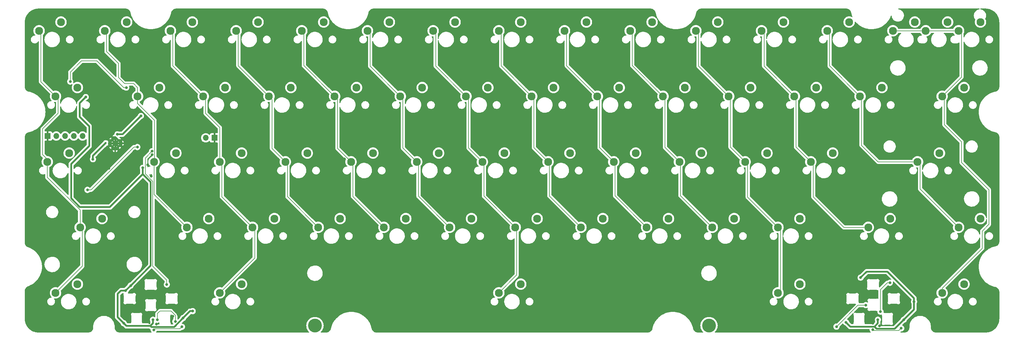
<source format=gtl>
%TF.GenerationSoftware,KiCad,Pcbnew,(7.0.0-0)*%
%TF.CreationDate,2023-06-06T22:29:16-07:00*%
%TF.ProjectId,popstar_v4.1_no_flex,706f7073-7461-4725-9f76-342e315f6e6f,rev?*%
%TF.SameCoordinates,Original*%
%TF.FileFunction,Copper,L1,Top*%
%TF.FilePolarity,Positive*%
%FSLAX46Y46*%
G04 Gerber Fmt 4.6, Leading zero omitted, Abs format (unit mm)*
G04 Created by KiCad (PCBNEW (7.0.0-0)) date 2023-06-06 22:29:16*
%MOMM*%
%LPD*%
G01*
G04 APERTURE LIST*
%TA.AperFunction,ComponentPad*%
%ADD10C,2.300000*%
%TD*%
%TA.AperFunction,ComponentPad*%
%ADD11C,4.000000*%
%TD*%
%TA.AperFunction,ComponentPad*%
%ADD12R,1.700000X1.700000*%
%TD*%
%TA.AperFunction,ComponentPad*%
%ADD13O,1.700000X1.700000*%
%TD*%
%TA.AperFunction,ComponentPad*%
%ADD14C,0.600000*%
%TD*%
%TA.AperFunction,ViaPad*%
%ADD15C,0.800000*%
%TD*%
%TA.AperFunction,ViaPad*%
%ADD16C,0.600000*%
%TD*%
%TA.AperFunction,Conductor*%
%ADD17C,0.500000*%
%TD*%
%TA.AperFunction,Conductor*%
%ADD18C,0.600000*%
%TD*%
%TA.AperFunction,Conductor*%
%ADD19C,0.200000*%
%TD*%
G04 APERTURE END LIST*
D10*
%TO.P,SW15,1,1*%
%TO.N,COL13*%
X294640000Y-38735000D03*
%TO.P,SW15,2,2*%
%TO.N,Net-(D26-A)*%
X300990000Y-36195000D03*
%TD*%
%TO.P,SW22,1,1*%
%TO.N,COL05*%
X142240000Y-57785000D03*
%TO.P,SW22,2,2*%
%TO.N,Net-(D32-A)*%
X148590000Y-55245000D03*
%TD*%
%TO.P,SW55,1,1*%
%TO.N,COL12*%
X304165000Y-95885000D03*
%TO.P,SW55,2,2*%
%TO.N,Net-(D65-A)*%
X310515000Y-93345000D03*
%TD*%
%TO.P,SW29,1,1*%
%TO.N,COL12*%
X275590000Y-57785000D03*
%TO.P,SW29,2,2*%
%TO.N,Net-(D39-A)*%
X281940000Y-55245000D03*
%TD*%
%TO.P,SW33,1,1*%
%TO.N,COL03*%
X108902500Y-76835000D03*
%TO.P,SW33,2,2*%
%TO.N,Net-(D43-A)*%
X115252500Y-74295000D03*
%TD*%
%TO.P,SW25,1,1*%
%TO.N,COL08*%
X199390000Y-57785000D03*
%TO.P,SW25,2,2*%
%TO.N,Net-(D35-A)*%
X205740000Y-55245000D03*
%TD*%
%TO.P,SW53,1,1*%
%TO.N,COL10*%
X251777500Y-95885000D03*
%TO.P,SW53,2,2*%
%TO.N,Net-(D63-A)*%
X258127500Y-93345000D03*
%TD*%
%TO.P,SW17,1,1*%
%TO.N,COL00*%
X42227500Y-57785000D03*
%TO.P,SW17,2,2*%
%TO.N,Net-(D27-A)*%
X48577500Y-55245000D03*
%TD*%
%TO.P,SW41,1,1*%
%TO.N,COL11*%
X261302500Y-76835000D03*
%TO.P,SW41,2,2*%
%TO.N,Net-(D51-A)*%
X267652500Y-74295000D03*
%TD*%
%TO.P,SW36,1,1*%
%TO.N,COL06*%
X166052500Y-76835000D03*
%TO.P,SW36,2,2*%
%TO.N,Net-(D46-A)*%
X172402500Y-74295000D03*
%TD*%
%TO.P,SW47,1,1*%
%TO.N,COL04*%
X137477500Y-95885000D03*
%TO.P,SW47,2,2*%
%TO.N,Net-(D57-A)*%
X143827500Y-93345000D03*
%TD*%
%TO.P,SW11,1,1*%
%TO.N,COL09*%
X208915000Y-38735000D03*
%TO.P,SW11,2,2*%
%TO.N,Net-(D22-A)*%
X215265000Y-36195000D03*
%TD*%
%TO.P,SW45,1,1*%
%TO.N,COL02*%
X99377500Y-95885000D03*
%TO.P,SW45,2,2*%
%TO.N,Net-(D55-A)*%
X105727500Y-93345000D03*
%TD*%
%TO.P,SW57,1,1*%
%TO.N,COL02*%
X89852500Y-114935000D03*
%TO.P,SW57,2,2*%
%TO.N,Net-(D67-A)*%
X96202500Y-112395000D03*
%TD*%
%TO.P,SW56,1,1*%
%TO.N,COL00*%
X42227500Y-114935000D03*
%TO.P,SW56,2,2*%
%TO.N,Net-(D66-A)*%
X48577500Y-112395000D03*
%TD*%
%TO.P,SW24,1,1*%
%TO.N,COL07*%
X180340000Y-57785000D03*
%TO.P,SW24,2,2*%
%TO.N,Net-(D34-A)*%
X186690000Y-55245000D03*
%TD*%
%TO.P,SW59,1,1*%
%TO.N,COL10*%
X251777500Y-114935000D03*
%TO.P,SW59,2,2*%
%TO.N,Net-(D69-A)*%
X258127500Y-112395000D03*
%TD*%
%TO.P,SW7,1,1*%
%TO.N,COL05*%
X132715000Y-38735000D03*
%TO.P,SW7,2,2*%
%TO.N,Net-(D18-A)*%
X139065000Y-36195000D03*
%TD*%
%TO.P,SW20,1,1*%
%TO.N,COL03*%
X104140000Y-57785000D03*
%TO.P,SW20,2,2*%
%TO.N,Net-(D30-A)*%
X110490000Y-55245000D03*
%TD*%
%TO.P,SW2,1,1*%
%TO.N,COL00*%
X37465000Y-38735000D03*
%TO.P,SW2,2,2*%
%TO.N,Net-(D13-A)*%
X43815000Y-36195000D03*
%TD*%
%TO.P,SW31,1,1*%
%TO.N,COL01*%
X70802500Y-76835000D03*
%TO.P,SW31,2,2*%
%TO.N,Net-(D41-A)*%
X77152500Y-74295000D03*
%TD*%
%TO.P,SW27,1,1*%
%TO.N,COL10*%
X237490000Y-57785000D03*
%TO.P,SW27,2,2*%
%TO.N,Net-(D37-A)*%
X243840000Y-55245000D03*
%TD*%
%TO.P,SW32,1,1*%
%TO.N,COL02*%
X89852500Y-76835000D03*
%TO.P,SW32,2,2*%
%TO.N,Net-(D42-A)*%
X96202500Y-74295000D03*
%TD*%
%TO.P,SW34,1,1*%
%TO.N,COL04*%
X127952500Y-76835000D03*
%TO.P,SW34,2,2*%
%TO.N,Net-(D44-A)*%
X134302500Y-74295000D03*
%TD*%
%TO.P,SW37,1,1*%
%TO.N,COL07*%
X185102500Y-76835000D03*
%TO.P,SW37,2,2*%
%TO.N,Net-(D47-A)*%
X191452500Y-74295000D03*
%TD*%
%TO.P,SW10,1,1*%
%TO.N,COL08*%
X189865000Y-38735000D03*
%TO.P,SW10,2,2*%
%TO.N,Net-(D21-A)*%
X196215000Y-36195000D03*
%TD*%
%TO.P,SW21,1,1*%
%TO.N,COL04*%
X123190000Y-57785000D03*
%TO.P,SW21,2,2*%
%TO.N,Net-(D31-A)*%
X129540000Y-55245000D03*
%TD*%
%TO.P,SW3,1,1*%
%TO.N,COL01*%
X56515000Y-38735000D03*
%TO.P,SW3,2,2*%
%TO.N,Net-(D14-A)*%
X62865000Y-36195000D03*
%TD*%
%TO.P,SW38,1,1*%
%TO.N,COL08*%
X204152500Y-76835000D03*
%TO.P,SW38,2,2*%
%TO.N,Net-(D48-A)*%
X210502500Y-74295000D03*
%TD*%
%TO.P,SW50,1,1*%
%TO.N,COL07*%
X194627500Y-95885000D03*
%TO.P,SW50,2,2*%
%TO.N,Net-(D60-A)*%
X200977500Y-93345000D03*
%TD*%
%TO.P,SW52,1,1*%
%TO.N,COL09*%
X232727500Y-95885000D03*
%TO.P,SW52,2,2*%
%TO.N,Net-(D62-A)*%
X239077500Y-93345000D03*
%TD*%
%TO.P,SW13,1,1*%
%TO.N,COL11*%
X247015000Y-38735000D03*
%TO.P,SW13,2,2*%
%TO.N,Net-(D24-A)*%
X253365000Y-36195000D03*
%TD*%
%TO.P,SW35,1,1*%
%TO.N,COL05*%
X147002500Y-76835000D03*
%TO.P,SW35,2,2*%
%TO.N,Net-(D45-A)*%
X153352500Y-74295000D03*
%TD*%
%TO.P,SW39,1,1*%
%TO.N,COL09*%
X223202500Y-76835000D03*
%TO.P,SW39,2,2*%
%TO.N,Net-(D49-A)*%
X229552500Y-74295000D03*
%TD*%
%TO.P,SW23,1,1*%
%TO.N,COL06*%
X161290000Y-57785000D03*
%TO.P,SW23,2,2*%
%TO.N,Net-(D33-A)*%
X167640000Y-55245000D03*
%TD*%
%TO.P,SW51,1,1*%
%TO.N,COL08*%
X213677500Y-95885000D03*
%TO.P,SW51,2,2*%
%TO.N,Net-(D61-A)*%
X220027500Y-93345000D03*
%TD*%
%TO.P,SW43,1,1*%
%TO.N,COL00*%
X49371250Y-95885000D03*
%TO.P,SW43,2,2*%
%TO.N,Net-(D53-A)*%
X55721250Y-93345000D03*
%TD*%
%TO.P,SW61,1,1*%
%TO.N,COL13*%
X304165000Y-38735000D03*
%TO.P,SW61,2,2*%
%TO.N,Net-(D71-A)*%
X310515000Y-36195000D03*
%TD*%
%TO.P,SW44,1,1*%
%TO.N,COL01*%
X80327500Y-95885000D03*
%TO.P,SW44,2,2*%
%TO.N,Net-(D54-A)*%
X86677500Y-93345000D03*
%TD*%
%TO.P,SW58,1,1*%
%TO.N,COL06*%
X170815000Y-114935000D03*
%TO.P,SW58,2,2*%
%TO.N,Net-(D68-A)*%
X177165000Y-112395000D03*
%TD*%
D11*
%TO.P,S3,*%
%TO.N,*%
X231775000Y-124460000D03*
X117475000Y-124460000D03*
%TD*%
D10*
%TO.P,SW18,1,1*%
%TO.N,COL01*%
X66040000Y-57785000D03*
%TO.P,SW18,2,2*%
%TO.N,Net-(D28-A)*%
X72390000Y-55245000D03*
%TD*%
%TO.P,SW5,1,1*%
%TO.N,COL03*%
X94615000Y-38735000D03*
%TO.P,SW5,2,2*%
%TO.N,Net-(D16-A)*%
X100965000Y-36195000D03*
%TD*%
%TO.P,SW6,1,1*%
%TO.N,COL04*%
X113665000Y-38735000D03*
%TO.P,SW6,2,2*%
%TO.N,Net-(D17-A)*%
X120015000Y-36195000D03*
%TD*%
%TO.P,SW28,1,1*%
%TO.N,COL11*%
X256540000Y-57785000D03*
%TO.P,SW28,2,2*%
%TO.N,Net-(D38-A)*%
X262890000Y-55245000D03*
%TD*%
%TO.P,SW48,1,1*%
%TO.N,COL05*%
X156527500Y-95885000D03*
%TO.P,SW48,2,2*%
%TO.N,Net-(D58-A)*%
X162877500Y-93345000D03*
%TD*%
%TO.P,SW60,1,1*%
%TO.N,COL13*%
X299402500Y-114935000D03*
%TO.P,SW60,2,2*%
%TO.N,Net-(D70-A)*%
X305752500Y-112395000D03*
%TD*%
%TO.P,SW49,1,1*%
%TO.N,COL06*%
X175577500Y-95885000D03*
%TO.P,SW49,2,2*%
%TO.N,Net-(D59-A)*%
X181927500Y-93345000D03*
%TD*%
%TO.P,SW30,1,1*%
%TO.N,COL00*%
X39846250Y-76835000D03*
%TO.P,SW30,2,2*%
%TO.N,Net-(D40-A)*%
X46196250Y-74295000D03*
%TD*%
%TO.P,SW26,1,1*%
%TO.N,COL09*%
X218440000Y-57785000D03*
%TO.P,SW26,2,2*%
%TO.N,Net-(D36-A)*%
X224790000Y-55245000D03*
%TD*%
%TO.P,SW62,1,1*%
%TO.N,COL13*%
X299402500Y-57785000D03*
%TO.P,SW62,2,2*%
%TO.N,Net-(D72-A)*%
X305752500Y-55245000D03*
%TD*%
%TO.P,SW16,1,1*%
%TO.N,COL13*%
X285115000Y-38735000D03*
%TO.P,SW16,2,2*%
%TO.N,Net-(D26-A)*%
X291465000Y-36195000D03*
%TD*%
%TO.P,SW14,1,1*%
%TO.N,COL12*%
X266065000Y-38735000D03*
%TO.P,SW14,2,2*%
%TO.N,Net-(D25-A)*%
X272415000Y-36195000D03*
%TD*%
%TO.P,SW46,1,1*%
%TO.N,COL03*%
X118427500Y-95885000D03*
%TO.P,SW46,2,2*%
%TO.N,Net-(D56-A)*%
X124777500Y-93345000D03*
%TD*%
%TO.P,SW40,1,1*%
%TO.N,COL10*%
X242252500Y-76835000D03*
%TO.P,SW40,2,2*%
%TO.N,Net-(D50-A)*%
X248602500Y-74295000D03*
%TD*%
%TO.P,SW12,1,1*%
%TO.N,COL10*%
X227965000Y-38735000D03*
%TO.P,SW12,2,2*%
%TO.N,Net-(D23-A)*%
X234315000Y-36195000D03*
%TD*%
%TO.P,SW9,1,1*%
%TO.N,COL07*%
X170815000Y-38735000D03*
%TO.P,SW9,2,2*%
%TO.N,Net-(D20-A)*%
X177165000Y-36195000D03*
%TD*%
%TO.P,SW19,1,1*%
%TO.N,COL02*%
X85090000Y-57785000D03*
%TO.P,SW19,2,2*%
%TO.N,Net-(D29-A)*%
X91440000Y-55245000D03*
%TD*%
%TO.P,SW42,1,1*%
%TO.N,COL12*%
X292258750Y-76835000D03*
%TO.P,SW42,2,2*%
%TO.N,Net-(D52-A)*%
X298608750Y-74295000D03*
%TD*%
%TO.P,SW4,1,1*%
%TO.N,COL02*%
X75565000Y-38735000D03*
%TO.P,SW4,2,2*%
%TO.N,Net-(D15-A)*%
X81915000Y-36195000D03*
%TD*%
%TO.P,SW8,1,1*%
%TO.N,COL06*%
X151765000Y-38735000D03*
%TO.P,SW8,2,2*%
%TO.N,Net-(D19-A)*%
X158115000Y-36195000D03*
%TD*%
%TO.P,SW54,1,1*%
%TO.N,COL11*%
X277971250Y-95885000D03*
%TO.P,SW54,2,2*%
%TO.N,Net-(D64-A)*%
X284321250Y-93345000D03*
%TD*%
D12*
%TO.P,J2,1,Pin_1*%
%TO.N,GND*%
X39919999Y-69341999D03*
D13*
%TO.P,J2,2,Pin_2*%
%TO.N,SWCLK*%
X42459999Y-69341999D03*
%TO.P,J2,3,Pin_3*%
%TO.N,SWD*%
X44999999Y-69341999D03*
%TO.P,J2,4,Pin_4*%
%TO.N,~{RESET}*%
X47539999Y-69341999D03*
%TO.P,J2,5,Pin_5*%
%TO.N,+3V3*%
X50079999Y-69341999D03*
%TD*%
D14*
%TO.P,U6,57,GND*%
%TO.N,GND*%
X59531250Y-73240622D03*
X60432811Y-72339061D03*
X61334372Y-71437500D03*
X58629689Y-72339061D03*
X59531250Y-71437500D03*
X60432811Y-70535939D03*
X57728128Y-71437500D03*
X58629689Y-70535939D03*
X59531250Y-69634378D03*
%TD*%
D12*
%TO.P,SW1,1,1*%
%TO.N,GND*%
X88336249Y-69874999D03*
D13*
%TO.P,SW1,2,2*%
%TO.N,/~{USB_BOOT}*%
X85796249Y-69874999D03*
%TD*%
D15*
%TO.N,+1V1*%
X53086000Y-76073000D03*
X60200000Y-68850000D03*
X67000000Y-63500000D03*
D16*
X56800000Y-71350000D03*
D15*
%TO.N,GND*%
X101500000Y-104000000D03*
X128500000Y-89000000D03*
X282000000Y-48000000D03*
X202500000Y-120500000D03*
X151000000Y-55500000D03*
X165000000Y-124250000D03*
X45500000Y-76500000D03*
X83250000Y-118500000D03*
X51500000Y-104500000D03*
X119000000Y-51000000D03*
X65000000Y-73800500D03*
X233250000Y-47500000D03*
X270500000Y-124750000D03*
X114000000Y-51000000D03*
X166500000Y-89000000D03*
X72000000Y-82000000D03*
X127000000Y-55000000D03*
X70250000Y-108750000D03*
X70000000Y-81000000D03*
X67750000Y-120500000D03*
X165000000Y-120000000D03*
X142000000Y-55000000D03*
X90000000Y-121500000D03*
X56769000Y-53594000D03*
X267000000Y-125250000D03*
X155000000Y-120000000D03*
X115000000Y-120500000D03*
X99000000Y-55000000D03*
X62992000Y-63881000D03*
X152000000Y-51000000D03*
X126000000Y-76000000D03*
X261000000Y-122400000D03*
X204500000Y-89000000D03*
X146000000Y-55000000D03*
X60000000Y-123750000D03*
X138750000Y-46750000D03*
X54229000Y-78105000D03*
X289250000Y-124000000D03*
X71500000Y-88800000D03*
X283750000Y-113750000D03*
X300000000Y-93500000D03*
X155000000Y-54000000D03*
X306250000Y-46500000D03*
X210000000Y-120500000D03*
X292750000Y-117500000D03*
X89000000Y-55000000D03*
X47000000Y-63000000D03*
X167000000Y-64000000D03*
X80000000Y-55000000D03*
X49500000Y-57500000D03*
X48750000Y-73500000D03*
X196500000Y-120000000D03*
X108000000Y-55000000D03*
X65405000Y-62738000D03*
X90000000Y-125000000D03*
X62250000Y-112250000D03*
X59250000Y-91000000D03*
X277000000Y-107250000D03*
X265750000Y-121750000D03*
X68600000Y-101400000D03*
X76500000Y-105250000D03*
X151250000Y-116750000D03*
X66000000Y-76750000D03*
X105000000Y-51000000D03*
X68072000Y-71755000D03*
X164750000Y-69750000D03*
X132000000Y-55000000D03*
X123000000Y-55000000D03*
X64250000Y-114250000D03*
X76750000Y-113250000D03*
X80600000Y-125300000D03*
X71500000Y-101400000D03*
X50750000Y-88500000D03*
X155750000Y-62500000D03*
X233750000Y-120500000D03*
X272750000Y-110500000D03*
X86000000Y-51000000D03*
X51500000Y-76000000D03*
X244500000Y-120500000D03*
X289500000Y-119750000D03*
X221000000Y-76000000D03*
X163750000Y-76000000D03*
X86000000Y-122500000D03*
X55499000Y-78105000D03*
X48750000Y-83250000D03*
X109500000Y-89000000D03*
D16*
X277250000Y-119750000D03*
D15*
X133000000Y-51000000D03*
X113000000Y-55000000D03*
D16*
X71750000Y-116250000D03*
D15*
X48500000Y-104500000D03*
X138000000Y-51000000D03*
X72009000Y-65532000D03*
X81250000Y-122250000D03*
X48250000Y-71250000D03*
X200500000Y-82000000D03*
X158000000Y-57000000D03*
X85000000Y-55000000D03*
X68707000Y-65532000D03*
X200000000Y-116750000D03*
D16*
X69500000Y-123750000D03*
D15*
X80500000Y-73500000D03*
X76250000Y-121750000D03*
X118000000Y-55000000D03*
X46000000Y-71750000D03*
X45000000Y-83250000D03*
X185500000Y-89000000D03*
X124500000Y-82000000D03*
X120500000Y-46500000D03*
X285000000Y-107750000D03*
X127500000Y-116750000D03*
D16*
X68750000Y-126050000D03*
D15*
X115000000Y-116750000D03*
X143500000Y-82000000D03*
X72250000Y-73750000D03*
X65000000Y-84800000D03*
X54861000Y-85675000D03*
X41250000Y-67000000D03*
X143000000Y-51000000D03*
X73000000Y-51000000D03*
X147750000Y-120500000D03*
X286500000Y-122000000D03*
X281250000Y-124500000D03*
X75750000Y-111250000D03*
X272750000Y-122500000D03*
X251750000Y-47250000D03*
X74250000Y-108250000D03*
X147500000Y-89000000D03*
X103500000Y-66000000D03*
X292500000Y-39750000D03*
X45000000Y-39000000D03*
X62750000Y-122000000D03*
X81500000Y-117000000D03*
X182750000Y-76000000D03*
X177000000Y-48750000D03*
X251500000Y-122400000D03*
X153000000Y-57500000D03*
X162500000Y-82000000D03*
X223500000Y-89000000D03*
X49000000Y-77500000D03*
X233750000Y-116750000D03*
X99250000Y-125000000D03*
X81000000Y-51000000D03*
X68600000Y-103500000D03*
X141500000Y-66000000D03*
X101500000Y-46500000D03*
X166000000Y-69750000D03*
X163500000Y-69750000D03*
X83250000Y-121750000D03*
X61000000Y-113000000D03*
X43250000Y-86750000D03*
X283000000Y-52500000D03*
X57699500Y-78706111D03*
X63500000Y-79000000D03*
X262000000Y-89000000D03*
X61750000Y-119750000D03*
X181500000Y-82000000D03*
X306000000Y-79750000D03*
X124000000Y-51000000D03*
X71500000Y-103500000D03*
X153250000Y-124250000D03*
X195750000Y-48500000D03*
X65300000Y-70400000D03*
X106750000Y-76000000D03*
X52300000Y-86200000D03*
X66480713Y-77519287D03*
X160000000Y-71000000D03*
X58750000Y-119750000D03*
X163500000Y-72500000D03*
X87000000Y-118750000D03*
X163500000Y-66800000D03*
X254000000Y-104000000D03*
X198500000Y-124250000D03*
X220000000Y-82000000D03*
X68600000Y-88800000D03*
X155000000Y-59500000D03*
X122500000Y-66000000D03*
X63000000Y-51000000D03*
X166000000Y-66800000D03*
X100000000Y-51000000D03*
X53500000Y-72250000D03*
X82000000Y-46750000D03*
X271900000Y-46800000D03*
X198500000Y-66000000D03*
X140000000Y-116750000D03*
X243000000Y-89000000D03*
X157500000Y-68500000D03*
X167250000Y-66800000D03*
X105500000Y-82000000D03*
D16*
X72000000Y-115250000D03*
D15*
X62000000Y-125750000D03*
X259000000Y-76000000D03*
X148000000Y-51000000D03*
X186000000Y-120000000D03*
X144750000Y-76000000D03*
X61800000Y-84400000D03*
X58400000Y-62411000D03*
X186000000Y-124250000D03*
X158250000Y-46500000D03*
X90500000Y-89000000D03*
X68000000Y-51000000D03*
X274500000Y-66000000D03*
X279250000Y-123750000D03*
X236500000Y-66000000D03*
X210000000Y-116750000D03*
X160000000Y-63250000D03*
X71500000Y-124000000D03*
X86500000Y-82000000D03*
X164750000Y-66800000D03*
X105500000Y-119250000D03*
X59400000Y-62411000D03*
X83000000Y-68500000D03*
X251000000Y-104000000D03*
X167250000Y-69750000D03*
X140000000Y-120500000D03*
X301500000Y-54000000D03*
X129000000Y-51000000D03*
X104000000Y-55000000D03*
X282500000Y-114750000D03*
X41000000Y-62400000D03*
X174500000Y-104000000D03*
X258000000Y-82000000D03*
X63500000Y-111250000D03*
X50600000Y-86200000D03*
X301000000Y-75250000D03*
X70250000Y-74750000D03*
X201750000Y-76000000D03*
X268500000Y-120250000D03*
X64135000Y-63373000D03*
X80250000Y-119750000D03*
X104500000Y-116750000D03*
X110000000Y-51000000D03*
X74000000Y-69500000D03*
X91000000Y-51000000D03*
X273250000Y-113750000D03*
D16*
X277700000Y-126000000D03*
D15*
X95000000Y-51000000D03*
X214250000Y-48000000D03*
X289000000Y-125250000D03*
X277400000Y-110500000D03*
X108750000Y-120500000D03*
X104500000Y-125000000D03*
X37500000Y-56250000D03*
X289000000Y-82000000D03*
X271250000Y-125750000D03*
X221250000Y-116750000D03*
X99250000Y-121500000D03*
X50500000Y-62000000D03*
X58000000Y-117000000D03*
X57250000Y-88250000D03*
X64135000Y-55372000D03*
X52451000Y-58801000D03*
X137000000Y-55000000D03*
X67500000Y-118250000D03*
X75000000Y-55000000D03*
X50750000Y-67000000D03*
X155000000Y-66000000D03*
X46000000Y-56000000D03*
X58500000Y-57000000D03*
X47250000Y-67000000D03*
X65000000Y-79800000D03*
X57200000Y-62411000D03*
X62600000Y-46600000D03*
X53500000Y-66750000D03*
X69000000Y-77750000D03*
X247500000Y-116750000D03*
X94000000Y-55000000D03*
X48000000Y-91500000D03*
X50750000Y-91500000D03*
X290000000Y-75500000D03*
X77750000Y-121250000D03*
X239000000Y-82000000D03*
X240000000Y-76000000D03*
X164000000Y-64000000D03*
X177500000Y-104000000D03*
X98000000Y-104000000D03*
X57750000Y-61250000D03*
X217500000Y-66000000D03*
X255500000Y-66000000D03*
X39500000Y-47000000D03*
%TO.N,+5V*%
X79250000Y-122250000D03*
X64020145Y-112820145D03*
X51000000Y-58000000D03*
X275750000Y-110500000D03*
X271500000Y-123500000D03*
X62000000Y-123750000D03*
X67550500Y-78589075D03*
X70500000Y-122750000D03*
X82000000Y-120250000D03*
X291250000Y-117500000D03*
X280750000Y-122750000D03*
X288250000Y-122750000D03*
X62545145Y-114295145D03*
%TO.N,ARGB_5V*%
X74500000Y-112500000D03*
X70250000Y-73750000D03*
%TO.N,Net-(D3-DOUT)*%
X70728738Y-125699500D03*
X78900000Y-124800000D03*
%TO.N,Net-(D6-DOUT)*%
X77000000Y-123250000D03*
X277250000Y-118500000D03*
X71750000Y-122750000D03*
X268750000Y-124750000D03*
%TO.N,Net-(D8-DOUT)*%
X279250000Y-125599500D03*
X287500000Y-125250000D03*
%TO.N,Net-(D11-DOUT)*%
X281500000Y-120400000D03*
X284250000Y-112000000D03*
%TO.N,ROW1*%
X62750000Y-55250000D03*
X46500000Y-53500000D03*
%TO.N,ROW2*%
X65978417Y-72554430D03*
X51500000Y-85000000D03*
%TD*%
D17*
%TO.N,+1V1*%
X53086000Y-76073000D02*
X53086000Y-75064000D01*
X53086000Y-75064000D02*
X56800000Y-71350000D01*
X61650000Y-68850000D02*
X60200000Y-68850000D01*
X67000000Y-63500000D02*
X61650000Y-68850000D01*
D18*
%TO.N,GND*%
X58629689Y-72339061D02*
X59531250Y-73240622D01*
X57728128Y-71437500D02*
X59531250Y-71437500D01*
X61334372Y-71437500D02*
X60432811Y-70535939D01*
X58629689Y-72339061D02*
X59531250Y-71437500D01*
X60432811Y-70535939D02*
X59531250Y-69634378D01*
X58629689Y-70535939D02*
X57728128Y-71437500D01*
X60432811Y-70535939D02*
X59531250Y-71437500D01*
X58629689Y-70535939D02*
X59531250Y-71437500D01*
X60432811Y-72339061D02*
X61334372Y-71437500D01*
X59531250Y-73240622D02*
X59531250Y-71437500D01*
X59531250Y-73240622D02*
X60432811Y-72339061D01*
X57728128Y-71437500D02*
X58629689Y-72339061D01*
X61334372Y-71437500D02*
X59531250Y-71437500D01*
X59531250Y-69634378D02*
X58629689Y-70535939D01*
X60432811Y-72339061D02*
X59531250Y-71437500D01*
X59531250Y-69634378D02*
X59531250Y-71437500D01*
D17*
X80032000Y-65532000D02*
X83000000Y-68500000D01*
X72009000Y-65532000D02*
X80032000Y-65532000D01*
%TO.N,+5V*%
X69751760Y-124558901D02*
X70500000Y-123810661D01*
X60875000Y-122625000D02*
X62000000Y-123750000D01*
X60250000Y-115250000D02*
X60250000Y-122000000D01*
X291250000Y-116500000D02*
X283875000Y-109125000D01*
X58000000Y-90000000D02*
X49277818Y-90000000D01*
X279750000Y-124750000D02*
X280350000Y-125350000D01*
X52000000Y-72250000D02*
X52000000Y-66500000D01*
X49277818Y-90000000D02*
X46750000Y-87472182D01*
X70042859Y-124850000D02*
X76650000Y-124850000D01*
X61204855Y-114295145D02*
X60250000Y-115250000D01*
X279750000Y-124750000D02*
X280750000Y-123750000D01*
X79250000Y-122250000D02*
X81250000Y-120250000D01*
X272750000Y-124750000D02*
X279750000Y-124750000D01*
X69852500Y-106987790D02*
X64020145Y-112820145D01*
X291250000Y-117500000D02*
X291250000Y-116500000D01*
X285650000Y-125350000D02*
X288250000Y-122750000D01*
X52000000Y-66500000D02*
X49250000Y-63750000D01*
X280350000Y-125350000D02*
X285650000Y-125350000D01*
X280750000Y-123750000D02*
X280750000Y-122750000D01*
X60875000Y-122625000D02*
X61500000Y-123250000D01*
X61500000Y-123250000D02*
X62000000Y-123750000D01*
X69852500Y-82727818D02*
X69852500Y-106987790D01*
X67550500Y-80449500D02*
X58000000Y-90000000D01*
X62808901Y-124558901D02*
X69751760Y-124558901D01*
X282000000Y-108750000D02*
X277500000Y-108750000D01*
X283875000Y-109125000D02*
X283500000Y-108750000D01*
X67550500Y-78589075D02*
X67550500Y-79500000D01*
X291250000Y-119750000D02*
X291250000Y-118750000D01*
X67550500Y-80425818D02*
X69852500Y-82727818D01*
X69751760Y-124558901D02*
X70042859Y-124850000D01*
X62000000Y-123750000D02*
X62808901Y-124558901D01*
X49250000Y-59750000D02*
X51000000Y-58000000D01*
X271500000Y-123500000D02*
X272750000Y-124750000D01*
X288250000Y-122750000D02*
X291250000Y-119750000D01*
X67550500Y-79500000D02*
X67550500Y-80425818D01*
X277500000Y-108750000D02*
X275750000Y-110500000D01*
X60250000Y-122000000D02*
X60875000Y-122625000D01*
X67550500Y-79500000D02*
X67550500Y-80449500D01*
X62545145Y-114295145D02*
X61204855Y-114295145D01*
X64020145Y-112820145D02*
X62545145Y-114295145D01*
X49250000Y-63750000D02*
X49250000Y-59750000D01*
X81250000Y-120250000D02*
X82000000Y-120250000D01*
X46750000Y-87472182D02*
X46750000Y-77500000D01*
X70500000Y-123810661D02*
X70500000Y-122750000D01*
X291250000Y-118750000D02*
X291250000Y-117500000D01*
X283500000Y-108750000D02*
X282000000Y-108750000D01*
X46750000Y-77500000D02*
X52000000Y-72250000D01*
X76650000Y-124850000D02*
X79250000Y-122250000D01*
D19*
%TO.N,ARGB_5V*%
X73375000Y-110125000D02*
X74500000Y-111250000D01*
X68250000Y-80347500D02*
X70402500Y-82500000D01*
X70402500Y-107152500D02*
X71000000Y-107750000D01*
X74500000Y-111250000D02*
X74500000Y-112500000D01*
X68250000Y-75750000D02*
X68250000Y-80347500D01*
X70402500Y-82500000D02*
X70402500Y-107152500D01*
X71000000Y-107750000D02*
X73375000Y-110125000D01*
X70250000Y-73750000D02*
X68250000Y-75750000D01*
%TO.N,Net-(D3-DOUT)*%
X70728738Y-125699500D02*
X71028238Y-125400000D01*
X78300000Y-125400000D02*
X78900000Y-124800000D01*
X75700000Y-125400000D02*
X78300000Y-125400000D01*
X71028238Y-125400000D02*
X75700000Y-125400000D01*
%TO.N,Net-(D6-DOUT)*%
X71750000Y-121000000D02*
X72500000Y-120250000D01*
X71750000Y-122750000D02*
X71750000Y-121000000D01*
X77000000Y-121510050D02*
X77000000Y-123250000D01*
X75739950Y-120250000D02*
X77000000Y-121510050D01*
X275000000Y-118500000D02*
X277250000Y-118500000D01*
X72500000Y-120250000D02*
X75739950Y-120250000D01*
X268750000Y-124750000D02*
X275000000Y-118500000D01*
%TO.N,Net-(D8-DOUT)*%
X286850000Y-125900000D02*
X287500000Y-125250000D01*
X279550500Y-125900000D02*
X286850000Y-125900000D01*
X279250000Y-125599500D02*
X279550500Y-125900000D01*
%TO.N,Net-(D11-DOUT)*%
X281500000Y-120400000D02*
X281500000Y-114000000D01*
X283500000Y-112000000D02*
X284250000Y-112000000D01*
X281500000Y-114000000D02*
X283500000Y-112000000D01*
%TO.N,ROW1*%
X46500000Y-53500000D02*
X46500000Y-50750000D01*
X46500000Y-50750000D02*
X49750000Y-47500000D01*
X49750000Y-47500000D02*
X54250000Y-47500000D01*
X54250000Y-47500000D02*
X62000000Y-55250000D01*
X62000000Y-55250000D02*
X62750000Y-55250000D01*
%TO.N,ROW2*%
X52510050Y-85000000D02*
X51500000Y-85000000D01*
X64955620Y-72554430D02*
X52510050Y-85000000D01*
X65978417Y-72554430D02*
X64955620Y-72554430D01*
%TO.N,COL00*%
X38500000Y-74777818D02*
X38500000Y-67250000D01*
X39846250Y-81346250D02*
X39846250Y-76835000D01*
X49371250Y-95885000D02*
X50000000Y-96513750D01*
X39846250Y-76835000D02*
X39846250Y-76124068D01*
X38500000Y-67250000D02*
X43000000Y-62750000D01*
X37465000Y-38735000D02*
X38000000Y-39270000D01*
X39846250Y-76124068D02*
X38500000Y-74777818D01*
X50000000Y-96513750D02*
X50000000Y-107162500D01*
X43000000Y-58557500D02*
X42227500Y-57785000D01*
X43000000Y-62750000D02*
X43000000Y-58557500D01*
X38000000Y-39270000D02*
X38000000Y-53557500D01*
X49371250Y-95885000D02*
X49371250Y-90871250D01*
X50000000Y-107162500D02*
X42227500Y-114935000D01*
X49371250Y-90871250D02*
X39846250Y-81346250D01*
X38000000Y-53557500D02*
X42227500Y-57785000D01*
%TO.N,COL01*%
X60500000Y-48250000D02*
X60500000Y-52328426D01*
X57000000Y-39220000D02*
X57000000Y-44750000D01*
X66040000Y-57785000D02*
X66040000Y-59829775D01*
X57000000Y-44750000D02*
X60500000Y-48250000D01*
X70950000Y-64739775D02*
X70950000Y-76687500D01*
X70802500Y-86360000D02*
X80327500Y-95885000D01*
X62271571Y-54099998D02*
X64900002Y-54099998D01*
X70802500Y-76835000D02*
X70802500Y-86360000D01*
X66040000Y-55239996D02*
X66040000Y-57785000D01*
X64900002Y-54099998D02*
X66040000Y-55239996D01*
X56515000Y-38735000D02*
X57000000Y-39220000D01*
X70950000Y-76687500D02*
X70802500Y-76835000D01*
X66040000Y-59829775D02*
X70950000Y-64739775D01*
X60500000Y-52328426D02*
X62271571Y-54099998D01*
%TO.N,COL02*%
X99385000Y-95885000D02*
X100000000Y-96500000D01*
X89852500Y-66833750D02*
X85725000Y-62706250D01*
X100000000Y-96500000D02*
X100000000Y-104787500D01*
X89852500Y-76835000D02*
X90487500Y-77470000D01*
X90487500Y-86995000D02*
X99377500Y-95885000D01*
X76250000Y-48945000D02*
X85090000Y-57785000D01*
X100000000Y-104787500D02*
X89852500Y-114935000D01*
X75565000Y-38735000D02*
X76250000Y-39420000D01*
X76250000Y-39420000D02*
X76250000Y-48945000D01*
X90487500Y-77470000D02*
X90487500Y-86995000D01*
X85725000Y-62706250D02*
X85725000Y-58420000D01*
X85725000Y-58420000D02*
X85090000Y-57785000D01*
X99377500Y-95885000D02*
X99385000Y-95885000D01*
X89852500Y-76835000D02*
X89852500Y-66833750D01*
%TO.N,COL03*%
X94615000Y-38735000D02*
X95250000Y-39370000D01*
X108902500Y-76835000D02*
X105000000Y-72932500D01*
X95250000Y-39370000D02*
X95250000Y-48895000D01*
X105000000Y-58645000D02*
X104140000Y-57785000D01*
X109500000Y-86957500D02*
X118427500Y-95885000D01*
X95250000Y-48895000D02*
X104140000Y-57785000D01*
X109500000Y-77432500D02*
X109500000Y-86957500D01*
X108902500Y-76835000D02*
X109500000Y-77432500D01*
X105000000Y-72932500D02*
X105000000Y-58645000D01*
%TO.N,COL04*%
X128500000Y-77382500D02*
X128500000Y-86907500D01*
X114250000Y-39320000D02*
X114250000Y-48845000D01*
X113665000Y-38735000D02*
X114250000Y-39320000D01*
X127952500Y-76835000D02*
X124000000Y-72882500D01*
X127952500Y-76835000D02*
X128500000Y-77382500D01*
X128500000Y-86907500D02*
X137477500Y-95885000D01*
X124000000Y-58595000D02*
X123190000Y-57785000D01*
X114250000Y-48845000D02*
X123190000Y-57785000D01*
X124000000Y-72882500D02*
X124000000Y-58595000D01*
%TO.N,COL05*%
X133500000Y-39520000D02*
X133500000Y-49045000D01*
X147500000Y-77332500D02*
X147500000Y-86857500D01*
X147002500Y-76835000D02*
X143000000Y-72832500D01*
X147500000Y-86857500D02*
X156527500Y-95885000D01*
X133500000Y-49045000D02*
X142240000Y-57785000D01*
X132715000Y-38735000D02*
X133500000Y-39520000D01*
X147002500Y-76835000D02*
X147500000Y-77332500D01*
X143000000Y-72832500D02*
X143000000Y-58545000D01*
X143000000Y-58545000D02*
X142240000Y-57785000D01*
%TO.N,COL06*%
X152500000Y-39470000D02*
X152500000Y-48995000D01*
X166500000Y-77282500D02*
X166500000Y-86807500D01*
X152500000Y-48995000D02*
X161290000Y-57785000D01*
X166500000Y-86807500D02*
X175577500Y-95885000D01*
X162000000Y-58495000D02*
X161290000Y-57785000D01*
X166052500Y-76835000D02*
X166500000Y-77282500D01*
X151765000Y-38735000D02*
X152500000Y-39470000D01*
X176000000Y-96307500D02*
X176000000Y-109750000D01*
X166052500Y-76835000D02*
X162000000Y-72782500D01*
X175577500Y-95885000D02*
X176000000Y-96307500D01*
X162000000Y-72782500D02*
X162000000Y-58495000D01*
X176000000Y-109750000D02*
X170815000Y-114935000D01*
%TO.N,COL07*%
X170815000Y-38735000D02*
X171500000Y-39420000D01*
X171500000Y-48945000D02*
X180340000Y-57785000D01*
X185102500Y-77102500D02*
X185500000Y-77500000D01*
X185500000Y-86757500D02*
X194627500Y-95885000D01*
X171500000Y-39420000D02*
X171500000Y-48945000D01*
X185102500Y-76835000D02*
X181000000Y-72732500D01*
X185102500Y-76835000D02*
X185102500Y-77102500D01*
X181000000Y-72732500D02*
X181000000Y-58445000D01*
X181000000Y-58445000D02*
X180340000Y-57785000D01*
X185500000Y-77500000D02*
X185500000Y-86757500D01*
%TO.N,COL08*%
X204152500Y-76835000D02*
X204335000Y-76835000D01*
X190500000Y-48895000D02*
X199390000Y-57785000D01*
X200000000Y-58395000D02*
X199390000Y-57785000D01*
X204335000Y-76835000D02*
X204500000Y-77000000D01*
X204152500Y-76835000D02*
X200000000Y-72682500D01*
X189865000Y-38735000D02*
X190500000Y-39370000D01*
X204152500Y-76835000D02*
X204500000Y-77182500D01*
X200000000Y-72682500D02*
X200000000Y-58395000D01*
X204500000Y-77182500D02*
X204500000Y-86707500D01*
X190500000Y-39370000D02*
X190500000Y-48895000D01*
X204500000Y-86707500D02*
X213677500Y-95885000D01*
%TO.N,COL09*%
X223500000Y-86657500D02*
X232727500Y-95885000D01*
X219000000Y-58345000D02*
X218440000Y-57785000D01*
X219000000Y-72632500D02*
X219000000Y-58345000D01*
X209500000Y-48845000D02*
X218440000Y-57785000D01*
X209500000Y-39320000D02*
X209500000Y-48845000D01*
X223202500Y-76835000D02*
X223500000Y-77132500D01*
X208915000Y-38735000D02*
X209500000Y-39320000D01*
X223202500Y-76835000D02*
X219000000Y-72632500D01*
X223500000Y-77132500D02*
X223500000Y-86657500D01*
%TO.N,COL10*%
X243000000Y-77582500D02*
X243000000Y-87107500D01*
X227965000Y-38735000D02*
X228750000Y-39520000D01*
X242252500Y-76835000D02*
X243000000Y-77582500D01*
X238000000Y-72582500D02*
X242252500Y-76835000D01*
X252500000Y-114212500D02*
X251777500Y-114935000D01*
X228750000Y-49045000D02*
X237490000Y-57785000D01*
X252500000Y-96607500D02*
X252500000Y-114212500D01*
X243000000Y-87107500D02*
X251777500Y-95885000D01*
X238000000Y-58295000D02*
X238000000Y-72582500D01*
X237490000Y-57785000D02*
X238000000Y-58295000D01*
X228750000Y-39520000D02*
X228750000Y-49045000D01*
X251777500Y-95885000D02*
X252500000Y-96607500D01*
%TO.N,COL11*%
X247015000Y-38735000D02*
X247750000Y-39470000D01*
X257000000Y-72532500D02*
X257000000Y-58245000D01*
X247750000Y-39470000D02*
X247750000Y-48995000D01*
X270885000Y-95885000D02*
X262000000Y-87000000D01*
X262000000Y-77532500D02*
X261302500Y-76835000D01*
X261302500Y-76835000D02*
X257000000Y-72532500D01*
X262000000Y-87000000D02*
X262000000Y-77532500D01*
X247750000Y-48995000D02*
X256540000Y-57785000D01*
X257000000Y-58245000D02*
X256540000Y-57785000D01*
X277971250Y-95885000D02*
X270885000Y-95885000D01*
%TO.N,COL12*%
X292258750Y-76835000D02*
X293000000Y-77576250D01*
X276000000Y-58195000D02*
X275590000Y-57785000D01*
X293000000Y-84720000D02*
X304165000Y-95885000D01*
X266750000Y-48945000D02*
X275590000Y-57785000D01*
X276000000Y-72000000D02*
X276000000Y-58195000D01*
X266065000Y-38735000D02*
X266750000Y-39420000D01*
X292258750Y-76835000D02*
X280835000Y-76835000D01*
X266750000Y-39420000D02*
X266750000Y-48945000D01*
X280835000Y-76835000D02*
X276000000Y-72000000D01*
X293000000Y-77576250D02*
X293000000Y-84720000D01*
%TO.N,COL13*%
X294640000Y-38735000D02*
X285115000Y-38735000D01*
X299402500Y-113597500D02*
X299402500Y-114935000D01*
X313000000Y-95000000D02*
X311000000Y-97000000D01*
X305000000Y-39570000D02*
X304165000Y-38735000D01*
X304165000Y-38735000D02*
X294640000Y-38735000D01*
X305000000Y-52187500D02*
X305000000Y-39570000D01*
X313000000Y-85000000D02*
X313000000Y-95000000D01*
X299402500Y-57785000D02*
X300000000Y-58382500D01*
X311000000Y-97000000D02*
X311000000Y-102000000D01*
X300000000Y-58382500D02*
X300000000Y-66000000D01*
X305000000Y-71000000D02*
X305000000Y-77000000D01*
X305000000Y-77000000D02*
X313000000Y-85000000D01*
X300000000Y-66000000D02*
X305000000Y-71000000D01*
X311000000Y-102000000D02*
X299402500Y-113597500D01*
X299402500Y-57785000D02*
X305000000Y-52187500D01*
%TD*%
%TA.AperFunction,Conductor*%
%TO.N,GND*%
G36*
X214834510Y-32275935D02*
G01*
X214834576Y-32275940D01*
X214882855Y-32279620D01*
X214883864Y-32279701D01*
X215059296Y-32294711D01*
X215076745Y-32297469D01*
X215167044Y-32318445D01*
X215170352Y-32319263D01*
X215296057Y-32352270D01*
X215310566Y-32357057D01*
X215403687Y-32394295D01*
X215409061Y-32396593D01*
X215520482Y-32447419D01*
X215531959Y-32453398D01*
X215620633Y-32505661D01*
X215627592Y-32510082D01*
X215726786Y-32577822D01*
X215735280Y-32584171D01*
X215815541Y-32649707D01*
X215823451Y-32656752D01*
X215909656Y-32740398D01*
X215915373Y-32746327D01*
X215984124Y-32822552D01*
X215984305Y-32822753D01*
X215992474Y-32832822D01*
X216064528Y-32931798D01*
X216067883Y-32936645D01*
X216102281Y-32988950D01*
X216122200Y-33019239D01*
X216122970Y-33020409D01*
X216130582Y-33033707D01*
X216188017Y-33150194D01*
X216189536Y-33153388D01*
X216228125Y-33237628D01*
X216234321Y-33254180D01*
X216282611Y-33417850D01*
X216282940Y-33418982D01*
X216298083Y-33472164D01*
X216300321Y-33481340D01*
X216345518Y-33702927D01*
X216345521Y-33702943D01*
X216346008Y-33705326D01*
X216346680Y-33707667D01*
X216346683Y-33707678D01*
X216417442Y-33954113D01*
X216475663Y-34156882D01*
X216476510Y-34159147D01*
X216476513Y-34159156D01*
X216639369Y-34594646D01*
X216640221Y-34596922D01*
X216838675Y-35022750D01*
X216927390Y-35179738D01*
X217057789Y-35410490D01*
X217069810Y-35431761D01*
X217071162Y-35433769D01*
X217071164Y-35433772D01*
X217142815Y-35540180D01*
X217332212Y-35821452D01*
X217333716Y-35823347D01*
X217333719Y-35823351D01*
X217524977Y-36064326D01*
X217624275Y-36189437D01*
X217625942Y-36191230D01*
X217942554Y-36531684D01*
X217942563Y-36531693D01*
X217944211Y-36533465D01*
X218290062Y-36851429D01*
X218659711Y-37141383D01*
X219050896Y-37401553D01*
X219461222Y-37630346D01*
X219888178Y-37826363D01*
X220329151Y-37988402D01*
X220781441Y-38115474D01*
X221242281Y-38206798D01*
X221244670Y-38207079D01*
X221244672Y-38207080D01*
X221466907Y-38233287D01*
X221708850Y-38261818D01*
X222178293Y-38280196D01*
X222647735Y-38261819D01*
X223114304Y-38206801D01*
X223575145Y-38115477D01*
X224027436Y-37988407D01*
X224468409Y-37826368D01*
X224895365Y-37630353D01*
X225305692Y-37401561D01*
X225696877Y-37141392D01*
X226066527Y-36851438D01*
X226412378Y-36533475D01*
X226727152Y-36195000D01*
X232659396Y-36195000D01*
X232659778Y-36199854D01*
X232672441Y-36360761D01*
X232679779Y-36453994D01*
X232680914Y-36458723D01*
X232680915Y-36458727D01*
X232739289Y-36701873D01*
X232739291Y-36701881D01*
X232740427Y-36706610D01*
X232742291Y-36711110D01*
X232801031Y-36852922D01*
X232839846Y-36946628D01*
X232842382Y-36950767D01*
X232842386Y-36950774D01*
X232973042Y-37163986D01*
X232975588Y-37168140D01*
X233144311Y-37365689D01*
X233341860Y-37534412D01*
X233346012Y-37536956D01*
X233346013Y-37536957D01*
X233500091Y-37631376D01*
X233563372Y-37670154D01*
X233803390Y-37769573D01*
X234056006Y-37830221D01*
X234315000Y-37850604D01*
X234573994Y-37830221D01*
X234826610Y-37769573D01*
X235066628Y-37670154D01*
X235288140Y-37534412D01*
X235485689Y-37365689D01*
X235654412Y-37168140D01*
X235790154Y-36946628D01*
X235889573Y-36706610D01*
X235950221Y-36453994D01*
X235970604Y-36195000D01*
X251709396Y-36195000D01*
X251709778Y-36199854D01*
X251722441Y-36360761D01*
X251729779Y-36453994D01*
X251730914Y-36458723D01*
X251730915Y-36458727D01*
X251789289Y-36701873D01*
X251789291Y-36701881D01*
X251790427Y-36706610D01*
X251792291Y-36711110D01*
X251851031Y-36852922D01*
X251889846Y-36946628D01*
X251892382Y-36950767D01*
X251892386Y-36950774D01*
X252023042Y-37163986D01*
X252025588Y-37168140D01*
X252194311Y-37365689D01*
X252391860Y-37534412D01*
X252396012Y-37536956D01*
X252396013Y-37536957D01*
X252550091Y-37631376D01*
X252613372Y-37670154D01*
X252853390Y-37769573D01*
X253106006Y-37830221D01*
X253365000Y-37850604D01*
X253623994Y-37830221D01*
X253876610Y-37769573D01*
X254116628Y-37670154D01*
X254338140Y-37534412D01*
X254535689Y-37365689D01*
X254704412Y-37168140D01*
X254840154Y-36946628D01*
X254939573Y-36706610D01*
X255000221Y-36453994D01*
X255020604Y-36195000D01*
X255000221Y-35936006D01*
X254939573Y-35683390D01*
X254840154Y-35443372D01*
X254834286Y-35433797D01*
X254706957Y-35226013D01*
X254706956Y-35226012D01*
X254704412Y-35221860D01*
X254535689Y-35024311D01*
X254510025Y-35002392D01*
X254341847Y-34858754D01*
X254341846Y-34858753D01*
X254338140Y-34855588D01*
X254333989Y-34853044D01*
X254333986Y-34853042D01*
X254120774Y-34722386D01*
X254120767Y-34722382D01*
X254116628Y-34719846D01*
X254112133Y-34717984D01*
X254112131Y-34717983D01*
X253881110Y-34622291D01*
X253876610Y-34620427D01*
X253871881Y-34619291D01*
X253871873Y-34619289D01*
X253628727Y-34560915D01*
X253628723Y-34560914D01*
X253623994Y-34559779D01*
X253619143Y-34559397D01*
X253619142Y-34559397D01*
X253369854Y-34539778D01*
X253365000Y-34539396D01*
X253360146Y-34539778D01*
X253110857Y-34559397D01*
X253110854Y-34559397D01*
X253106006Y-34559779D01*
X253101278Y-34560913D01*
X253101272Y-34560915D01*
X252858126Y-34619289D01*
X252858114Y-34619292D01*
X252853390Y-34620427D01*
X252848893Y-34622289D01*
X252848889Y-34622291D01*
X252617868Y-34717983D01*
X252617860Y-34717986D01*
X252613372Y-34719846D01*
X252609237Y-34722379D01*
X252609225Y-34722386D01*
X252396013Y-34853042D01*
X252396003Y-34853048D01*
X252391860Y-34855588D01*
X252388159Y-34858748D01*
X252388152Y-34858754D01*
X252198011Y-35021150D01*
X252198004Y-35021156D01*
X252194311Y-35024311D01*
X252191156Y-35028004D01*
X252191150Y-35028011D01*
X252028754Y-35218152D01*
X252028748Y-35218159D01*
X252025588Y-35221860D01*
X252023048Y-35226003D01*
X252023042Y-35226013D01*
X251892386Y-35439225D01*
X251892379Y-35439237D01*
X251889846Y-35443372D01*
X251887986Y-35447860D01*
X251887983Y-35447868D01*
X251814179Y-35626047D01*
X251790427Y-35683390D01*
X251789292Y-35688114D01*
X251789289Y-35688126D01*
X251730915Y-35931272D01*
X251730913Y-35931278D01*
X251729779Y-35936006D01*
X251729397Y-35940854D01*
X251729397Y-35940857D01*
X251724363Y-36004820D01*
X251709396Y-36195000D01*
X235970604Y-36195000D01*
X235950221Y-35936006D01*
X235889573Y-35683390D01*
X235790154Y-35443372D01*
X235784286Y-35433797D01*
X235656957Y-35226013D01*
X235656956Y-35226012D01*
X235654412Y-35221860D01*
X235485689Y-35024311D01*
X235460025Y-35002392D01*
X235291847Y-34858754D01*
X235291846Y-34858753D01*
X235288140Y-34855588D01*
X235283989Y-34853044D01*
X235283986Y-34853042D01*
X235070774Y-34722386D01*
X235070767Y-34722382D01*
X235066628Y-34719846D01*
X235062133Y-34717984D01*
X235062131Y-34717983D01*
X234831110Y-34622291D01*
X234826610Y-34620427D01*
X234821881Y-34619291D01*
X234821873Y-34619289D01*
X234578727Y-34560915D01*
X234578723Y-34560914D01*
X234573994Y-34559779D01*
X234569143Y-34559397D01*
X234569142Y-34559397D01*
X234319854Y-34539778D01*
X234315000Y-34539396D01*
X234310146Y-34539778D01*
X234060857Y-34559397D01*
X234060854Y-34559397D01*
X234056006Y-34559779D01*
X234051278Y-34560913D01*
X234051272Y-34560915D01*
X233808126Y-34619289D01*
X233808114Y-34619292D01*
X233803390Y-34620427D01*
X233798893Y-34622289D01*
X233798889Y-34622291D01*
X233567868Y-34717983D01*
X233567860Y-34717986D01*
X233563372Y-34719846D01*
X233559237Y-34722379D01*
X233559225Y-34722386D01*
X233346013Y-34853042D01*
X233346003Y-34853048D01*
X233341860Y-34855588D01*
X233338159Y-34858748D01*
X233338152Y-34858754D01*
X233148011Y-35021150D01*
X233148004Y-35021156D01*
X233144311Y-35024311D01*
X233141156Y-35028004D01*
X233141150Y-35028011D01*
X232978754Y-35218152D01*
X232978748Y-35218159D01*
X232975588Y-35221860D01*
X232973048Y-35226003D01*
X232973042Y-35226013D01*
X232842386Y-35439225D01*
X232842379Y-35439237D01*
X232839846Y-35443372D01*
X232837986Y-35447860D01*
X232837983Y-35447868D01*
X232764179Y-35626047D01*
X232740427Y-35683390D01*
X232739292Y-35688114D01*
X232739289Y-35688126D01*
X232680915Y-35931272D01*
X232680913Y-35931278D01*
X232679779Y-35936006D01*
X232679397Y-35940854D01*
X232679397Y-35940857D01*
X232674363Y-36004820D01*
X232659396Y-36195000D01*
X226727152Y-36195000D01*
X226732315Y-36189448D01*
X227024379Y-35821464D01*
X227286782Y-35431774D01*
X227517919Y-35022763D01*
X227716374Y-34596935D01*
X227880933Y-34156896D01*
X228010589Y-33705340D01*
X228056595Y-33479783D01*
X228058814Y-33470688D01*
X228071658Y-33425579D01*
X228071906Y-33424728D01*
X228122411Y-33253607D01*
X228128596Y-33237092D01*
X228165748Y-33155990D01*
X228167197Y-33152944D01*
X228226294Y-33033089D01*
X228233877Y-33019841D01*
X228287665Y-32938053D01*
X228290956Y-32933300D01*
X228364585Y-32832164D01*
X228372708Y-32822151D01*
X228440273Y-32747243D01*
X228445967Y-32741337D01*
X228533839Y-32656075D01*
X228541737Y-32649044D01*
X228620476Y-32584752D01*
X228628933Y-32578430D01*
X228730035Y-32509391D01*
X228736960Y-32504992D01*
X228823865Y-32453773D01*
X228835321Y-32447806D01*
X228949138Y-32395890D01*
X228954470Y-32393609D01*
X229045316Y-32357283D01*
X229059832Y-32352495D01*
X229189089Y-32318558D01*
X229192406Y-32317738D01*
X229279251Y-32297566D01*
X229296658Y-32294812D01*
X229476459Y-32279389D01*
X229477201Y-32279329D01*
X229511112Y-32276745D01*
X229521745Y-32275935D01*
X229531164Y-32275577D01*
X271563616Y-32275577D01*
X271573048Y-32275936D01*
X271574364Y-32276036D01*
X271619486Y-32279479D01*
X271620174Y-32279535D01*
X271798505Y-32294876D01*
X271815897Y-32297631D01*
X271902165Y-32317675D01*
X271905543Y-32318511D01*
X272035327Y-32352596D01*
X272049859Y-32357390D01*
X272140280Y-32393551D01*
X272145684Y-32395862D01*
X272259838Y-32447936D01*
X272271324Y-32453920D01*
X272357894Y-32504942D01*
X272364822Y-32509342D01*
X272395151Y-32530052D01*
X272466213Y-32578578D01*
X272474708Y-32584928D01*
X272553179Y-32648996D01*
X272561094Y-32656043D01*
X272648994Y-32741324D01*
X272649202Y-32741526D01*
X272654930Y-32747466D01*
X272722227Y-32822069D01*
X272730395Y-32832136D01*
X272804241Y-32933553D01*
X272807597Y-32938400D01*
X272861100Y-33019740D01*
X272868711Y-33033032D01*
X272928058Y-33153356D01*
X272929576Y-33156549D01*
X272966437Y-33236987D01*
X272972636Y-33253536D01*
X272972826Y-33254180D01*
X273023487Y-33425788D01*
X273024135Y-33427981D01*
X273024416Y-33428950D01*
X273036154Y-33470148D01*
X273038397Y-33479339D01*
X273046958Y-33521307D01*
X273084497Y-33705338D01*
X273085166Y-33707667D01*
X273085170Y-33707684D01*
X273213482Y-34154558D01*
X273213487Y-34154573D01*
X273214154Y-34156896D01*
X273215003Y-34159168D01*
X273215006Y-34159175D01*
X273375239Y-34587644D01*
X273381919Y-34648114D01*
X273359034Y-34704483D01*
X273312091Y-34743182D01*
X273252392Y-34754897D01*
X273194307Y-34736806D01*
X273170786Y-34722393D01*
X273170776Y-34722388D01*
X273166628Y-34719846D01*
X273162133Y-34717984D01*
X273162131Y-34717983D01*
X272931110Y-34622291D01*
X272926610Y-34620427D01*
X272921881Y-34619291D01*
X272921873Y-34619289D01*
X272678727Y-34560915D01*
X272678723Y-34560914D01*
X272673994Y-34559779D01*
X272669143Y-34559397D01*
X272669142Y-34559397D01*
X272419854Y-34539778D01*
X272415000Y-34539396D01*
X272410146Y-34539778D01*
X272160857Y-34559397D01*
X272160854Y-34559397D01*
X272156006Y-34559779D01*
X272151278Y-34560913D01*
X272151272Y-34560915D01*
X271908126Y-34619289D01*
X271908114Y-34619292D01*
X271903390Y-34620427D01*
X271898893Y-34622289D01*
X271898889Y-34622291D01*
X271667868Y-34717983D01*
X271667860Y-34717986D01*
X271663372Y-34719846D01*
X271659237Y-34722379D01*
X271659225Y-34722386D01*
X271446013Y-34853042D01*
X271446003Y-34853048D01*
X271441860Y-34855588D01*
X271438159Y-34858748D01*
X271438152Y-34858754D01*
X271248011Y-35021150D01*
X271248004Y-35021156D01*
X271244311Y-35024311D01*
X271241156Y-35028004D01*
X271241150Y-35028011D01*
X271078754Y-35218152D01*
X271078748Y-35218159D01*
X271075588Y-35221860D01*
X271073048Y-35226003D01*
X271073042Y-35226013D01*
X270942386Y-35439225D01*
X270942379Y-35439237D01*
X270939846Y-35443372D01*
X270937986Y-35447860D01*
X270937983Y-35447868D01*
X270864179Y-35626047D01*
X270840427Y-35683390D01*
X270839292Y-35688114D01*
X270839289Y-35688126D01*
X270780915Y-35931272D01*
X270780913Y-35931278D01*
X270779779Y-35936006D01*
X270779397Y-35940854D01*
X270779397Y-35940857D01*
X270774363Y-36004820D01*
X270759396Y-36195000D01*
X270759778Y-36199854D01*
X270772441Y-36360761D01*
X270779779Y-36453994D01*
X270780914Y-36458723D01*
X270780915Y-36458727D01*
X270839289Y-36701873D01*
X270839291Y-36701881D01*
X270840427Y-36706610D01*
X270842291Y-36711110D01*
X270901031Y-36852922D01*
X270939846Y-36946628D01*
X270942382Y-36950767D01*
X270942386Y-36950774D01*
X271073042Y-37163986D01*
X271075588Y-37168140D01*
X271244311Y-37365689D01*
X271441860Y-37534412D01*
X271446012Y-37536956D01*
X271446013Y-37536957D01*
X271600091Y-37631376D01*
X271663372Y-37670154D01*
X271903390Y-37769573D01*
X272156006Y-37830221D01*
X272415000Y-37850604D01*
X272673994Y-37830221D01*
X272926610Y-37769573D01*
X273166628Y-37670154D01*
X273388140Y-37534412D01*
X273585689Y-37365689D01*
X273754412Y-37168140D01*
X273890154Y-36946628D01*
X273989573Y-36706610D01*
X274050221Y-36453994D01*
X274070604Y-36195000D01*
X274070167Y-36189452D01*
X274069842Y-36185315D01*
X274080813Y-36123745D01*
X274120439Y-36075361D01*
X274178639Y-36052470D01*
X274240609Y-36060895D01*
X274290585Y-36098493D01*
X274359494Y-36185315D01*
X274362778Y-36189452D01*
X274364402Y-36191199D01*
X274364413Y-36191211D01*
X274681055Y-36531693D01*
X274682716Y-36533479D01*
X275028569Y-36851443D01*
X275398220Y-37141397D01*
X275789406Y-37401566D01*
X276199734Y-37630359D01*
X276626692Y-37826375D01*
X277067666Y-37988415D01*
X277519958Y-38115485D01*
X277980800Y-38206810D01*
X277983189Y-38207091D01*
X277983191Y-38207092D01*
X278050759Y-38215059D01*
X278447370Y-38261829D01*
X278916814Y-38280206D01*
X279386258Y-38261829D01*
X279852828Y-38206810D01*
X280313670Y-38115485D01*
X280765962Y-37988415D01*
X281206936Y-37826375D01*
X281633894Y-37630360D01*
X282044222Y-37401567D01*
X282435408Y-37141397D01*
X282805059Y-36851443D01*
X283150912Y-36533479D01*
X283465690Y-36195000D01*
X289809396Y-36195000D01*
X289809778Y-36199854D01*
X289822441Y-36360761D01*
X289829779Y-36453994D01*
X289830914Y-36458723D01*
X289830915Y-36458727D01*
X289889289Y-36701873D01*
X289889291Y-36701881D01*
X289890427Y-36706610D01*
X289892291Y-36711110D01*
X289951031Y-36852922D01*
X289989846Y-36946628D01*
X289992382Y-36950767D01*
X289992386Y-36950774D01*
X290123042Y-37163986D01*
X290125588Y-37168140D01*
X290294311Y-37365689D01*
X290491860Y-37534412D01*
X290496012Y-37536956D01*
X290496013Y-37536957D01*
X290650091Y-37631376D01*
X290713372Y-37670154D01*
X290953390Y-37769573D01*
X291206006Y-37830221D01*
X291465000Y-37850604D01*
X291723994Y-37830221D01*
X291976610Y-37769573D01*
X292216628Y-37670154D01*
X292438140Y-37534412D01*
X292635689Y-37365689D01*
X292804412Y-37168140D01*
X292940154Y-36946628D01*
X293039573Y-36706610D01*
X293100221Y-36453994D01*
X293120604Y-36195000D01*
X299334396Y-36195000D01*
X299334778Y-36199854D01*
X299347441Y-36360761D01*
X299354779Y-36453994D01*
X299355914Y-36458723D01*
X299355915Y-36458727D01*
X299414289Y-36701873D01*
X299414291Y-36701881D01*
X299415427Y-36706610D01*
X299417291Y-36711110D01*
X299476031Y-36852922D01*
X299514846Y-36946628D01*
X299517382Y-36950767D01*
X299517386Y-36950774D01*
X299648042Y-37163986D01*
X299650588Y-37168140D01*
X299819311Y-37365689D01*
X300016860Y-37534412D01*
X300021012Y-37536956D01*
X300021013Y-37536957D01*
X300175091Y-37631376D01*
X300238372Y-37670154D01*
X300478390Y-37769573D01*
X300731006Y-37830221D01*
X300990000Y-37850604D01*
X301248994Y-37830221D01*
X301501610Y-37769573D01*
X301741628Y-37670154D01*
X301963140Y-37534412D01*
X302160689Y-37365689D01*
X302329412Y-37168140D01*
X302465154Y-36946628D01*
X302564573Y-36706610D01*
X302625221Y-36453994D01*
X302645604Y-36195000D01*
X302625221Y-35936006D01*
X302564573Y-35683390D01*
X302465154Y-35443372D01*
X302459286Y-35433797D01*
X302331957Y-35226013D01*
X302331956Y-35226012D01*
X302329412Y-35221860D01*
X302160689Y-35024311D01*
X302135025Y-35002392D01*
X301966847Y-34858754D01*
X301966846Y-34858753D01*
X301963140Y-34855588D01*
X301958989Y-34853044D01*
X301958986Y-34853042D01*
X301745774Y-34722386D01*
X301745767Y-34722382D01*
X301741628Y-34719846D01*
X301737133Y-34717984D01*
X301737131Y-34717983D01*
X301506110Y-34622291D01*
X301501610Y-34620427D01*
X301496881Y-34619291D01*
X301496873Y-34619289D01*
X301253727Y-34560915D01*
X301253723Y-34560914D01*
X301248994Y-34559779D01*
X301244143Y-34559397D01*
X301244142Y-34559397D01*
X300994854Y-34539778D01*
X300990000Y-34539396D01*
X300985146Y-34539778D01*
X300735857Y-34559397D01*
X300735854Y-34559397D01*
X300731006Y-34559779D01*
X300726278Y-34560913D01*
X300726272Y-34560915D01*
X300483126Y-34619289D01*
X300483114Y-34619292D01*
X300478390Y-34620427D01*
X300473893Y-34622289D01*
X300473889Y-34622291D01*
X300242868Y-34717983D01*
X300242860Y-34717986D01*
X300238372Y-34719846D01*
X300234237Y-34722379D01*
X300234225Y-34722386D01*
X300021013Y-34853042D01*
X300021003Y-34853048D01*
X300016860Y-34855588D01*
X300013159Y-34858748D01*
X300013152Y-34858754D01*
X299823011Y-35021150D01*
X299823004Y-35021156D01*
X299819311Y-35024311D01*
X299816156Y-35028004D01*
X299816150Y-35028011D01*
X299653754Y-35218152D01*
X299653748Y-35218159D01*
X299650588Y-35221860D01*
X299648048Y-35226003D01*
X299648042Y-35226013D01*
X299517386Y-35439225D01*
X299517379Y-35439237D01*
X299514846Y-35443372D01*
X299512986Y-35447860D01*
X299512983Y-35447868D01*
X299439179Y-35626047D01*
X299415427Y-35683390D01*
X299414292Y-35688114D01*
X299414289Y-35688126D01*
X299355915Y-35931272D01*
X299355913Y-35931278D01*
X299354779Y-35936006D01*
X299354397Y-35940854D01*
X299354397Y-35940857D01*
X299349363Y-36004820D01*
X299334396Y-36195000D01*
X293120604Y-36195000D01*
X293100221Y-35936006D01*
X293039573Y-35683390D01*
X292940154Y-35443372D01*
X292934286Y-35433797D01*
X292806957Y-35226013D01*
X292806956Y-35226012D01*
X292804412Y-35221860D01*
X292635689Y-35024311D01*
X292610025Y-35002392D01*
X292441847Y-34858754D01*
X292441846Y-34858753D01*
X292438140Y-34855588D01*
X292433989Y-34853044D01*
X292433986Y-34853042D01*
X292220774Y-34722386D01*
X292220767Y-34722382D01*
X292216628Y-34719846D01*
X292212133Y-34717984D01*
X292212131Y-34717983D01*
X291981110Y-34622291D01*
X291976610Y-34620427D01*
X291971881Y-34619291D01*
X291971873Y-34619289D01*
X291728727Y-34560915D01*
X291728723Y-34560914D01*
X291723994Y-34559779D01*
X291719143Y-34559397D01*
X291719142Y-34559397D01*
X291469854Y-34539778D01*
X291465000Y-34539396D01*
X291460146Y-34539778D01*
X291210857Y-34559397D01*
X291210854Y-34559397D01*
X291206006Y-34559779D01*
X291201278Y-34560913D01*
X291201272Y-34560915D01*
X290958126Y-34619289D01*
X290958114Y-34619292D01*
X290953390Y-34620427D01*
X290948893Y-34622289D01*
X290948889Y-34622291D01*
X290717868Y-34717983D01*
X290717860Y-34717986D01*
X290713372Y-34719846D01*
X290709237Y-34722379D01*
X290709225Y-34722386D01*
X290496013Y-34853042D01*
X290496003Y-34853048D01*
X290491860Y-34855588D01*
X290488159Y-34858748D01*
X290488152Y-34858754D01*
X290298011Y-35021150D01*
X290298004Y-35021156D01*
X290294311Y-35024311D01*
X290291156Y-35028004D01*
X290291150Y-35028011D01*
X290128754Y-35218152D01*
X290128748Y-35218159D01*
X290125588Y-35221860D01*
X290123048Y-35226003D01*
X290123042Y-35226013D01*
X289992386Y-35439225D01*
X289992379Y-35439237D01*
X289989846Y-35443372D01*
X289987986Y-35447860D01*
X289987983Y-35447868D01*
X289914179Y-35626047D01*
X289890427Y-35683390D01*
X289889292Y-35688114D01*
X289889289Y-35688126D01*
X289830915Y-35931272D01*
X289830913Y-35931278D01*
X289829779Y-35936006D01*
X289829397Y-35940854D01*
X289829397Y-35940857D01*
X289824363Y-36004820D01*
X289809396Y-36195000D01*
X283465690Y-36195000D01*
X283470850Y-36189452D01*
X283762915Y-35821467D01*
X284025319Y-35431776D01*
X284256457Y-35022764D01*
X284454914Y-34596935D01*
X284530292Y-34395370D01*
X284569323Y-34341699D01*
X284630441Y-34315841D01*
X284696140Y-34325203D01*
X284747603Y-34367103D01*
X284767804Y-34423197D01*
X284769250Y-34422980D01*
X284808197Y-34681385D01*
X284808199Y-34681395D01*
X284808889Y-34685971D01*
X284810253Y-34690394D01*
X284810255Y-34690401D01*
X284885915Y-34935684D01*
X284885919Y-34935694D01*
X284887283Y-34940116D01*
X284889292Y-34944289D01*
X284889295Y-34944295D01*
X284929611Y-35028011D01*
X285002679Y-35179738D01*
X285041628Y-35236866D01*
X285124338Y-35358180D01*
X285152500Y-35399485D01*
X285155656Y-35402887D01*
X285155659Y-35402890D01*
X285189373Y-35439225D01*
X285333399Y-35594448D01*
X285541335Y-35760272D01*
X285679389Y-35839977D01*
X285767643Y-35890931D01*
X285767648Y-35890933D01*
X285771664Y-35893252D01*
X286019240Y-35990419D01*
X286278533Y-36049601D01*
X286477349Y-36064500D01*
X286607834Y-36064500D01*
X286610151Y-36064500D01*
X286808967Y-36049601D01*
X287068260Y-35990419D01*
X287315836Y-35893252D01*
X287546165Y-35760272D01*
X287754101Y-35594448D01*
X287935000Y-35399485D01*
X288084821Y-35179738D01*
X288200217Y-34940116D01*
X288278611Y-34685971D01*
X288318250Y-34422980D01*
X288318250Y-34157020D01*
X288278611Y-33894029D01*
X288221126Y-33707670D01*
X288201584Y-33644315D01*
X288201583Y-33644312D01*
X288200217Y-33639884D01*
X288084821Y-33400262D01*
X287935000Y-33180515D01*
X287909412Y-33152938D01*
X287812723Y-33048732D01*
X287754101Y-32985552D01*
X287546165Y-32819728D01*
X287454983Y-32767084D01*
X287319856Y-32689068D01*
X287319846Y-32689063D01*
X287315836Y-32686748D01*
X287238722Y-32656483D01*
X287072584Y-32591278D01*
X287072583Y-32591277D01*
X287068260Y-32589581D01*
X287063734Y-32588548D01*
X287063731Y-32588547D01*
X286813486Y-32531430D01*
X286813480Y-32531429D01*
X286808967Y-32530399D01*
X286804345Y-32530052D01*
X286804341Y-32530052D01*
X286713289Y-32523229D01*
X286653986Y-32502892D01*
X286612211Y-32456146D01*
X286598642Y-32394940D01*
X286616747Y-32334918D01*
X286661899Y-32291424D01*
X286722555Y-32275576D01*
X310177445Y-32275576D01*
X310238101Y-32291424D01*
X310283253Y-32334918D01*
X310301358Y-32394940D01*
X310287789Y-32456146D01*
X310246014Y-32502892D01*
X310186711Y-32523229D01*
X310095658Y-32530052D01*
X310095652Y-32530052D01*
X310091033Y-32530399D01*
X310086521Y-32531428D01*
X310086513Y-32531430D01*
X309836268Y-32588547D01*
X309836261Y-32588548D01*
X309831740Y-32589581D01*
X309827420Y-32591276D01*
X309827415Y-32591278D01*
X309588484Y-32685052D01*
X309588478Y-32685054D01*
X309584164Y-32686748D01*
X309580158Y-32689060D01*
X309580143Y-32689068D01*
X309357853Y-32817408D01*
X309353835Y-32819728D01*
X309350211Y-32822617D01*
X309350208Y-32822620D01*
X309149526Y-32982659D01*
X309149521Y-32982662D01*
X309145899Y-32985552D01*
X309142746Y-32988950D01*
X309142740Y-32988956D01*
X308968159Y-33177109D01*
X308968151Y-33177118D01*
X308965000Y-33180515D01*
X308962394Y-33184336D01*
X308962387Y-33184346D01*
X308826791Y-33383230D01*
X308815179Y-33400262D01*
X308813166Y-33404440D01*
X308813163Y-33404447D01*
X308701795Y-33635704D01*
X308701790Y-33635715D01*
X308699783Y-33639884D01*
X308698420Y-33644300D01*
X308698415Y-33644315D01*
X308622755Y-33889598D01*
X308622752Y-33889607D01*
X308621389Y-33894029D01*
X308620699Y-33898601D01*
X308620697Y-33898614D01*
X308588335Y-34113331D01*
X308581750Y-34157020D01*
X308581750Y-34422980D01*
X308582440Y-34427564D01*
X308582441Y-34427565D01*
X308620697Y-34681385D01*
X308620699Y-34681395D01*
X308621389Y-34685971D01*
X308622753Y-34690394D01*
X308622755Y-34690401D01*
X308698415Y-34935684D01*
X308698419Y-34935694D01*
X308699783Y-34940116D01*
X308701792Y-34944289D01*
X308701795Y-34944295D01*
X308742111Y-35028011D01*
X308815179Y-35179738D01*
X308854128Y-35236866D01*
X308936838Y-35358180D01*
X308965000Y-35399485D01*
X308975213Y-35410492D01*
X309006361Y-35472918D01*
X308998874Y-35542283D01*
X308942290Y-35678890D01*
X308942286Y-35678900D01*
X308940427Y-35683390D01*
X308939292Y-35688114D01*
X308939290Y-35688123D01*
X308880915Y-35931272D01*
X308880913Y-35931278D01*
X308879779Y-35936006D01*
X308879397Y-35940854D01*
X308879397Y-35940857D01*
X308874363Y-36004820D01*
X308859396Y-36195000D01*
X308859778Y-36199854D01*
X308872441Y-36360761D01*
X308879779Y-36453994D01*
X308880914Y-36458723D01*
X308880915Y-36458727D01*
X308939289Y-36701873D01*
X308939291Y-36701881D01*
X308940427Y-36706610D01*
X308942291Y-36711110D01*
X309001031Y-36852922D01*
X309039846Y-36946628D01*
X309042382Y-36950767D01*
X309042386Y-36950774D01*
X309173042Y-37163986D01*
X309175588Y-37168140D01*
X309344311Y-37365689D01*
X309541860Y-37534412D01*
X309546012Y-37536956D01*
X309546013Y-37536957D01*
X309700091Y-37631376D01*
X309763372Y-37670154D01*
X310003390Y-37769573D01*
X310256006Y-37830221D01*
X310515000Y-37850604D01*
X310773994Y-37830221D01*
X311026610Y-37769573D01*
X311266628Y-37670154D01*
X311488140Y-37534412D01*
X311685689Y-37365689D01*
X311854412Y-37168140D01*
X311990154Y-36946628D01*
X312089573Y-36706610D01*
X312150221Y-36453994D01*
X312170604Y-36195000D01*
X312150221Y-35936006D01*
X312089573Y-35683390D01*
X311990154Y-35443372D01*
X311984286Y-35433797D01*
X311902323Y-35300044D01*
X311884061Y-35236866D01*
X311898791Y-35180446D01*
X311897321Y-35179738D01*
X311908196Y-35157156D01*
X312012717Y-34940116D01*
X312091111Y-34685971D01*
X312130750Y-34422980D01*
X312130750Y-34157020D01*
X312091111Y-33894029D01*
X312033626Y-33707670D01*
X312014084Y-33644315D01*
X312014083Y-33644312D01*
X312012717Y-33639884D01*
X311897321Y-33400262D01*
X311747500Y-33180515D01*
X311721912Y-33152938D01*
X311625223Y-33048732D01*
X311566601Y-32985552D01*
X311358665Y-32819728D01*
X311267483Y-32767084D01*
X311132356Y-32689068D01*
X311132346Y-32689063D01*
X311128336Y-32686748D01*
X311051222Y-32656483D01*
X310885084Y-32591278D01*
X310885083Y-32591277D01*
X310880760Y-32589581D01*
X310876234Y-32588548D01*
X310876231Y-32588547D01*
X310625986Y-32531430D01*
X310625980Y-32531429D01*
X310621467Y-32530399D01*
X310616845Y-32530052D01*
X310616841Y-32530052D01*
X310525789Y-32523229D01*
X310466486Y-32502892D01*
X310424711Y-32456146D01*
X310411142Y-32394940D01*
X310429247Y-32334918D01*
X310474399Y-32291424D01*
X310535055Y-32275576D01*
X311988993Y-32275576D01*
X311994681Y-32275707D01*
X312168138Y-32283732D01*
X312168475Y-32283837D01*
X312168478Y-32283748D01*
X312168606Y-32283754D01*
X312361372Y-32293219D01*
X312372380Y-32294255D01*
X312557790Y-32320125D01*
X312558333Y-32320203D01*
X312738803Y-32346979D01*
X312748948Y-32348921D01*
X312932110Y-32392006D01*
X312933702Y-32392393D01*
X313109380Y-32436403D01*
X313118597Y-32439097D01*
X313297507Y-32499066D01*
X313299632Y-32499802D01*
X313469724Y-32560667D01*
X313478027Y-32563981D01*
X313650692Y-32640224D01*
X313653589Y-32641547D01*
X313816587Y-32718643D01*
X313823898Y-32722404D01*
X313988948Y-32814339D01*
X313992305Y-32816278D01*
X314146815Y-32908891D01*
X314153131Y-32912943D01*
X314238168Y-32971195D01*
X314309067Y-33019763D01*
X314312793Y-33022418D01*
X314457453Y-33129708D01*
X314462779Y-33133890D01*
X314608209Y-33254657D01*
X314612255Y-33258166D01*
X314745623Y-33379046D01*
X314750017Y-33383230D01*
X314763213Y-33396426D01*
X314883696Y-33516909D01*
X314887883Y-33521307D01*
X315008736Y-33654649D01*
X315012255Y-33658704D01*
X315133018Y-33804131D01*
X315137219Y-33809482D01*
X315244485Y-33954113D01*
X315247186Y-33957903D01*
X315353948Y-34113755D01*
X315358007Y-34120082D01*
X315450620Y-34274594D01*
X315452591Y-34278004D01*
X315544504Y-34443016D01*
X315548269Y-34450338D01*
X315625339Y-34613284D01*
X315626679Y-34616215D01*
X315702929Y-34788900D01*
X315706246Y-34797211D01*
X315767066Y-34967183D01*
X315767886Y-34969550D01*
X315786423Y-35024852D01*
X315827800Y-35148298D01*
X315830509Y-35157563D01*
X315874487Y-35333119D01*
X315874910Y-35334859D01*
X315917978Y-35517956D01*
X315919929Y-35528151D01*
X315946645Y-35708229D01*
X315946798Y-35709291D01*
X315972647Y-35894560D01*
X315973687Y-35905607D01*
X315982908Y-36093192D01*
X315982916Y-36093550D01*
X315982926Y-36093550D01*
X315991217Y-36272762D01*
X315991349Y-36278493D01*
X315991349Y-54974504D01*
X315990991Y-54983926D01*
X315987469Y-55030145D01*
X315987372Y-55031334D01*
X315972081Y-55209362D01*
X315969321Y-55226803D01*
X315949291Y-55313046D01*
X315948442Y-55316481D01*
X315914382Y-55446219D01*
X315909584Y-55460768D01*
X315873426Y-55551200D01*
X315871107Y-55556621D01*
X315819060Y-55670734D01*
X315813069Y-55682236D01*
X315762039Y-55768823D01*
X315757615Y-55775788D01*
X315688414Y-55877133D01*
X315682060Y-55885633D01*
X315617976Y-55964120D01*
X315610921Y-55972043D01*
X315525468Y-56060117D01*
X315519527Y-56065846D01*
X315444894Y-56133166D01*
X315434824Y-56141336D01*
X315333427Y-56215158D01*
X315328579Y-56218514D01*
X315247210Y-56272028D01*
X315233915Y-56279640D01*
X315113619Y-56338959D01*
X315110422Y-56340479D01*
X315029947Y-56377345D01*
X315013396Y-56383542D01*
X314839161Y-56434954D01*
X314838030Y-56435281D01*
X314796629Y-56447071D01*
X314787449Y-56449311D01*
X314563981Y-56494891D01*
X314563959Y-56494896D01*
X314561583Y-56495381D01*
X314559250Y-56496050D01*
X314559229Y-56496056D01*
X314112369Y-56624361D01*
X314112352Y-56624366D01*
X314110024Y-56625035D01*
X314107750Y-56625885D01*
X314107736Y-56625890D01*
X313672264Y-56788739D01*
X313672250Y-56788744D01*
X313669982Y-56789593D01*
X313667800Y-56790609D01*
X313667783Y-56790617D01*
X313246337Y-56987028D01*
X313246332Y-56987030D01*
X313244151Y-56988047D01*
X313242065Y-56989226D01*
X313242048Y-56989235D01*
X312837254Y-57217986D01*
X312837230Y-57218000D01*
X312835138Y-57219183D01*
X312833144Y-57220526D01*
X312833121Y-57220540D01*
X312447455Y-57480230D01*
X312447439Y-57480241D01*
X312445444Y-57481585D01*
X312443550Y-57483088D01*
X312443538Y-57483097D01*
X312079356Y-57772141D01*
X312079343Y-57772151D01*
X312077457Y-57773649D01*
X312075697Y-57775284D01*
X312075685Y-57775296D01*
X311735207Y-58091929D01*
X311735185Y-58091950D01*
X311733427Y-58093586D01*
X311731785Y-58095371D01*
X311731782Y-58095375D01*
X311417110Y-58437642D01*
X311417094Y-58437660D01*
X311415461Y-58439437D01*
X311413966Y-58441342D01*
X311413954Y-58441357D01*
X311138914Y-58791992D01*
X311125504Y-58809088D01*
X311124165Y-58811100D01*
X311124163Y-58811104D01*
X310875433Y-59185087D01*
X310865332Y-59200274D01*
X310864169Y-59202359D01*
X310864156Y-59202381D01*
X310637713Y-59608490D01*
X310637702Y-59608511D01*
X310636537Y-59610601D01*
X310635536Y-59612780D01*
X310635527Y-59612799D01*
X310441530Y-60035355D01*
X310441522Y-60035373D01*
X310440519Y-60037559D01*
X310439688Y-60039818D01*
X310439684Y-60039830D01*
X310279314Y-60476257D01*
X310279308Y-60476273D01*
X310278478Y-60478534D01*
X310277828Y-60480846D01*
X310277821Y-60480869D01*
X310152056Y-60928505D01*
X310152049Y-60928531D01*
X310151405Y-60930826D01*
X310150939Y-60933172D01*
X310150937Y-60933185D01*
X310060549Y-61389292D01*
X310060544Y-61389317D01*
X310060079Y-61391669D01*
X310059795Y-61394076D01*
X310059795Y-61394077D01*
X310005342Y-61855832D01*
X310005340Y-61855856D01*
X310005059Y-61858240D01*
X310004965Y-61860639D01*
X310004963Y-61860666D01*
X309992398Y-62181631D01*
X309986680Y-62327684D01*
X309986775Y-62330111D01*
X310004960Y-62794700D01*
X310004961Y-62794723D01*
X310005056Y-62797129D01*
X310005339Y-62799536D01*
X310005340Y-62799538D01*
X310059789Y-63261289D01*
X310059791Y-63261303D01*
X310060074Y-63263701D01*
X310060542Y-63266065D01*
X310060545Y-63266081D01*
X310150929Y-63722178D01*
X310151398Y-63724543D01*
X310152048Y-63726857D01*
X310152051Y-63726869D01*
X310277761Y-64174321D01*
X310278468Y-64176837D01*
X310279298Y-64179096D01*
X310279302Y-64179108D01*
X310371673Y-64430486D01*
X310440507Y-64617812D01*
X310441518Y-64620014D01*
X310635505Y-65042555D01*
X310635511Y-65042568D01*
X310636523Y-65044771D01*
X310637704Y-65046889D01*
X310637706Y-65046893D01*
X310750536Y-65249249D01*
X310865316Y-65455100D01*
X311125486Y-65846287D01*
X311276933Y-66039361D01*
X311369022Y-66156762D01*
X311415441Y-66215939D01*
X311733405Y-66561792D01*
X311735176Y-66563439D01*
X311735180Y-66563443D01*
X312075673Y-66880095D01*
X312075683Y-66880104D01*
X312077433Y-66881731D01*
X312445419Y-67173796D01*
X312835111Y-67436201D01*
X313244124Y-67667339D01*
X313669954Y-67865795D01*
X314109995Y-68030355D01*
X314561553Y-68160012D01*
X314786622Y-68205919D01*
X314787054Y-68206007D01*
X314796228Y-68208244D01*
X314841564Y-68221153D01*
X314842560Y-68221442D01*
X315013185Y-68271791D01*
X315029708Y-68277977D01*
X315111318Y-68315362D01*
X315114476Y-68316864D01*
X315233699Y-68375651D01*
X315246974Y-68383250D01*
X315329038Y-68437219D01*
X315333849Y-68440549D01*
X315427028Y-68508387D01*
X315434611Y-68513908D01*
X315444679Y-68522077D01*
X315519793Y-68589829D01*
X315525722Y-68595545D01*
X315533330Y-68603386D01*
X315610692Y-68683118D01*
X315617748Y-68691043D01*
X315682236Y-68770025D01*
X315688585Y-68778518D01*
X315757385Y-68879273D01*
X315761797Y-68886220D01*
X315813171Y-68973394D01*
X315819160Y-68984892D01*
X315870865Y-69098250D01*
X315873184Y-69103671D01*
X315909640Y-69194844D01*
X315914439Y-69209396D01*
X315948193Y-69337973D01*
X315949042Y-69341406D01*
X315969330Y-69428759D01*
X315972092Y-69446217D01*
X315987353Y-69624175D01*
X315987448Y-69625352D01*
X315990954Y-69671381D01*
X315991312Y-69680800D01*
X315990994Y-99971867D01*
X315990635Y-99981293D01*
X315987103Y-100027617D01*
X315987007Y-100028802D01*
X315971730Y-100206664D01*
X315968969Y-100224108D01*
X315948860Y-100310678D01*
X315948011Y-100314111D01*
X315914039Y-100443504D01*
X315909240Y-100458055D01*
X315872995Y-100548696D01*
X315870677Y-100554116D01*
X315818721Y-100668020D01*
X315812731Y-100679518D01*
X315761619Y-100766245D01*
X315757194Y-100773213D01*
X315688089Y-100874414D01*
X315681736Y-100882912D01*
X315617559Y-100961513D01*
X315610504Y-100969437D01*
X315525166Y-101057391D01*
X315519224Y-101063120D01*
X315444478Y-101130541D01*
X315434410Y-101138710D01*
X315333187Y-101212406D01*
X315328339Y-101215762D01*
X315246791Y-101269395D01*
X315233495Y-101277007D01*
X315113470Y-101336193D01*
X315110276Y-101337711D01*
X315029540Y-101374699D01*
X315012989Y-101380897D01*
X314839533Y-101432083D01*
X314838400Y-101432411D01*
X314796200Y-101444429D01*
X314787020Y-101446669D01*
X314563621Y-101492237D01*
X314563594Y-101492243D01*
X314561229Y-101492726D01*
X314558903Y-101493393D01*
X314558882Y-101493399D01*
X314112011Y-101621712D01*
X314111995Y-101621717D01*
X314109673Y-101622384D01*
X314107407Y-101623231D01*
X314107393Y-101623236D01*
X313671926Y-101786087D01*
X313671906Y-101786094D01*
X313669634Y-101786945D01*
X313667430Y-101787971D01*
X313667416Y-101787978D01*
X313246002Y-101984377D01*
X313245990Y-101984382D01*
X313243806Y-101985401D01*
X313241704Y-101986588D01*
X313241694Y-101986594D01*
X312836920Y-102215338D01*
X312836906Y-102215346D01*
X312834796Y-102216539D01*
X312832795Y-102217886D01*
X312832773Y-102217900D01*
X312447120Y-102477587D01*
X312447105Y-102477597D01*
X312445106Y-102478944D01*
X312443217Y-102480442D01*
X312443205Y-102480452D01*
X312079024Y-102769498D01*
X312079014Y-102769506D01*
X312077121Y-102771009D01*
X312075354Y-102772651D01*
X312075338Y-102772666D01*
X311734880Y-103089286D01*
X311734867Y-103089299D01*
X311733095Y-103090947D01*
X311731454Y-103092731D01*
X311731440Y-103092746D01*
X311416774Y-103435012D01*
X311416763Y-103435024D01*
X311415132Y-103436799D01*
X311413655Y-103438680D01*
X311413643Y-103438696D01*
X311306119Y-103575775D01*
X311125178Y-103806450D01*
X311123853Y-103808441D01*
X311123843Y-103808456D01*
X310866356Y-104195610D01*
X310865009Y-104197636D01*
X310863834Y-104199742D01*
X310863825Y-104199758D01*
X310637400Y-104605840D01*
X310637392Y-104605854D01*
X310636217Y-104607963D01*
X310635210Y-104610155D01*
X310635199Y-104610178D01*
X310441213Y-105032717D01*
X310440202Y-105034920D01*
X310439372Y-105037178D01*
X310439369Y-105037186D01*
X310278997Y-105473622D01*
X310278990Y-105473641D01*
X310278163Y-105475894D01*
X310277511Y-105478214D01*
X310277507Y-105478227D01*
X310151745Y-105925859D01*
X310151740Y-105925877D01*
X310151092Y-105928186D01*
X310150624Y-105930542D01*
X310150623Y-105930551D01*
X310105390Y-106158807D01*
X310059768Y-106389027D01*
X310059489Y-106391391D01*
X310059485Y-106391418D01*
X310005032Y-106853190D01*
X310005030Y-106853208D01*
X310004749Y-106855596D01*
X310004654Y-106858019D01*
X310004654Y-106858021D01*
X309996818Y-107058185D01*
X309986372Y-107325039D01*
X309986467Y-107327466D01*
X310003292Y-107757276D01*
X310004749Y-107794482D01*
X310005030Y-107796871D01*
X310005032Y-107796887D01*
X310059485Y-108258660D01*
X310059488Y-108258683D01*
X310059768Y-108261052D01*
X310060235Y-108263412D01*
X310060236Y-108263414D01*
X310144626Y-108689267D01*
X310151092Y-108721893D01*
X310151742Y-108724207D01*
X310151745Y-108724219D01*
X310277506Y-109171851D01*
X310278162Y-109174185D01*
X310278992Y-109176444D01*
X310278996Y-109176456D01*
X310376213Y-109441022D01*
X310440201Y-109615158D01*
X310450460Y-109637504D01*
X310635198Y-110039900D01*
X310635204Y-110039913D01*
X310636216Y-110042116D01*
X310637396Y-110044234D01*
X310637399Y-110044238D01*
X310782528Y-110304519D01*
X310865009Y-110452443D01*
X310911127Y-110521785D01*
X311114892Y-110828164D01*
X311125178Y-110843629D01*
X311126668Y-110845529D01*
X311126672Y-110845534D01*
X311413635Y-111211374D01*
X311413647Y-111211388D01*
X311415131Y-111213280D01*
X311426404Y-111225542D01*
X311724787Y-111550097D01*
X311733094Y-111559132D01*
X311734879Y-111560792D01*
X311998077Y-111805562D01*
X312077120Y-111879070D01*
X312445104Y-112171135D01*
X312834794Y-112433540D01*
X313243805Y-112664678D01*
X313669633Y-112863135D01*
X314109672Y-113027696D01*
X314561228Y-113157354D01*
X314784718Y-113202940D01*
X314786738Y-113203352D01*
X314795921Y-113205593D01*
X314840859Y-113218392D01*
X314841956Y-113218710D01*
X315012907Y-113269176D01*
X315029436Y-113275366D01*
X315110665Y-113312582D01*
X315113774Y-113314060D01*
X315230951Y-113371847D01*
X315233403Y-113373056D01*
X315246696Y-113380667D01*
X315328519Y-113434482D01*
X315333367Y-113437838D01*
X315434308Y-113511331D01*
X315444375Y-113519499D01*
X315519327Y-113587105D01*
X315525268Y-113592833D01*
X315610397Y-113680570D01*
X315617445Y-113688485D01*
X315681815Y-113767320D01*
X315688140Y-113775782D01*
X315757084Y-113876741D01*
X315761502Y-113883697D01*
X315812768Y-113970679D01*
X315818758Y-113982177D01*
X315870567Y-114095749D01*
X315872886Y-114101170D01*
X315909263Y-114192133D01*
X315914061Y-114206680D01*
X315947915Y-114335591D01*
X315948765Y-114339024D01*
X315968982Y-114426038D01*
X315971745Y-114443494D01*
X315987098Y-114622318D01*
X315987193Y-114623490D01*
X315990634Y-114668583D01*
X315990993Y-114678018D01*
X315991000Y-122472043D01*
X315990868Y-122477770D01*
X315982871Y-122650723D01*
X315982854Y-122651075D01*
X315973362Y-122844465D01*
X315972322Y-122855517D01*
X315946589Y-123039992D01*
X315946436Y-123041056D01*
X315919607Y-123221917D01*
X315917655Y-123232112D01*
X315874706Y-123414718D01*
X315874284Y-123416458D01*
X315830183Y-123592514D01*
X315827471Y-123601791D01*
X315767666Y-123780223D01*
X315766845Y-123782591D01*
X315705919Y-123952865D01*
X315702602Y-123961176D01*
X315626453Y-124133636D01*
X315625113Y-124136567D01*
X315547939Y-124299736D01*
X315544174Y-124307058D01*
X315452371Y-124471875D01*
X315450400Y-124475285D01*
X315357668Y-124629999D01*
X315353609Y-124636327D01*
X315246948Y-124792031D01*
X315244246Y-124795821D01*
X315136874Y-124940594D01*
X315132675Y-124945943D01*
X315012036Y-125091225D01*
X315008515Y-125095283D01*
X314887501Y-125228799D01*
X314883305Y-125233206D01*
X314749798Y-125366713D01*
X314745390Y-125370910D01*
X314611847Y-125491946D01*
X314607790Y-125495466D01*
X314462554Y-125616067D01*
X314457205Y-125620266D01*
X314312408Y-125727656D01*
X314308617Y-125730359D01*
X314152901Y-125837026D01*
X314146574Y-125841084D01*
X313991891Y-125933797D01*
X313988481Y-125935768D01*
X313823650Y-126027578D01*
X313816328Y-126031344D01*
X313653148Y-126108522D01*
X313650217Y-126109861D01*
X313477750Y-126186013D01*
X313469438Y-126189331D01*
X313299211Y-126250239D01*
X313296843Y-126251059D01*
X313118362Y-126310880D01*
X313109085Y-126313592D01*
X312933083Y-126357678D01*
X312931344Y-126358100D01*
X312748696Y-126401058D01*
X312738501Y-126403010D01*
X312557662Y-126429835D01*
X312556599Y-126429988D01*
X312372092Y-126455726D01*
X312361044Y-126456766D01*
X312171350Y-126466084D01*
X312170993Y-126466101D01*
X311993923Y-126474288D01*
X311988196Y-126474420D01*
X297618989Y-126474420D01*
X297610138Y-126474104D01*
X297607937Y-126473946D01*
X297544301Y-126469392D01*
X297543434Y-126469327D01*
X297402298Y-126458231D01*
X297385656Y-126455778D01*
X297294952Y-126436044D01*
X297292362Y-126435451D01*
X297182195Y-126408999D01*
X297167811Y-126404607D01*
X297076255Y-126370457D01*
X297072134Y-126368836D01*
X296971978Y-126327347D01*
X296960006Y-126321619D01*
X296873253Y-126274247D01*
X296872551Y-126273863D01*
X296867200Y-126270765D01*
X296776359Y-126215095D01*
X296766839Y-126208635D01*
X296686422Y-126148434D01*
X296680202Y-126143458D01*
X296599711Y-126074711D01*
X296592561Y-126068101D01*
X296521378Y-125996916D01*
X296514769Y-125989767D01*
X296461713Y-125927645D01*
X296446020Y-125909271D01*
X296441048Y-125903056D01*
X296380840Y-125822626D01*
X296374394Y-125813126D01*
X296318704Y-125722247D01*
X296315621Y-125716921D01*
X296267869Y-125629470D01*
X296262142Y-125617500D01*
X296252779Y-125594895D01*
X296220643Y-125517315D01*
X296219050Y-125513267D01*
X296184876Y-125421644D01*
X296180493Y-125407287D01*
X296154014Y-125296996D01*
X296153452Y-125294536D01*
X296133713Y-125203801D01*
X296131262Y-125187176D01*
X296130218Y-125173910D01*
X296120313Y-125048079D01*
X296115371Y-124978986D01*
X296115055Y-124970141D01*
X296115055Y-124725422D01*
X296115100Y-124725079D01*
X296115146Y-124725079D01*
X296115150Y-124556970D01*
X296078807Y-124222721D01*
X296021684Y-123963181D01*
X296007257Y-123897632D01*
X296007256Y-123897630D01*
X296006537Y-123894361D01*
X295899188Y-123575740D01*
X295758019Y-123270593D01*
X295662085Y-123111144D01*
X295586418Y-122985379D01*
X295586415Y-122985376D01*
X295584685Y-122982499D01*
X295381218Y-122714834D01*
X295150004Y-122470738D01*
X294893753Y-122253072D01*
X294890973Y-122251187D01*
X294890969Y-122251184D01*
X294618249Y-122066271D01*
X294618245Y-122066269D01*
X294615470Y-122064387D01*
X294545648Y-122027369D01*
X294321382Y-121908468D01*
X294321375Y-121908464D01*
X294318418Y-121906897D01*
X294273139Y-121888856D01*
X294009205Y-121783693D01*
X294009196Y-121783690D01*
X294006079Y-121782448D01*
X294002845Y-121781550D01*
X294002833Y-121781546D01*
X293685361Y-121693399D01*
X293682116Y-121692498D01*
X293678794Y-121691953D01*
X293678788Y-121691952D01*
X293353653Y-121638648D01*
X293353647Y-121638647D01*
X293350327Y-121638103D01*
X293346974Y-121637921D01*
X293346963Y-121637920D01*
X293017958Y-121620082D01*
X293014601Y-121619900D01*
X293011244Y-121620082D01*
X292682238Y-121637920D01*
X292682225Y-121637921D01*
X292678875Y-121638103D01*
X292675556Y-121638647D01*
X292675548Y-121638648D01*
X292350413Y-121691952D01*
X292350403Y-121691954D01*
X292347086Y-121692498D01*
X292343844Y-121693398D01*
X292343840Y-121693399D01*
X292026367Y-121781545D01*
X292026349Y-121781550D01*
X292023122Y-121782447D01*
X292020010Y-121783686D01*
X292019995Y-121783692D01*
X291713900Y-121905654D01*
X291713892Y-121905657D01*
X291710784Y-121906896D01*
X291707824Y-121908465D01*
X291707816Y-121908469D01*
X291416703Y-122062810D01*
X291416698Y-122062812D01*
X291413731Y-122064386D01*
X291410965Y-122066260D01*
X291410949Y-122066271D01*
X291138232Y-122251182D01*
X291138219Y-122251191D01*
X291135449Y-122253070D01*
X291132892Y-122255241D01*
X291132884Y-122255248D01*
X290881757Y-122468562D01*
X290881743Y-122468574D01*
X290879198Y-122470737D01*
X290876903Y-122473159D01*
X290876888Y-122473174D01*
X290651012Y-122711635D01*
X290647983Y-122714833D01*
X290645957Y-122717497D01*
X290645952Y-122717504D01*
X290446548Y-122979823D01*
X290446547Y-122979825D01*
X290444516Y-122982497D01*
X290442792Y-122985360D01*
X290442782Y-122985377D01*
X290272917Y-123267707D01*
X290272911Y-123267717D01*
X290271182Y-123270592D01*
X290269773Y-123273637D01*
X290269768Y-123273647D01*
X290131476Y-123572575D01*
X290130013Y-123575738D01*
X290128946Y-123578904D01*
X290128940Y-123578920D01*
X290023734Y-123891181D01*
X290023730Y-123891193D01*
X290022664Y-123894359D01*
X290021948Y-123897611D01*
X290021943Y-123897630D01*
X289951113Y-124219448D01*
X289951113Y-124219450D01*
X289950394Y-124222719D01*
X289950031Y-124226053D01*
X289950031Y-124226056D01*
X289914413Y-124553624D01*
X289914413Y-124553626D01*
X289914050Y-124556968D01*
X289914050Y-124560325D01*
X289914050Y-124560327D01*
X289914054Y-124725077D01*
X289914054Y-124970502D01*
X289913738Y-124979344D01*
X289909211Y-125042668D01*
X289909144Y-125043567D01*
X289897794Y-125187604D01*
X289895344Y-125204217D01*
X289876288Y-125291831D01*
X289875696Y-125294419D01*
X289848493Y-125407750D01*
X289844101Y-125422138D01*
X289810694Y-125511713D01*
X289809074Y-125515832D01*
X289766754Y-125618012D01*
X289761025Y-125629986D01*
X289714123Y-125715887D01*
X289711017Y-125721252D01*
X289654378Y-125813682D01*
X289647918Y-125823203D01*
X289588669Y-125902353D01*
X289583693Y-125908573D01*
X289513855Y-125990347D01*
X289507244Y-125997499D01*
X289437114Y-126067629D01*
X289429965Y-126074238D01*
X289348215Y-126144060D01*
X289341993Y-126149037D01*
X289262813Y-126208310D01*
X289253293Y-126214770D01*
X289160907Y-126271385D01*
X289155544Y-126274490D01*
X289069614Y-126321411D01*
X289057638Y-126327141D01*
X288955438Y-126369472D01*
X288951318Y-126371093D01*
X288861766Y-126404492D01*
X288847380Y-126408883D01*
X288734084Y-126436081D01*
X288731497Y-126436673D01*
X288643869Y-126455735D01*
X288627236Y-126458187D01*
X288479930Y-126469776D01*
X288479048Y-126469842D01*
X288428482Y-126473457D01*
X288419434Y-126474104D01*
X288410593Y-126474420D01*
X287424177Y-126474420D01*
X287367882Y-126460905D01*
X287323859Y-126423305D01*
X287301704Y-126369817D01*
X287306246Y-126312101D01*
X287336496Y-126262738D01*
X287412417Y-126186818D01*
X287452646Y-126159939D01*
X287500098Y-126150500D01*
X287588143Y-126150500D01*
X287594646Y-126150500D01*
X287779803Y-126111144D01*
X287952730Y-126034151D01*
X288105871Y-125922888D01*
X288232533Y-125782216D01*
X288327179Y-125618284D01*
X288385674Y-125438256D01*
X288405460Y-125250000D01*
X288391438Y-125116582D01*
X288386353Y-125068204D01*
X288386352Y-125068203D01*
X288385674Y-125061744D01*
X288327179Y-124881716D01*
X288232533Y-124717784D01*
X288105871Y-124577112D01*
X288100613Y-124573292D01*
X288100611Y-124573290D01*
X287957988Y-124469669D01*
X287957987Y-124469668D01*
X287952730Y-124465849D01*
X287870385Y-124429186D01*
X287823441Y-124392674D01*
X287798897Y-124338504D01*
X287802399Y-124279136D01*
X287833138Y-124228228D01*
X288402772Y-123658593D01*
X288431283Y-123637304D01*
X288464667Y-123624988D01*
X288529803Y-123611144D01*
X288702730Y-123534151D01*
X288855871Y-123422888D01*
X288982533Y-123282216D01*
X289077179Y-123118284D01*
X289132522Y-122947955D01*
X289162769Y-122898597D01*
X291735638Y-120325727D01*
X291749262Y-120313953D01*
X291768530Y-120299610D01*
X291800372Y-120261661D01*
X291807686Y-120253681D01*
X291808264Y-120253102D01*
X291811591Y-120249776D01*
X291830853Y-120225412D01*
X291833040Y-120222728D01*
X291881302Y-120165214D01*
X291884548Y-120158748D01*
X291886436Y-120155879D01*
X291886645Y-120155589D01*
X291886819Y-120155278D01*
X291888624Y-120152350D01*
X291893111Y-120146677D01*
X291924834Y-120078645D01*
X291926349Y-120075514D01*
X291960040Y-120008433D01*
X291961708Y-120001391D01*
X291962878Y-119998178D01*
X291963022Y-119997831D01*
X291963118Y-119997492D01*
X291964199Y-119994227D01*
X291967257Y-119987673D01*
X291982435Y-119914157D01*
X291983197Y-119910722D01*
X292000500Y-119837721D01*
X292000500Y-119830501D01*
X292000902Y-119827062D01*
X292000956Y-119826723D01*
X292000972Y-119826373D01*
X292001273Y-119822930D01*
X292002734Y-119815855D01*
X292000552Y-119740869D01*
X292000500Y-119737262D01*
X292000500Y-118034321D01*
X292017113Y-117972321D01*
X292077179Y-117868284D01*
X292135674Y-117688256D01*
X292155460Y-117500000D01*
X292135674Y-117311744D01*
X292077179Y-117131716D01*
X292017112Y-117027678D01*
X292000500Y-116965679D01*
X292000500Y-116563707D01*
X292001809Y-116545736D01*
X292002297Y-116542396D01*
X292005289Y-116521977D01*
X292000972Y-116472631D01*
X292000500Y-116461824D01*
X292000500Y-116459901D01*
X292000500Y-116456291D01*
X291996903Y-116425520D01*
X291996536Y-116421929D01*
X291993758Y-116390178D01*
X291989999Y-116347203D01*
X291987726Y-116340345D01*
X291987027Y-116336957D01*
X291986972Y-116336619D01*
X291986878Y-116336286D01*
X291986079Y-116332915D01*
X291985241Y-116325745D01*
X291959591Y-116255273D01*
X291958408Y-116251868D01*
X291937084Y-116187517D01*
X291934814Y-116180666D01*
X291931023Y-116174520D01*
X291929559Y-116171379D01*
X291929430Y-116171069D01*
X291929261Y-116170765D01*
X291927709Y-116167675D01*
X291925237Y-116160883D01*
X291884019Y-116098215D01*
X291882087Y-116095181D01*
X291842712Y-116031344D01*
X291837604Y-116026236D01*
X291835459Y-116023523D01*
X291835257Y-116023244D01*
X291835022Y-116022987D01*
X291832796Y-116020334D01*
X291828830Y-116014304D01*
X291774290Y-115962848D01*
X291771703Y-115960335D01*
X284075729Y-108264361D01*
X284063947Y-108250727D01*
X284053925Y-108237265D01*
X284053921Y-108237261D01*
X284049610Y-108231470D01*
X284042763Y-108225725D01*
X284011666Y-108199631D01*
X284003691Y-108192323D01*
X284002329Y-108190961D01*
X284002328Y-108190960D01*
X283999777Y-108188409D01*
X283996953Y-108186176D01*
X283996944Y-108186168D01*
X283975445Y-108169170D01*
X283972674Y-108166913D01*
X283915214Y-108118698D01*
X283908760Y-108115456D01*
X283905859Y-108113548D01*
X283905588Y-108113352D01*
X283905292Y-108113187D01*
X283902339Y-108111366D01*
X283896677Y-108106889D01*
X283890134Y-108103838D01*
X283890131Y-108103836D01*
X283828692Y-108075186D01*
X283825446Y-108073615D01*
X283820205Y-108070983D01*
X283758433Y-108039960D01*
X283751409Y-108038295D01*
X283748151Y-108037109D01*
X283747832Y-108036977D01*
X283747504Y-108036884D01*
X283744218Y-108035795D01*
X283737673Y-108032743D01*
X283730604Y-108031283D01*
X283730600Y-108031282D01*
X283664212Y-108017574D01*
X283660691Y-108016794D01*
X283594741Y-108001163D01*
X283594734Y-108001162D01*
X283587721Y-107999500D01*
X283580510Y-107999500D01*
X283577061Y-107999097D01*
X283576727Y-107999043D01*
X283576374Y-107999028D01*
X283572929Y-107998726D01*
X283565856Y-107997266D01*
X283558638Y-107997476D01*
X283490870Y-107999448D01*
X283487263Y-107999500D01*
X282087721Y-107999500D01*
X277563707Y-107999500D01*
X277545736Y-107998191D01*
X277529126Y-107995758D01*
X277529124Y-107995757D01*
X277521977Y-107994711D01*
X277514784Y-107995340D01*
X277514778Y-107995340D01*
X277472631Y-107999028D01*
X277461824Y-107999500D01*
X277456291Y-107999500D01*
X277452730Y-107999916D01*
X277452715Y-107999917D01*
X277425501Y-108003098D01*
X277421916Y-108003464D01*
X277354393Y-108009371D01*
X277354385Y-108009372D01*
X277347203Y-108010001D01*
X277340352Y-108012270D01*
X277336935Y-108012976D01*
X277336619Y-108013027D01*
X277336295Y-108013119D01*
X277332913Y-108013920D01*
X277325745Y-108014759D01*
X277318968Y-108017225D01*
X277318957Y-108017228D01*
X277255231Y-108040421D01*
X277251831Y-108041603D01*
X277221863Y-108051533D01*
X277180666Y-108065186D01*
X277174528Y-108068971D01*
X277171367Y-108070445D01*
X277171061Y-108070571D01*
X277170781Y-108070728D01*
X277167659Y-108072296D01*
X277160883Y-108074763D01*
X277154855Y-108078727D01*
X277154854Y-108078728D01*
X277098220Y-108115976D01*
X277095182Y-108117911D01*
X277037492Y-108153495D01*
X277037483Y-108153501D01*
X277031345Y-108157288D01*
X277026243Y-108162389D01*
X277023504Y-108164555D01*
X277023239Y-108164745D01*
X277022995Y-108164970D01*
X277020331Y-108167205D01*
X277014304Y-108171170D01*
X277009355Y-108176414D01*
X277009353Y-108176417D01*
X276962833Y-108225725D01*
X276960321Y-108228310D01*
X275597228Y-109591402D01*
X275568715Y-109612694D01*
X275535330Y-109625011D01*
X275476556Y-109637504D01*
X275476552Y-109637504D01*
X275470197Y-109638856D01*
X275464262Y-109641498D01*
X275464254Y-109641501D01*
X275303207Y-109713205D01*
X275303202Y-109713207D01*
X275297270Y-109715849D01*
X275292016Y-109719665D01*
X275292011Y-109719669D01*
X275149388Y-109823290D01*
X275149381Y-109823295D01*
X275144129Y-109827112D01*
X275139784Y-109831937D01*
X275139779Y-109831942D01*
X275021813Y-109962956D01*
X275021808Y-109962962D01*
X275017467Y-109967784D01*
X275014222Y-109973404D01*
X275014218Y-109973410D01*
X274926069Y-110126089D01*
X274926066Y-110126094D01*
X274922821Y-110131716D01*
X274920815Y-110137888D01*
X274920813Y-110137894D01*
X274866333Y-110305564D01*
X274866331Y-110305573D01*
X274864326Y-110311744D01*
X274863648Y-110318194D01*
X274863646Y-110318204D01*
X274851507Y-110433713D01*
X274844540Y-110500000D01*
X274845219Y-110506460D01*
X274863646Y-110681795D01*
X274863647Y-110681803D01*
X274864326Y-110688256D01*
X274866331Y-110694428D01*
X274866333Y-110694435D01*
X274920796Y-110862052D01*
X274922821Y-110868284D01*
X274926068Y-110873908D01*
X274926069Y-110873910D01*
X274999154Y-111000498D01*
X275017467Y-111032216D01*
X275021811Y-111037041D01*
X275021813Y-111037043D01*
X275127642Y-111154577D01*
X275144129Y-111172888D01*
X275149387Y-111176708D01*
X275149388Y-111176709D01*
X275192821Y-111208265D01*
X275297270Y-111284151D01*
X275470197Y-111361144D01*
X275655354Y-111400500D01*
X275838143Y-111400500D01*
X275844646Y-111400500D01*
X276029803Y-111361144D01*
X276202730Y-111284151D01*
X276355871Y-111172888D01*
X276482533Y-111032216D01*
X276577179Y-110868284D01*
X276632522Y-110697955D01*
X276662769Y-110648597D01*
X277774550Y-109536818D01*
X277814777Y-109509939D01*
X277862230Y-109500500D01*
X281912279Y-109500500D01*
X282043709Y-109500500D01*
X283137769Y-109500500D01*
X283185221Y-109509939D01*
X283225449Y-109536818D01*
X283282287Y-109593655D01*
X284611836Y-110923204D01*
X284643587Y-110977539D01*
X284644576Y-111040463D01*
X284614547Y-111095769D01*
X284561237Y-111129211D01*
X284498375Y-111132175D01*
X284351011Y-111100852D01*
X284351002Y-111100851D01*
X284344646Y-111099500D01*
X284155354Y-111099500D01*
X284148995Y-111100851D01*
X284148991Y-111100852D01*
X283976559Y-111137503D01*
X283976552Y-111137505D01*
X283970197Y-111138856D01*
X283964262Y-111141498D01*
X283964254Y-111141501D01*
X283803207Y-111213205D01*
X283803202Y-111213207D01*
X283797270Y-111215849D01*
X283792016Y-111219665D01*
X283792011Y-111219669D01*
X283649387Y-111323291D01*
X283649382Y-111323295D01*
X283644129Y-111327112D01*
X283639787Y-111331934D01*
X283639775Y-111331945D01*
X283618405Y-111355679D01*
X283569174Y-111389041D01*
X283516185Y-111394961D01*
X283516185Y-111395379D01*
X283512444Y-111395379D01*
X283510072Y-111395644D01*
X283500000Y-111394318D01*
X283491941Y-111395379D01*
X283460639Y-111399500D01*
X283351297Y-111413894D01*
X283351289Y-111413896D01*
X283343238Y-111414956D01*
X283335733Y-111418064D01*
X283335728Y-111418066D01*
X283204666Y-111472354D01*
X283204662Y-111472355D01*
X283197159Y-111475464D01*
X283190714Y-111480408D01*
X283190711Y-111480411D01*
X283078163Y-111566772D01*
X283078160Y-111566774D01*
X283071718Y-111571718D01*
X283066773Y-111578161D01*
X283066770Y-111578165D01*
X283052490Y-111596774D01*
X283041798Y-111608965D01*
X281317300Y-113333463D01*
X281257210Y-113366673D01*
X281188662Y-113362823D01*
X281132669Y-113323092D01*
X281106399Y-113259662D01*
X281101697Y-113217916D01*
X281101272Y-113213391D01*
X281100844Y-113207684D01*
X281100499Y-113198436D01*
X281100499Y-111801798D01*
X281100845Y-111792544D01*
X281100877Y-111792103D01*
X281101325Y-111786143D01*
X281101745Y-111781646D01*
X281109846Y-111709727D01*
X281112165Y-111696077D01*
X281116610Y-111676603D01*
X281120440Y-111663307D01*
X281144187Y-111595420D01*
X281145743Y-111591224D01*
X281148199Y-111584966D01*
X281151792Y-111576714D01*
X281174283Y-111529788D01*
X281177679Y-111522703D01*
X281202378Y-111396890D01*
X281194564Y-111268913D01*
X281154741Y-111147040D01*
X281085481Y-111039141D01*
X281077977Y-111032216D01*
X280997071Y-110957551D01*
X280997068Y-110957549D01*
X280991258Y-110952187D01*
X280981842Y-110947159D01*
X280885132Y-110895516D01*
X280885131Y-110895515D01*
X280878158Y-110891792D01*
X280870471Y-110889946D01*
X280870470Y-110889946D01*
X280761176Y-110863706D01*
X280761174Y-110863705D01*
X280753486Y-110861860D01*
X280745583Y-110862011D01*
X280745576Y-110862011D01*
X280633208Y-110864170D01*
X280633207Y-110864170D01*
X280625295Y-110864322D01*
X280617683Y-110866461D01*
X280617675Y-110866463D01*
X280514190Y-110895555D01*
X280501864Y-110899020D01*
X280495075Y-110902971D01*
X280495069Y-110902974D01*
X280451102Y-110928565D01*
X280441607Y-110933555D01*
X280438714Y-110934919D01*
X280433735Y-110937134D01*
X280349837Y-110972272D01*
X280334331Y-110977591D01*
X280314605Y-110982930D01*
X280298555Y-110986155D01*
X280208873Y-110998081D01*
X280203455Y-110998681D01*
X280201634Y-110998842D01*
X280199636Y-110999018D01*
X280188718Y-110999500D01*
X278611018Y-110999500D01*
X278600079Y-110999016D01*
X278599057Y-110998926D01*
X278597047Y-110998748D01*
X278591648Y-110998150D01*
X278501267Y-110986131D01*
X278485214Y-110982905D01*
X278465830Y-110977658D01*
X278450329Y-110972341D01*
X278435693Y-110966211D01*
X278365758Y-110936922D01*
X278360782Y-110934708D01*
X278358172Y-110933477D01*
X278348690Y-110928493D01*
X278304911Y-110903011D01*
X278304908Y-110903010D01*
X278298119Y-110899058D01*
X278290557Y-110896932D01*
X278290552Y-110896930D01*
X278182318Y-110866504D01*
X278182311Y-110866503D01*
X278174699Y-110864363D01*
X278166792Y-110864211D01*
X278166785Y-110864210D01*
X278054427Y-110862052D01*
X278054419Y-110862052D01*
X278046518Y-110861901D01*
X278038831Y-110863746D01*
X278038827Y-110863747D01*
X277929544Y-110889985D01*
X277929542Y-110889985D01*
X277921856Y-110891831D01*
X277914884Y-110895553D01*
X277914881Y-110895555D01*
X277815746Y-110948492D01*
X277815741Y-110948494D01*
X277808766Y-110952220D01*
X277802953Y-110957583D01*
X277802948Y-110957588D01*
X277720367Y-111033799D01*
X277720361Y-111033806D01*
X277714551Y-111039168D01*
X277710278Y-111045824D01*
X277710276Y-111045827D01*
X277654849Y-111132175D01*
X277645296Y-111147057D01*
X277642840Y-111154571D01*
X277642838Y-111154577D01*
X277607935Y-111261396D01*
X277607933Y-111261401D01*
X277605477Y-111268921D01*
X277604994Y-111276816D01*
X277604994Y-111276821D01*
X277599763Y-111362496D01*
X277597663Y-111396887D01*
X277599185Y-111404642D01*
X277599186Y-111404649D01*
X277620846Y-111514980D01*
X277622360Y-111522690D01*
X277625752Y-111529767D01*
X277625755Y-111529776D01*
X277648101Y-111576399D01*
X277651723Y-111584726D01*
X277654089Y-111590760D01*
X277655695Y-111595090D01*
X277679555Y-111663312D01*
X277683402Y-111676671D01*
X277687823Y-111696052D01*
X277690148Y-111709741D01*
X277698212Y-111781288D01*
X277698644Y-111785898D01*
X277699153Y-111792682D01*
X277699501Y-111801960D01*
X277699501Y-113198203D01*
X277699152Y-113207498D01*
X277698681Y-113213764D01*
X277698250Y-113218357D01*
X277690132Y-113290384D01*
X277687806Y-113304076D01*
X277683443Y-113323201D01*
X277679598Y-113336554D01*
X277655584Y-113405222D01*
X277653977Y-113409557D01*
X277651985Y-113414637D01*
X277648363Y-113422962D01*
X277625720Y-113470205D01*
X277625716Y-113470216D01*
X277622323Y-113477296D01*
X277620810Y-113485002D01*
X277620809Y-113485006D01*
X277599147Y-113595346D01*
X277599147Y-113595349D01*
X277597624Y-113603109D01*
X277598105Y-113610994D01*
X277598105Y-113611001D01*
X277604956Y-113723186D01*
X277605438Y-113731085D01*
X277645261Y-113852959D01*
X277649533Y-113859615D01*
X277649536Y-113859620D01*
X277702830Y-113942644D01*
X277714521Y-113960857D01*
X277808743Y-114047812D01*
X277921843Y-114108206D01*
X278046515Y-114138138D01*
X278174706Y-114135676D01*
X278298136Y-114100977D01*
X278348883Y-114071438D01*
X278358319Y-114066477D01*
X278361345Y-114065050D01*
X278366201Y-114062888D01*
X278450341Y-114027651D01*
X278465779Y-114022354D01*
X278485201Y-114017094D01*
X278501236Y-114013870D01*
X278592217Y-114001771D01*
X278597617Y-114001174D01*
X278598448Y-114001101D01*
X278599836Y-114000979D01*
X278610735Y-114000499D01*
X280188986Y-114000499D01*
X280199892Y-114000980D01*
X280202916Y-114001247D01*
X280208354Y-114001848D01*
X280226112Y-114004209D01*
X280298753Y-114013869D01*
X280314771Y-114017087D01*
X280334170Y-114022338D01*
X280349651Y-114027648D01*
X280434280Y-114063091D01*
X280439206Y-114065283D01*
X280441793Y-114066503D01*
X280451274Y-114071486D01*
X280501879Y-114100943D01*
X280625301Y-114135638D01*
X280633213Y-114135789D01*
X280633214Y-114135790D01*
X280643159Y-114135981D01*
X280753482Y-114138100D01*
X280761170Y-114136254D01*
X280762111Y-114136152D01*
X280829600Y-114147851D01*
X280880582Y-114193596D01*
X280899500Y-114259427D01*
X280899500Y-116522214D01*
X280885961Y-116578555D01*
X280848302Y-116622592D01*
X280794746Y-116644711D01*
X280736987Y-116640081D01*
X280638596Y-116607931D01*
X280638589Y-116607929D01*
X280631077Y-116605475D01*
X280623187Y-116604993D01*
X280623186Y-116604993D01*
X280511002Y-116598143D01*
X280510995Y-116598143D01*
X280503111Y-116597662D01*
X280495355Y-116599184D01*
X280495349Y-116599185D01*
X280385017Y-116620846D01*
X280385014Y-116620846D01*
X280377307Y-116622360D01*
X280370227Y-116625753D01*
X280370225Y-116625754D01*
X280323583Y-116648109D01*
X280315272Y-116651724D01*
X280309294Y-116654069D01*
X280304956Y-116655678D01*
X280236573Y-116679599D01*
X280223220Y-116683446D01*
X280204103Y-116687809D01*
X280190392Y-116690138D01*
X280117978Y-116698295D01*
X280113392Y-116698725D01*
X280107711Y-116699152D01*
X280098417Y-116699501D01*
X278701799Y-116699501D01*
X278692521Y-116699153D01*
X278688816Y-116698875D01*
X278686174Y-116698677D01*
X278681584Y-116698246D01*
X278609756Y-116690156D01*
X278596043Y-116687826D01*
X278579956Y-116684154D01*
X278576636Y-116683397D01*
X278563290Y-116679552D01*
X278495486Y-116655835D01*
X278491158Y-116654230D01*
X278484992Y-116651810D01*
X278476714Y-116648207D01*
X278429789Y-116625716D01*
X278429780Y-116625713D01*
X278422703Y-116622321D01*
X278414996Y-116620808D01*
X278414993Y-116620807D01*
X278304652Y-116599145D01*
X278304645Y-116599144D01*
X278296890Y-116597622D01*
X278289004Y-116598103D01*
X278288997Y-116598103D01*
X278176803Y-116604954D01*
X278176801Y-116604954D01*
X278168913Y-116605436D01*
X278161397Y-116607891D01*
X278161396Y-116607892D01*
X278054557Y-116642802D01*
X278054551Y-116642804D01*
X278047040Y-116645259D01*
X278040389Y-116649527D01*
X278040385Y-116649530D01*
X277945795Y-116710247D01*
X277945790Y-116710250D01*
X277939141Y-116714519D01*
X277933783Y-116720324D01*
X277933778Y-116720329D01*
X277857551Y-116802928D01*
X277857546Y-116802934D01*
X277852187Y-116808742D01*
X277848463Y-116815715D01*
X277848460Y-116815720D01*
X277795516Y-116914867D01*
X277795514Y-116914871D01*
X277791792Y-116921842D01*
X277789947Y-116929525D01*
X277789946Y-116929529D01*
X277763706Y-117038823D01*
X277763705Y-117038826D01*
X277761860Y-117046514D01*
X277762011Y-117054415D01*
X277762011Y-117054423D01*
X277764170Y-117166791D01*
X277764322Y-117174705D01*
X277766462Y-117182318D01*
X277766463Y-117182324D01*
X277792433Y-117274705D01*
X277799020Y-117298136D01*
X277802969Y-117304921D01*
X277802972Y-117304927D01*
X277828566Y-117348898D01*
X277833559Y-117358399D01*
X277834921Y-117361288D01*
X277837134Y-117366263D01*
X277872272Y-117450161D01*
X277877591Y-117465667D01*
X277882930Y-117485393D01*
X277886155Y-117501443D01*
X277898081Y-117591126D01*
X277898680Y-117596541D01*
X277899017Y-117600349D01*
X277899500Y-117611280D01*
X277899500Y-117615465D01*
X277882887Y-117677465D01*
X277837499Y-117722853D01*
X277775499Y-117739465D01*
X277713498Y-117722851D01*
X277707990Y-117719671D01*
X277702730Y-117715849D01*
X277696792Y-117713205D01*
X277696790Y-117713204D01*
X277535745Y-117641501D01*
X277535740Y-117641499D01*
X277529803Y-117638856D01*
X277523444Y-117637504D01*
X277523440Y-117637503D01*
X277351008Y-117600852D01*
X277351005Y-117600851D01*
X277344646Y-117599500D01*
X277155354Y-117599500D01*
X277148995Y-117600851D01*
X277148991Y-117600852D01*
X276976559Y-117637503D01*
X276976552Y-117637505D01*
X276970197Y-117638856D01*
X276964262Y-117641498D01*
X276964254Y-117641501D01*
X276803207Y-117713205D01*
X276803202Y-117713207D01*
X276797270Y-117715849D01*
X276792016Y-117719665D01*
X276792011Y-117719669D01*
X276649387Y-117823291D01*
X276649382Y-117823295D01*
X276644129Y-117827112D01*
X276639787Y-117831933D01*
X276639776Y-117831944D01*
X276615890Y-117858473D01*
X276574176Y-117888780D01*
X276523741Y-117899500D01*
X275322150Y-117899500D01*
X275257980Y-117881605D01*
X275212332Y-117833085D01*
X275198380Y-117767944D01*
X275201856Y-117711003D01*
X275201856Y-117711001D01*
X275202338Y-117703111D01*
X275177640Y-117577307D01*
X275151896Y-117523595D01*
X275148297Y-117515328D01*
X275145918Y-117509266D01*
X275144337Y-117505006D01*
X275120391Y-117436551D01*
X275116553Y-117423225D01*
X275112187Y-117404095D01*
X275109860Y-117390393D01*
X275109843Y-117390242D01*
X275101695Y-117317907D01*
X275101272Y-117313392D01*
X275100844Y-117307684D01*
X275100499Y-117298436D01*
X275100499Y-115901798D01*
X275100845Y-115892544D01*
X275100877Y-115892103D01*
X275101324Y-115886144D01*
X275101749Y-115881616D01*
X275109846Y-115809727D01*
X275112165Y-115796077D01*
X275116610Y-115776603D01*
X275120440Y-115763307D01*
X275144187Y-115695420D01*
X275145743Y-115691224D01*
X275148199Y-115684966D01*
X275151792Y-115676714D01*
X275151938Y-115676411D01*
X275177679Y-115622703D01*
X275202378Y-115496890D01*
X275194564Y-115368913D01*
X275154741Y-115247040D01*
X275085481Y-115139141D01*
X275043608Y-115100498D01*
X274997071Y-115057551D01*
X274997068Y-115057549D01*
X274991258Y-115052187D01*
X274963104Y-115037153D01*
X274885132Y-114995516D01*
X274885131Y-114995515D01*
X274878158Y-114991792D01*
X274870471Y-114989946D01*
X274870470Y-114989946D01*
X274761176Y-114963706D01*
X274761174Y-114963705D01*
X274753486Y-114961860D01*
X274745583Y-114962011D01*
X274745576Y-114962011D01*
X274633208Y-114964170D01*
X274633207Y-114964170D01*
X274625295Y-114964322D01*
X274617683Y-114966461D01*
X274617675Y-114966463D01*
X274514190Y-114995555D01*
X274501864Y-114999020D01*
X274495075Y-115002971D01*
X274495069Y-115002974D01*
X274451102Y-115028565D01*
X274441607Y-115033555D01*
X274438714Y-115034919D01*
X274433735Y-115037134D01*
X274349837Y-115072272D01*
X274334331Y-115077591D01*
X274314605Y-115082930D01*
X274298555Y-115086155D01*
X274208873Y-115098081D01*
X274203455Y-115098681D01*
X274201918Y-115098817D01*
X274199636Y-115099018D01*
X274188718Y-115099500D01*
X272611018Y-115099500D01*
X272600079Y-115099016D01*
X272599057Y-115098926D01*
X272597047Y-115098748D01*
X272591648Y-115098150D01*
X272501267Y-115086131D01*
X272485214Y-115082905D01*
X272465830Y-115077658D01*
X272450329Y-115072341D01*
X272428013Y-115062995D01*
X272365758Y-115036922D01*
X272360782Y-115034708D01*
X272358172Y-115033477D01*
X272348690Y-115028493D01*
X272304911Y-115003011D01*
X272304908Y-115003010D01*
X272298119Y-114999058D01*
X272290557Y-114996932D01*
X272290552Y-114996930D01*
X272182318Y-114966504D01*
X272182311Y-114966503D01*
X272174699Y-114964363D01*
X272166792Y-114964211D01*
X272166785Y-114964210D01*
X272054427Y-114962052D01*
X272054419Y-114962052D01*
X272046518Y-114961901D01*
X272038831Y-114963746D01*
X272038827Y-114963747D01*
X271929544Y-114989985D01*
X271929542Y-114989985D01*
X271921856Y-114991831D01*
X271914884Y-114995553D01*
X271914881Y-114995555D01*
X271815746Y-115048492D01*
X271815741Y-115048494D01*
X271808766Y-115052220D01*
X271802953Y-115057583D01*
X271802948Y-115057588D01*
X271720367Y-115133799D01*
X271720362Y-115133805D01*
X271714551Y-115139168D01*
X271710280Y-115145822D01*
X271710276Y-115145827D01*
X271649579Y-115240385D01*
X271645296Y-115247057D01*
X271642840Y-115254571D01*
X271642838Y-115254577D01*
X271607935Y-115361396D01*
X271607935Y-115361398D01*
X271605477Y-115368921D01*
X271604994Y-115376816D01*
X271604994Y-115376821D01*
X271601022Y-115441873D01*
X271597663Y-115496887D01*
X271599185Y-115504642D01*
X271599186Y-115504649D01*
X271620846Y-115614980D01*
X271622360Y-115622690D01*
X271625752Y-115629767D01*
X271625755Y-115629776D01*
X271648101Y-115676399D01*
X271651723Y-115684726D01*
X271654089Y-115690760D01*
X271655695Y-115695090D01*
X271679555Y-115763312D01*
X271683402Y-115776671D01*
X271687823Y-115796052D01*
X271690148Y-115809741D01*
X271698212Y-115881288D01*
X271698644Y-115885898D01*
X271699153Y-115892682D01*
X271699501Y-115901960D01*
X271699501Y-117298203D01*
X271699152Y-117307498D01*
X271698681Y-117313764D01*
X271698250Y-117318357D01*
X271690132Y-117390384D01*
X271687806Y-117404076D01*
X271683443Y-117423201D01*
X271679598Y-117436554D01*
X271655584Y-117505222D01*
X271653977Y-117509557D01*
X271651985Y-117514637D01*
X271648363Y-117522962D01*
X271625720Y-117570205D01*
X271625716Y-117570216D01*
X271622323Y-117577296D01*
X271620810Y-117585002D01*
X271620809Y-117585006D01*
X271599147Y-117695346D01*
X271599147Y-117695349D01*
X271597624Y-117703109D01*
X271598105Y-117710994D01*
X271598105Y-117711001D01*
X271604955Y-117823178D01*
X271605438Y-117831085D01*
X271645261Y-117952959D01*
X271649533Y-117959614D01*
X271649536Y-117959620D01*
X271710233Y-118054177D01*
X271714521Y-118060857D01*
X271808743Y-118147812D01*
X271921843Y-118208206D01*
X272046515Y-118238138D01*
X272174706Y-118235676D01*
X272298136Y-118200977D01*
X272348883Y-118171438D01*
X272358319Y-118166477D01*
X272361345Y-118165050D01*
X272366201Y-118162888D01*
X272450341Y-118127651D01*
X272465779Y-118122354D01*
X272485201Y-118117094D01*
X272501236Y-118113870D01*
X272592217Y-118101771D01*
X272597617Y-118101174D01*
X272598448Y-118101101D01*
X272599836Y-118100979D01*
X272610735Y-118100499D01*
X274188986Y-118100499D01*
X274199892Y-118100980D01*
X274202916Y-118101247D01*
X274208353Y-118101848D01*
X274225890Y-118104179D01*
X274260100Y-118108729D01*
X274322512Y-118135869D01*
X274361200Y-118191863D01*
X274364507Y-118259842D01*
X274331436Y-118319327D01*
X268837584Y-123813181D01*
X268797356Y-123840061D01*
X268749903Y-123849500D01*
X268655354Y-123849500D01*
X268648995Y-123850851D01*
X268648991Y-123850852D01*
X268476559Y-123887503D01*
X268476552Y-123887505D01*
X268470197Y-123888856D01*
X268464262Y-123891498D01*
X268464254Y-123891501D01*
X268303207Y-123963205D01*
X268303202Y-123963207D01*
X268297270Y-123965849D01*
X268292016Y-123969665D01*
X268292011Y-123969669D01*
X268149388Y-124073290D01*
X268149381Y-124073295D01*
X268144129Y-124077112D01*
X268139784Y-124081937D01*
X268139779Y-124081942D01*
X268021813Y-124212956D01*
X268021808Y-124212962D01*
X268017467Y-124217784D01*
X268014222Y-124223404D01*
X268014218Y-124223410D01*
X267926069Y-124376089D01*
X267926066Y-124376094D01*
X267922821Y-124381716D01*
X267920815Y-124387888D01*
X267920813Y-124387894D01*
X267866333Y-124555564D01*
X267866331Y-124555573D01*
X267864326Y-124561744D01*
X267863648Y-124568194D01*
X267863646Y-124568204D01*
X267847186Y-124724820D01*
X267844540Y-124750000D01*
X267845219Y-124756460D01*
X267863646Y-124931795D01*
X267863647Y-124931803D01*
X267864326Y-124938256D01*
X267866331Y-124944428D01*
X267866333Y-124944435D01*
X267915347Y-125095283D01*
X267922821Y-125118284D01*
X267926068Y-125123908D01*
X267926069Y-125123910D01*
X268013481Y-125275313D01*
X268017467Y-125282216D01*
X268021811Y-125287041D01*
X268021813Y-125287043D01*
X268131650Y-125409029D01*
X268144129Y-125422888D01*
X268149387Y-125426708D01*
X268149388Y-125426709D01*
X268198769Y-125462586D01*
X268297270Y-125534151D01*
X268470197Y-125611144D01*
X268655354Y-125650500D01*
X268838143Y-125650500D01*
X268844646Y-125650500D01*
X269029803Y-125611144D01*
X269202730Y-125534151D01*
X269355871Y-125422888D01*
X269482533Y-125282216D01*
X269577179Y-125118284D01*
X269635674Y-124938256D01*
X269655460Y-124750000D01*
X269654937Y-124745028D01*
X269664220Y-124698362D01*
X269691100Y-124658134D01*
X270087565Y-124261669D01*
X270488325Y-123860908D01*
X270536146Y-123831172D01*
X270592189Y-123825652D01*
X270644895Y-123845489D01*
X270683389Y-123886589D01*
X270727610Y-123963181D01*
X270758017Y-124015849D01*
X270767467Y-124032216D01*
X270771811Y-124037041D01*
X270771813Y-124037043D01*
X270878339Y-124155352D01*
X270894129Y-124172888D01*
X270899387Y-124176708D01*
X270899388Y-124176709D01*
X270963667Y-124223410D01*
X271047270Y-124284151D01*
X271220197Y-124361144D01*
X271285335Y-124374989D01*
X271318714Y-124387303D01*
X271347228Y-124408596D01*
X272174270Y-125235638D01*
X272186052Y-125249271D01*
X272200390Y-125268530D01*
X272205917Y-125273167D01*
X272205922Y-125273173D01*
X272238337Y-125300372D01*
X272246312Y-125307680D01*
X272250223Y-125311591D01*
X272274556Y-125330831D01*
X272277310Y-125333073D01*
X272334786Y-125381302D01*
X272341245Y-125384546D01*
X272344134Y-125386446D01*
X272344413Y-125386648D01*
X272344713Y-125386815D01*
X272347654Y-125388629D01*
X272353323Y-125393111D01*
X272417180Y-125422888D01*
X272421321Y-125424819D01*
X272424534Y-125426374D01*
X272491567Y-125460040D01*
X272498594Y-125461705D01*
X272501835Y-125462885D01*
X272502164Y-125463021D01*
X272502498Y-125463116D01*
X272505778Y-125464202D01*
X272512327Y-125467257D01*
X272585894Y-125482447D01*
X272589257Y-125483193D01*
X272662279Y-125500500D01*
X272669510Y-125500500D01*
X272672933Y-125500900D01*
X272673285Y-125500957D01*
X272673626Y-125500972D01*
X272677069Y-125501273D01*
X272684144Y-125502734D01*
X272759129Y-125500552D01*
X272762737Y-125500500D01*
X278222484Y-125500500D01*
X278280699Y-125515015D01*
X278325285Y-125555160D01*
X278345805Y-125611539D01*
X278363646Y-125781295D01*
X278363647Y-125781303D01*
X278364326Y-125787756D01*
X278366331Y-125793928D01*
X278366333Y-125793935D01*
X278412418Y-125935768D01*
X278422821Y-125967784D01*
X278426068Y-125973408D01*
X278426069Y-125973410D01*
X278505103Y-126110302D01*
X278517467Y-126131716D01*
X278521811Y-126136541D01*
X278521813Y-126136543D01*
X278639681Y-126267448D01*
X278666963Y-126317074D01*
X278669335Y-126373655D01*
X278646301Y-126425390D01*
X278602666Y-126461488D01*
X278547531Y-126474420D01*
X233595829Y-126474420D01*
X233538841Y-126460549D01*
X233494603Y-126422039D01*
X233473012Y-126367506D01*
X233478898Y-126309151D01*
X233510945Y-126260028D01*
X233532503Y-126239783D01*
X233601390Y-126175094D01*
X233801947Y-125932663D01*
X233970537Y-125667007D01*
X234104503Y-125382315D01*
X234201731Y-125083079D01*
X234260688Y-124774015D01*
X234280444Y-124460000D01*
X234260688Y-124145985D01*
X234201731Y-123836921D01*
X234104503Y-123537685D01*
X233970537Y-123252993D01*
X233894149Y-123132624D01*
X233804037Y-122990630D01*
X233804035Y-122990627D01*
X233801947Y-122987337D01*
X233795657Y-122979734D01*
X233709914Y-122876089D01*
X233601390Y-122744906D01*
X233372030Y-122529522D01*
X233363807Y-122523548D01*
X233120633Y-122346872D01*
X233120634Y-122346872D01*
X233117484Y-122344584D01*
X233114081Y-122342713D01*
X233114076Y-122342710D01*
X232845183Y-122194884D01*
X232845176Y-122194880D01*
X232841766Y-122193006D01*
X232838140Y-122191570D01*
X232838135Y-122191568D01*
X232552847Y-122078615D01*
X232552846Y-122078614D01*
X232549225Y-122077181D01*
X232545455Y-122076213D01*
X232545452Y-122076212D01*
X232248256Y-121999905D01*
X232248251Y-121999904D01*
X232244473Y-121998934D01*
X232240602Y-121998445D01*
X232240597Y-121998444D01*
X231936184Y-121959988D01*
X231936177Y-121959987D01*
X231932318Y-121959500D01*
X231617682Y-121959500D01*
X231613823Y-121959987D01*
X231613815Y-121959988D01*
X231309402Y-121998444D01*
X231309394Y-121998445D01*
X231305527Y-121998934D01*
X231301751Y-121999903D01*
X231301743Y-121999905D01*
X231004547Y-122076212D01*
X231004539Y-122076214D01*
X231000775Y-122077181D01*
X230997158Y-122078612D01*
X230997152Y-122078615D01*
X230711864Y-122191568D01*
X230711853Y-122191572D01*
X230708234Y-122193006D01*
X230704829Y-122194877D01*
X230704816Y-122194884D01*
X230435923Y-122342710D01*
X230435911Y-122342717D01*
X230432516Y-122344584D01*
X230429372Y-122346867D01*
X230429366Y-122346872D01*
X230181126Y-122527228D01*
X230181115Y-122527236D01*
X230177970Y-122529522D01*
X230175135Y-122532183D01*
X230175128Y-122532190D01*
X229951447Y-122742241D01*
X229951440Y-122742248D01*
X229948610Y-122744906D01*
X229946135Y-122747897D01*
X229946131Y-122747902D01*
X229750536Y-122984334D01*
X229750526Y-122984346D01*
X229748053Y-122987337D01*
X229745971Y-122990616D01*
X229745962Y-122990630D01*
X229581548Y-123249706D01*
X229581541Y-123249717D01*
X229579463Y-123252993D01*
X229577810Y-123256504D01*
X229577807Y-123256511D01*
X229447160Y-123534151D01*
X229445497Y-123537685D01*
X229444295Y-123541382D01*
X229444293Y-123541389D01*
X229351472Y-123827062D01*
X229348269Y-123836921D01*
X229347540Y-123840741D01*
X229347538Y-123840750D01*
X229290041Y-124142158D01*
X229290038Y-124142174D01*
X229289312Y-124145985D01*
X229289067Y-124149876D01*
X229289067Y-124149878D01*
X229279503Y-124301896D01*
X229269556Y-124460000D01*
X229289312Y-124774015D01*
X229290039Y-124777827D01*
X229290041Y-124777841D01*
X229347538Y-125079249D01*
X229348269Y-125083079D01*
X229349473Y-125086786D01*
X229349474Y-125086788D01*
X229442526Y-125373173D01*
X229445497Y-125382315D01*
X229500326Y-125498833D01*
X229548057Y-125600267D01*
X229579463Y-125667007D01*
X229581545Y-125670288D01*
X229581548Y-125670293D01*
X229745962Y-125929369D01*
X229745966Y-125929375D01*
X229748053Y-125932663D01*
X229750532Y-125935660D01*
X229750536Y-125935665D01*
X229859835Y-126067784D01*
X229948610Y-126175094D01*
X229963771Y-126189331D01*
X230039055Y-126260028D01*
X230071102Y-126309151D01*
X230076988Y-126367506D01*
X230055397Y-126422039D01*
X230011159Y-126460549D01*
X229954171Y-126474420D01*
X228619953Y-126474420D01*
X228610531Y-126474061D01*
X228607126Y-126473801D01*
X228564907Y-126470584D01*
X228563705Y-126470487D01*
X228384946Y-126455113D01*
X228367517Y-126452354D01*
X228282208Y-126432540D01*
X228278774Y-126431691D01*
X228148073Y-126397377D01*
X228133523Y-126392578D01*
X228043717Y-126356669D01*
X228038297Y-126354351D01*
X227923539Y-126302009D01*
X227912040Y-126296019D01*
X227825948Y-126245283D01*
X227818981Y-126240858D01*
X227717117Y-126171303D01*
X227708634Y-126164963D01*
X227630546Y-126101207D01*
X227622644Y-126094171D01*
X227534105Y-126008268D01*
X227528382Y-126002333D01*
X227461453Y-125928136D01*
X227453284Y-125918067D01*
X227379021Y-125816070D01*
X227375690Y-125811260D01*
X227322525Y-125730426D01*
X227314919Y-125717140D01*
X227314700Y-125716695D01*
X227255148Y-125595935D01*
X227253653Y-125592792D01*
X227247943Y-125580330D01*
X227217171Y-125513164D01*
X227210975Y-125496615D01*
X227210841Y-125496160D01*
X227158745Y-125319632D01*
X227158520Y-125318857D01*
X227147668Y-125280753D01*
X227145435Y-125271600D01*
X227099143Y-125044645D01*
X226969485Y-124593085D01*
X226804925Y-124153042D01*
X226606468Y-123727210D01*
X226548700Y-123624987D01*
X226386903Y-123338677D01*
X226375329Y-123318196D01*
X226112923Y-122928502D01*
X225846963Y-122593406D01*
X225822354Y-122562400D01*
X225822352Y-122562398D01*
X225820857Y-122560514D01*
X225819227Y-122558761D01*
X225819221Y-122558754D01*
X225502564Y-122218256D01*
X225502563Y-122218255D01*
X225500917Y-122216485D01*
X225497078Y-122212956D01*
X225347872Y-122075781D01*
X225155063Y-121898519D01*
X224785410Y-121608563D01*
X224774408Y-121601246D01*
X224552214Y-121453469D01*
X224394221Y-121348391D01*
X224372321Y-121336180D01*
X223986013Y-121120780D01*
X223986009Y-121120778D01*
X223983891Y-121119597D01*
X223981688Y-121118585D01*
X223981675Y-121118579D01*
X223575741Y-120932216D01*
X223556930Y-120923580D01*
X223500782Y-120902948D01*
X223118224Y-120762374D01*
X223118212Y-120762370D01*
X223115953Y-120761540D01*
X223113625Y-120760886D01*
X223113619Y-120760884D01*
X222665984Y-120635122D01*
X222665972Y-120635119D01*
X222663658Y-120634469D01*
X222661295Y-120634000D01*
X222661292Y-120634000D01*
X222205176Y-120543612D01*
X222205174Y-120543611D01*
X222202814Y-120543144D01*
X222200445Y-120542864D01*
X222200422Y-120542861D01*
X221738645Y-120488408D01*
X221738629Y-120488406D01*
X221736240Y-120488125D01*
X221733814Y-120488030D01*
X221269221Y-120469843D01*
X221266794Y-120469748D01*
X221264367Y-120469843D01*
X220799773Y-120488031D01*
X220799772Y-120488031D01*
X220797347Y-120488126D01*
X220794963Y-120488407D01*
X220794939Y-120488409D01*
X220333165Y-120542863D01*
X220333138Y-120542867D01*
X220330774Y-120543146D01*
X220328417Y-120543612D01*
X220328411Y-120543614D01*
X219872295Y-120634003D01*
X219872287Y-120634004D01*
X219869930Y-120634472D01*
X219867621Y-120635120D01*
X219867603Y-120635125D01*
X219419969Y-120760888D01*
X219419962Y-120760890D01*
X219417635Y-120761544D01*
X219415382Y-120762371D01*
X219415363Y-120762378D01*
X218978929Y-120922750D01*
X218978917Y-120922754D01*
X218976658Y-120923585D01*
X218974472Y-120924588D01*
X218974454Y-120924596D01*
X218551896Y-121118593D01*
X218551877Y-121118602D01*
X218549698Y-121119603D01*
X218547608Y-121120768D01*
X218547587Y-121120779D01*
X218141490Y-121347214D01*
X218141474Y-121347223D01*
X218139368Y-121348398D01*
X218137353Y-121349738D01*
X218137342Y-121349745D01*
X217750199Y-121607226D01*
X217750178Y-121607240D01*
X217748180Y-121608570D01*
X217746280Y-121610059D01*
X217746268Y-121610069D01*
X217380448Y-121897020D01*
X217380433Y-121897032D01*
X217378528Y-121898527D01*
X217376762Y-121900151D01*
X217376733Y-121900176D01*
X217071248Y-122181030D01*
X217032674Y-122216494D01*
X217031026Y-122218265D01*
X217031017Y-122218275D01*
X216714392Y-122558741D01*
X216714381Y-122558754D01*
X216712735Y-122560524D01*
X216711233Y-122562415D01*
X216711223Y-122562428D01*
X216422177Y-122926611D01*
X216422167Y-122926623D01*
X216420669Y-122928512D01*
X216419322Y-122930511D01*
X216419312Y-122930526D01*
X216159618Y-123316194D01*
X216159616Y-123316198D01*
X216158264Y-123318206D01*
X216157080Y-123320299D01*
X216157072Y-123320314D01*
X215928316Y-123725116D01*
X215928310Y-123725126D01*
X215927127Y-123727221D01*
X215926108Y-123729405D01*
X215926102Y-123729419D01*
X215729703Y-124150835D01*
X215729700Y-124150842D01*
X215728670Y-124153053D01*
X215727820Y-124155323D01*
X215727814Y-124155340D01*
X215564961Y-124590821D01*
X215564955Y-124590838D01*
X215564111Y-124593096D01*
X215563443Y-124595422D01*
X215563440Y-124595432D01*
X215435129Y-125042304D01*
X215435127Y-125042314D01*
X215434454Y-125044657D01*
X215433970Y-125047028D01*
X215433965Y-125047050D01*
X215388451Y-125270189D01*
X215386212Y-125279364D01*
X215373710Y-125323270D01*
X215373373Y-125324432D01*
X215322513Y-125496651D01*
X215316326Y-125513173D01*
X215279993Y-125592488D01*
X215278474Y-125595682D01*
X215218557Y-125717202D01*
X215210946Y-125730499D01*
X215157929Y-125811118D01*
X215154572Y-125815967D01*
X215080195Y-125918132D01*
X215072027Y-125928200D01*
X215005238Y-126002251D01*
X214999509Y-126008193D01*
X214910820Y-126094250D01*
X214902896Y-126101306D01*
X214824990Y-126164920D01*
X214816492Y-126171273D01*
X214714453Y-126240955D01*
X214707486Y-126245380D01*
X214621563Y-126296022D01*
X214610064Y-126302012D01*
X214495097Y-126354456D01*
X214489676Y-126356775D01*
X214400074Y-126392606D01*
X214385524Y-126397405D01*
X214254542Y-126431798D01*
X214251108Y-126432648D01*
X214166115Y-126452392D01*
X214148657Y-126455154D01*
X213964136Y-126470986D01*
X213962965Y-126471081D01*
X213925943Y-126473904D01*
X213923887Y-126474061D01*
X213914460Y-126474420D01*
X135377902Y-126474420D01*
X135368477Y-126474061D01*
X135362479Y-126473603D01*
X135319681Y-126470340D01*
X135318546Y-126470248D01*
X135143822Y-126455309D01*
X135126327Y-126452544D01*
X135035430Y-126431428D01*
X135031996Y-126430578D01*
X134907081Y-126397777D01*
X134892531Y-126392978D01*
X134799013Y-126355580D01*
X134793593Y-126353261D01*
X134682649Y-126302652D01*
X134671150Y-126296662D01*
X134582155Y-126244209D01*
X134575187Y-126239783D01*
X134476354Y-126172289D01*
X134467856Y-126165936D01*
X134387322Y-126100176D01*
X134379399Y-126093121D01*
X134344889Y-126059635D01*
X134293489Y-126009760D01*
X134287767Y-126003824D01*
X134218585Y-125927119D01*
X134210425Y-125917062D01*
X134138617Y-125818424D01*
X134135312Y-125813648D01*
X134079951Y-125729466D01*
X134072353Y-125716193D01*
X134015194Y-125600267D01*
X134013709Y-125597143D01*
X133974822Y-125512251D01*
X133968633Y-125495719D01*
X133920747Y-125333413D01*
X133920563Y-125332777D01*
X133905062Y-125278335D01*
X133902833Y-125269200D01*
X133857033Y-125044657D01*
X133727376Y-124593100D01*
X133562816Y-124153060D01*
X133364359Y-123727231D01*
X133133221Y-123318220D01*
X132870817Y-122928529D01*
X132604835Y-122593406D01*
X132580249Y-122562429D01*
X132580247Y-122562427D01*
X132578752Y-122560543D01*
X132577125Y-122558793D01*
X132577116Y-122558783D01*
X132260465Y-122218291D01*
X132260461Y-122218287D01*
X132258814Y-122216516D01*
X131912961Y-121898552D01*
X131898876Y-121887504D01*
X131766495Y-121783664D01*
X131543310Y-121608598D01*
X131508097Y-121585179D01*
X131309519Y-121453109D01*
X131152123Y-121348429D01*
X131149944Y-121347214D01*
X130743905Y-121120812D01*
X130743894Y-121120806D01*
X130741795Y-121119636D01*
X130739605Y-121118630D01*
X130739596Y-121118626D01*
X130317041Y-120924631D01*
X130317032Y-120924627D01*
X130314838Y-120923620D01*
X130312566Y-120922785D01*
X129876134Y-120762414D01*
X129876122Y-120762410D01*
X129873863Y-120761580D01*
X129871535Y-120760926D01*
X129871529Y-120760924D01*
X129423897Y-120635163D01*
X129423885Y-120635160D01*
X129421571Y-120634510D01*
X129419208Y-120634041D01*
X129419205Y-120634041D01*
X128963091Y-120543653D01*
X128963089Y-120543652D01*
X128960729Y-120543185D01*
X128958360Y-120542905D01*
X128958337Y-120542902D01*
X128496564Y-120488449D01*
X128496548Y-120488447D01*
X128494159Y-120488166D01*
X128491733Y-120488071D01*
X128027142Y-120469884D01*
X128024715Y-120469789D01*
X128022288Y-120469884D01*
X127557696Y-120488071D01*
X127557694Y-120488071D01*
X127555271Y-120488166D01*
X127552883Y-120488447D01*
X127552865Y-120488449D01*
X127091092Y-120542902D01*
X127091065Y-120542906D01*
X127088701Y-120543185D01*
X127086344Y-120543651D01*
X127086338Y-120543653D01*
X126630224Y-120634041D01*
X126630215Y-120634042D01*
X126627859Y-120634510D01*
X126625550Y-120635158D01*
X126625532Y-120635163D01*
X126177900Y-120760924D01*
X126177887Y-120760928D01*
X126175567Y-120761580D01*
X126173314Y-120762407D01*
X126173295Y-120762414D01*
X125736858Y-120922787D01*
X125736850Y-120922790D01*
X125734592Y-120923620D01*
X125732397Y-120924627D01*
X125732389Y-120924631D01*
X125309849Y-121118618D01*
X125309826Y-121118629D01*
X125307634Y-121119636D01*
X125305526Y-121120811D01*
X125305511Y-121120819D01*
X124899429Y-121347245D01*
X124899413Y-121347254D01*
X124897307Y-121348429D01*
X124895289Y-121349771D01*
X124895281Y-121349776D01*
X124508126Y-121607263D01*
X124508111Y-121607273D01*
X124506120Y-121608598D01*
X124504233Y-121610077D01*
X124504229Y-121610081D01*
X124138366Y-121897063D01*
X124138350Y-121897075D01*
X124136469Y-121898552D01*
X124134703Y-121900176D01*
X124134682Y-121900194D01*
X123792402Y-122214873D01*
X123792388Y-122214886D01*
X123790616Y-122216516D01*
X123788981Y-122218273D01*
X123788968Y-122218287D01*
X123472335Y-122558761D01*
X123472320Y-122558777D01*
X123470678Y-122560544D01*
X123469183Y-122562428D01*
X123469165Y-122562449D01*
X123180121Y-122926628D01*
X123180111Y-122926640D01*
X123178613Y-122928529D01*
X123177268Y-122930526D01*
X123177256Y-122930543D01*
X122917570Y-123316198D01*
X122917563Y-123316207D01*
X122916209Y-123318220D01*
X122915026Y-123320314D01*
X122915014Y-123320333D01*
X122686254Y-123725136D01*
X122686244Y-123725154D01*
X122685071Y-123727231D01*
X122684054Y-123729413D01*
X122684051Y-123729419D01*
X122487647Y-124150842D01*
X122487640Y-124150856D01*
X122486614Y-124153060D01*
X122485764Y-124155332D01*
X122485756Y-124155352D01*
X122322906Y-124590820D01*
X122322906Y-124590821D01*
X122322054Y-124593100D01*
X122321389Y-124595414D01*
X122321382Y-124595437D01*
X122193070Y-125042311D01*
X122193064Y-125042332D01*
X122192397Y-125044658D01*
X122191914Y-125047023D01*
X122191908Y-125047050D01*
X122146394Y-125270186D01*
X122144156Y-125279358D01*
X122131211Y-125324825D01*
X122130885Y-125325952D01*
X122080672Y-125496184D01*
X122074474Y-125512741D01*
X122036843Y-125594895D01*
X122035323Y-125598091D01*
X121976845Y-125716695D01*
X121969234Y-125729992D01*
X121915036Y-125812408D01*
X121911679Y-125817257D01*
X121838625Y-125917605D01*
X121830456Y-125927675D01*
X121762443Y-126003081D01*
X121756713Y-126009023D01*
X121669456Y-126093688D01*
X121661531Y-126100745D01*
X121582263Y-126165467D01*
X121573764Y-126171821D01*
X121473369Y-126240374D01*
X121466400Y-126244800D01*
X121378904Y-126296362D01*
X121367405Y-126302351D01*
X121254494Y-126353850D01*
X121249072Y-126356169D01*
X121157466Y-126392795D01*
X121142913Y-126397594D01*
X121014985Y-126431174D01*
X121011552Y-126432023D01*
X120923553Y-126452458D01*
X120906093Y-126455219D01*
X120729885Y-126470322D01*
X120728711Y-126470417D01*
X120687443Y-126473559D01*
X120680841Y-126474062D01*
X120671428Y-126474420D01*
X119295829Y-126474420D01*
X119238841Y-126460549D01*
X119194603Y-126422039D01*
X119173012Y-126367506D01*
X119178898Y-126309151D01*
X119210945Y-126260028D01*
X119232503Y-126239783D01*
X119301390Y-126175094D01*
X119501947Y-125932663D01*
X119670537Y-125667007D01*
X119804503Y-125382315D01*
X119901731Y-125083079D01*
X119960688Y-124774015D01*
X119980444Y-124460000D01*
X119960688Y-124145985D01*
X119901731Y-123836921D01*
X119804503Y-123537685D01*
X119670537Y-123252993D01*
X119594149Y-123132624D01*
X119504037Y-122990630D01*
X119504035Y-122990627D01*
X119501947Y-122987337D01*
X119495657Y-122979734D01*
X119409914Y-122876089D01*
X119301390Y-122744906D01*
X119072030Y-122529522D01*
X119063807Y-122523548D01*
X118820633Y-122346872D01*
X118820634Y-122346872D01*
X118817484Y-122344584D01*
X118814081Y-122342713D01*
X118814076Y-122342710D01*
X118545183Y-122194884D01*
X118545176Y-122194880D01*
X118541766Y-122193006D01*
X118538140Y-122191570D01*
X118538135Y-122191568D01*
X118252847Y-122078615D01*
X118252846Y-122078614D01*
X118249225Y-122077181D01*
X118245455Y-122076213D01*
X118245452Y-122076212D01*
X117948256Y-121999905D01*
X117948251Y-121999904D01*
X117944473Y-121998934D01*
X117940602Y-121998445D01*
X117940597Y-121998444D01*
X117636184Y-121959988D01*
X117636177Y-121959987D01*
X117632318Y-121959500D01*
X117317682Y-121959500D01*
X117313823Y-121959987D01*
X117313815Y-121959988D01*
X117009402Y-121998444D01*
X117009394Y-121998445D01*
X117005527Y-121998934D01*
X117001751Y-121999903D01*
X117001743Y-121999905D01*
X116704547Y-122076212D01*
X116704539Y-122076214D01*
X116700775Y-122077181D01*
X116697158Y-122078612D01*
X116697152Y-122078615D01*
X116411864Y-122191568D01*
X116411853Y-122191572D01*
X116408234Y-122193006D01*
X116404829Y-122194877D01*
X116404816Y-122194884D01*
X116135923Y-122342710D01*
X116135911Y-122342717D01*
X116132516Y-122344584D01*
X116129372Y-122346867D01*
X116129366Y-122346872D01*
X115881126Y-122527228D01*
X115881115Y-122527236D01*
X115877970Y-122529522D01*
X115875135Y-122532183D01*
X115875128Y-122532190D01*
X115651447Y-122742241D01*
X115651440Y-122742248D01*
X115648610Y-122744906D01*
X115646135Y-122747897D01*
X115646131Y-122747902D01*
X115450536Y-122984334D01*
X115450526Y-122984346D01*
X115448053Y-122987337D01*
X115445971Y-122990616D01*
X115445962Y-122990630D01*
X115281548Y-123249706D01*
X115281541Y-123249717D01*
X115279463Y-123252993D01*
X115277810Y-123256504D01*
X115277807Y-123256511D01*
X115147160Y-123534151D01*
X115145497Y-123537685D01*
X115144295Y-123541382D01*
X115144293Y-123541389D01*
X115051472Y-123827062D01*
X115048269Y-123836921D01*
X115047540Y-123840741D01*
X115047538Y-123840750D01*
X114990041Y-124142158D01*
X114990038Y-124142174D01*
X114989312Y-124145985D01*
X114989067Y-124149876D01*
X114989067Y-124149878D01*
X114979503Y-124301896D01*
X114969556Y-124460000D01*
X114989312Y-124774015D01*
X114990039Y-124777827D01*
X114990041Y-124777841D01*
X115047538Y-125079249D01*
X115048269Y-125083079D01*
X115049473Y-125086786D01*
X115049474Y-125086788D01*
X115142526Y-125373173D01*
X115145497Y-125382315D01*
X115200326Y-125498833D01*
X115248057Y-125600267D01*
X115279463Y-125667007D01*
X115281545Y-125670288D01*
X115281548Y-125670293D01*
X115445962Y-125929369D01*
X115445966Y-125929375D01*
X115448053Y-125932663D01*
X115450532Y-125935660D01*
X115450536Y-125935665D01*
X115559835Y-126067784D01*
X115648610Y-126175094D01*
X115663771Y-126189331D01*
X115739055Y-126260028D01*
X115771102Y-126309151D01*
X115776988Y-126367506D01*
X115755397Y-126422039D01*
X115711159Y-126460549D01*
X115654171Y-126474420D01*
X71521248Y-126474420D01*
X71466113Y-126461488D01*
X71422478Y-126425390D01*
X71399444Y-126373656D01*
X71401816Y-126317074D01*
X71429098Y-126267448D01*
X71443854Y-126251059D01*
X71461271Y-126231716D01*
X71555917Y-126067784D01*
X71556527Y-126068136D01*
X71579523Y-126035298D01*
X71619208Y-126009528D01*
X71665657Y-126000500D01*
X75660639Y-126000500D01*
X75739361Y-126000500D01*
X78252513Y-126000500D01*
X78268698Y-126001561D01*
X78300000Y-126005682D01*
X78456762Y-125985044D01*
X78602841Y-125924536D01*
X78645622Y-125891709D01*
X78728282Y-125828282D01*
X78747506Y-125803226D01*
X78758187Y-125791046D01*
X78812416Y-125736817D01*
X78852646Y-125709939D01*
X78900098Y-125700500D01*
X78988143Y-125700500D01*
X78994646Y-125700500D01*
X79179803Y-125661144D01*
X79352730Y-125584151D01*
X79505871Y-125472888D01*
X79632533Y-125332216D01*
X79727179Y-125168284D01*
X79785674Y-124988256D01*
X79805460Y-124800000D01*
X79785674Y-124611744D01*
X79727179Y-124431716D01*
X79632533Y-124267784D01*
X79623000Y-124257197D01*
X79510220Y-124131942D01*
X79510219Y-124131941D01*
X79505871Y-124127112D01*
X79500613Y-124123292D01*
X79500611Y-124123290D01*
X79357988Y-124019669D01*
X79357987Y-124019668D01*
X79352730Y-124015849D01*
X79336074Y-124008433D01*
X79185745Y-123941501D01*
X79185740Y-123941499D01*
X79179803Y-123938856D01*
X79173444Y-123937504D01*
X79173440Y-123937503D01*
X79001008Y-123900852D01*
X79001005Y-123900851D01*
X78994646Y-123899500D01*
X78961229Y-123899500D01*
X78904934Y-123885985D01*
X78860911Y-123848385D01*
X78838756Y-123794898D01*
X78843298Y-123737182D01*
X78873548Y-123687819D01*
X78999623Y-123561744D01*
X79402772Y-123158593D01*
X79431283Y-123137304D01*
X79464667Y-123124988D01*
X79529803Y-123111144D01*
X79702730Y-123034151D01*
X79855871Y-122922888D01*
X79982533Y-122782216D01*
X80077179Y-122618284D01*
X80132522Y-122447955D01*
X80162769Y-122398597D01*
X81473134Y-121088231D01*
X81514361Y-121060944D01*
X81562977Y-121051934D01*
X81611247Y-121062635D01*
X81720197Y-121111144D01*
X81905354Y-121150500D01*
X82088143Y-121150500D01*
X82094646Y-121150500D01*
X82279803Y-121111144D01*
X82452730Y-121034151D01*
X82605871Y-120922888D01*
X82732533Y-120782216D01*
X82827179Y-120618284D01*
X82885674Y-120438256D01*
X82905460Y-120250000D01*
X82889784Y-120100845D01*
X82886353Y-120068204D01*
X82886352Y-120068203D01*
X82885674Y-120061744D01*
X82827179Y-119881716D01*
X82732533Y-119717784D01*
X82690561Y-119671170D01*
X82610220Y-119581942D01*
X82610219Y-119581941D01*
X82605871Y-119577112D01*
X82600613Y-119573292D01*
X82600611Y-119573290D01*
X82457988Y-119469669D01*
X82457987Y-119469668D01*
X82452730Y-119465849D01*
X82416392Y-119449670D01*
X82285745Y-119391501D01*
X82285740Y-119391499D01*
X82279803Y-119388856D01*
X82273444Y-119387504D01*
X82273440Y-119387503D01*
X82101008Y-119350852D01*
X82101005Y-119350851D01*
X82094646Y-119349500D01*
X81905354Y-119349500D01*
X81898995Y-119350851D01*
X81898991Y-119350852D01*
X81726559Y-119387503D01*
X81726552Y-119387505D01*
X81720197Y-119388856D01*
X81714262Y-119391498D01*
X81714254Y-119391501D01*
X81553207Y-119463205D01*
X81553202Y-119463207D01*
X81547270Y-119465849D01*
X81533545Y-119475820D01*
X81498982Y-119493431D01*
X81460664Y-119499500D01*
X81313707Y-119499500D01*
X81295736Y-119498191D01*
X81279126Y-119495758D01*
X81279124Y-119495757D01*
X81271977Y-119494711D01*
X81264785Y-119495340D01*
X81264778Y-119495340D01*
X81222634Y-119499028D01*
X81211827Y-119499500D01*
X81206291Y-119499500D01*
X81202717Y-119499917D01*
X81202711Y-119499918D01*
X81175487Y-119503099D01*
X81171906Y-119503465D01*
X81104397Y-119509372D01*
X81104392Y-119509372D01*
X81097203Y-119510002D01*
X81090351Y-119512271D01*
X81086951Y-119512974D01*
X81086619Y-119513027D01*
X81086304Y-119513117D01*
X81082913Y-119513920D01*
X81075745Y-119514759D01*
X81005253Y-119540414D01*
X81001867Y-119541592D01*
X80937512Y-119562917D01*
X80937508Y-119562918D01*
X80930666Y-119565186D01*
X80924529Y-119568969D01*
X80921355Y-119570450D01*
X80921063Y-119570570D01*
X80920780Y-119570729D01*
X80917663Y-119572294D01*
X80910883Y-119574763D01*
X80904855Y-119578727D01*
X80904852Y-119578729D01*
X80848228Y-119615970D01*
X80845190Y-119617905D01*
X80787487Y-119653498D01*
X80787482Y-119653501D01*
X80781344Y-119657288D01*
X80776246Y-119662385D01*
X80773503Y-119664554D01*
X80773247Y-119664739D01*
X80772997Y-119664968D01*
X80770330Y-119667205D01*
X80764304Y-119671170D01*
X80719321Y-119718848D01*
X80712849Y-119725708D01*
X80710337Y-119728293D01*
X79097228Y-121341402D01*
X79068715Y-121362694D01*
X79035330Y-121375011D01*
X78976556Y-121387504D01*
X78976552Y-121387504D01*
X78970197Y-121388856D01*
X78964262Y-121391498D01*
X78964254Y-121391501D01*
X78803207Y-121463205D01*
X78803202Y-121463207D01*
X78797270Y-121465849D01*
X78792016Y-121469665D01*
X78792011Y-121469669D01*
X78649388Y-121573290D01*
X78649381Y-121573295D01*
X78644129Y-121577112D01*
X78639784Y-121581937D01*
X78639779Y-121581942D01*
X78521813Y-121712956D01*
X78521808Y-121712962D01*
X78517467Y-121717784D01*
X78514222Y-121723404D01*
X78514218Y-121723410D01*
X78426069Y-121876089D01*
X78426066Y-121876094D01*
X78422821Y-121881716D01*
X78420816Y-121887885D01*
X78420814Y-121887891D01*
X78367479Y-122052039D01*
X78337229Y-122101401D01*
X77819392Y-122619238D01*
X77761708Y-122651874D01*
X77695455Y-122650138D01*
X77639560Y-122614527D01*
X77632347Y-122606517D01*
X77608736Y-122567984D01*
X77600500Y-122523548D01*
X77600500Y-121557537D01*
X77601561Y-121541352D01*
X77604621Y-121518109D01*
X77605682Y-121510050D01*
X77585044Y-121353288D01*
X77524536Y-121207209D01*
X77457339Y-121119636D01*
X77428282Y-121081768D01*
X77403222Y-121062539D01*
X77391034Y-121051849D01*
X76198149Y-119858964D01*
X76187454Y-119846769D01*
X76186536Y-119845572D01*
X76168232Y-119821718D01*
X76151184Y-119808637D01*
X76049238Y-119730411D01*
X76042791Y-119725464D01*
X75992489Y-119704628D01*
X75904221Y-119668066D01*
X75904218Y-119668065D01*
X75896712Y-119664956D01*
X75888658Y-119663895D01*
X75888652Y-119663894D01*
X75779311Y-119649500D01*
X75748009Y-119645379D01*
X75739950Y-119644318D01*
X75731891Y-119645379D01*
X75708648Y-119648439D01*
X75692463Y-119649500D01*
X72547487Y-119649500D01*
X72531302Y-119648439D01*
X72508059Y-119645379D01*
X72500000Y-119644318D01*
X72491941Y-119645379D01*
X72460639Y-119649500D01*
X72351297Y-119663894D01*
X72351289Y-119663896D01*
X72343238Y-119664956D01*
X72335733Y-119668064D01*
X72335728Y-119668066D01*
X72204666Y-119722354D01*
X72204662Y-119722355D01*
X72197159Y-119725464D01*
X72190714Y-119730408D01*
X72190711Y-119730411D01*
X72078163Y-119816772D01*
X72078160Y-119816774D01*
X72071718Y-119821718D01*
X72066773Y-119828161D01*
X72066770Y-119828165D01*
X72052490Y-119846774D01*
X72041798Y-119858965D01*
X71358965Y-120541798D01*
X71346774Y-120552490D01*
X71328165Y-120566770D01*
X71328161Y-120566773D01*
X71321718Y-120571718D01*
X71316774Y-120578160D01*
X71316772Y-120578163D01*
X71273536Y-120634510D01*
X71230411Y-120690711D01*
X71230408Y-120690714D01*
X71225464Y-120697159D01*
X71222355Y-120704662D01*
X71222354Y-120704666D01*
X71168066Y-120835728D01*
X71168064Y-120835733D01*
X71164956Y-120843238D01*
X71163896Y-120851289D01*
X71163894Y-120851297D01*
X71152606Y-120937043D01*
X71144318Y-121000000D01*
X71145379Y-121008059D01*
X71148439Y-121031302D01*
X71149500Y-121047487D01*
X71149500Y-121865465D01*
X71132887Y-121927465D01*
X71087499Y-121972853D01*
X71025499Y-121989465D01*
X70963498Y-121972851D01*
X70957990Y-121969671D01*
X70952730Y-121965849D01*
X70946792Y-121963205D01*
X70946790Y-121963204D01*
X70785745Y-121891501D01*
X70785740Y-121891499D01*
X70779803Y-121888856D01*
X70773444Y-121887504D01*
X70773440Y-121887503D01*
X70601008Y-121850852D01*
X70601005Y-121850851D01*
X70594646Y-121849500D01*
X70405354Y-121849500D01*
X70398995Y-121850851D01*
X70398991Y-121850852D01*
X70226559Y-121887503D01*
X70226552Y-121887505D01*
X70220197Y-121888856D01*
X70214262Y-121891498D01*
X70214254Y-121891501D01*
X70053207Y-121963205D01*
X70053202Y-121963207D01*
X70047270Y-121965849D01*
X70042016Y-121969665D01*
X70042011Y-121969669D01*
X69899388Y-122073290D01*
X69899381Y-122073295D01*
X69894129Y-122077112D01*
X69889784Y-122081937D01*
X69889779Y-122081942D01*
X69771813Y-122212956D01*
X69771808Y-122212962D01*
X69767467Y-122217784D01*
X69764222Y-122223404D01*
X69764218Y-122223410D01*
X69676069Y-122376089D01*
X69676066Y-122376094D01*
X69672821Y-122381716D01*
X69670815Y-122387888D01*
X69670813Y-122387894D01*
X69616333Y-122555564D01*
X69616331Y-122555573D01*
X69614326Y-122561744D01*
X69613648Y-122568194D01*
X69613646Y-122568204D01*
X69598500Y-122712320D01*
X69594540Y-122750000D01*
X69595219Y-122756460D01*
X69613646Y-122931795D01*
X69613647Y-122931803D01*
X69614326Y-122938256D01*
X69616331Y-122944428D01*
X69616333Y-122944435D01*
X69669642Y-123108500D01*
X69672821Y-123118284D01*
X69676068Y-123123908D01*
X69676069Y-123123910D01*
X69677835Y-123126969D01*
X69730267Y-123217784D01*
X69732887Y-123222321D01*
X69749500Y-123284321D01*
X69749500Y-123448431D01*
X69740061Y-123495884D01*
X69713181Y-123536112D01*
X69477211Y-123772082D01*
X69436983Y-123798962D01*
X69389530Y-123808401D01*
X67502987Y-123808401D01*
X67451042Y-123796996D01*
X67408652Y-123764880D01*
X67383614Y-123717959D01*
X67357477Y-123624987D01*
X67350977Y-123601864D01*
X67321433Y-123551106D01*
X67316470Y-123541665D01*
X67316340Y-123541389D01*
X67315060Y-123538675D01*
X67312874Y-123533764D01*
X67277653Y-123449662D01*
X67272352Y-123434211D01*
X67267095Y-123414804D01*
X67263869Y-123398755D01*
X67251774Y-123307802D01*
X67251176Y-123302390D01*
X67250981Y-123300184D01*
X67250499Y-123289266D01*
X67250499Y-121711010D01*
X67250976Y-121700148D01*
X67251090Y-121698845D01*
X67251244Y-121697096D01*
X67251838Y-121691716D01*
X67263869Y-121601246D01*
X67267086Y-121585231D01*
X67272340Y-121565820D01*
X67277645Y-121550357D01*
X67313115Y-121465663D01*
X67315255Y-121460852D01*
X67316516Y-121458179D01*
X67321472Y-121448748D01*
X67350943Y-121398121D01*
X67385638Y-121274699D01*
X67388100Y-121146518D01*
X67358170Y-121021856D01*
X67297780Y-120908765D01*
X67292393Y-120902928D01*
X67216194Y-120820359D01*
X67216193Y-120820358D01*
X67210832Y-120814549D01*
X67190498Y-120801497D01*
X67109596Y-120749566D01*
X67109595Y-120749565D01*
X67102942Y-120745295D01*
X67095427Y-120742839D01*
X67095424Y-120742838D01*
X67009256Y-120714682D01*
X66981077Y-120705475D01*
X66973187Y-120704993D01*
X66973186Y-120704993D01*
X66861002Y-120698143D01*
X66860995Y-120698143D01*
X66853111Y-120697662D01*
X66845355Y-120699184D01*
X66845349Y-120699185D01*
X66735017Y-120720846D01*
X66735014Y-120720846D01*
X66727307Y-120722360D01*
X66720227Y-120725753D01*
X66720225Y-120725754D01*
X66673583Y-120748109D01*
X66665272Y-120751724D01*
X66659294Y-120754069D01*
X66654956Y-120755678D01*
X66586573Y-120779599D01*
X66573220Y-120783446D01*
X66554103Y-120787809D01*
X66540392Y-120790138D01*
X66467978Y-120798295D01*
X66463392Y-120798725D01*
X66457711Y-120799152D01*
X66448417Y-120799501D01*
X65051799Y-120799501D01*
X65042521Y-120799153D01*
X65038816Y-120798875D01*
X65036174Y-120798677D01*
X65031584Y-120798246D01*
X64959756Y-120790156D01*
X64946043Y-120787826D01*
X64929956Y-120784154D01*
X64926636Y-120783397D01*
X64913290Y-120779552D01*
X64845486Y-120755835D01*
X64841158Y-120754230D01*
X64834992Y-120751810D01*
X64826714Y-120748207D01*
X64779789Y-120725716D01*
X64779780Y-120725713D01*
X64772703Y-120722321D01*
X64764996Y-120720808D01*
X64764993Y-120720807D01*
X64654652Y-120699145D01*
X64654645Y-120699144D01*
X64646890Y-120697622D01*
X64639004Y-120698103D01*
X64638997Y-120698103D01*
X64526803Y-120704954D01*
X64526801Y-120704954D01*
X64518913Y-120705436D01*
X64511397Y-120707891D01*
X64511396Y-120707892D01*
X64404557Y-120742802D01*
X64404551Y-120742804D01*
X64397040Y-120745259D01*
X64390389Y-120749527D01*
X64390385Y-120749530D01*
X64295795Y-120810247D01*
X64295790Y-120810250D01*
X64289141Y-120814519D01*
X64283783Y-120820324D01*
X64283778Y-120820329D01*
X64207551Y-120902928D01*
X64207546Y-120902934D01*
X64202187Y-120908742D01*
X64198463Y-120915715D01*
X64198460Y-120915720D01*
X64145516Y-121014867D01*
X64145514Y-121014871D01*
X64141792Y-121021842D01*
X64139947Y-121029525D01*
X64139946Y-121029529D01*
X64113706Y-121138823D01*
X64113705Y-121138826D01*
X64111860Y-121146514D01*
X64112011Y-121154415D01*
X64112011Y-121154423D01*
X64114170Y-121266785D01*
X64114322Y-121274705D01*
X64116462Y-121282317D01*
X64116463Y-121282324D01*
X64138678Y-121361347D01*
X64149020Y-121398136D01*
X64152969Y-121404921D01*
X64152972Y-121404927D01*
X64178566Y-121448898D01*
X64183559Y-121458399D01*
X64184921Y-121461288D01*
X64187134Y-121466263D01*
X64202098Y-121501991D01*
X64218582Y-121541352D01*
X64222272Y-121550161D01*
X64227591Y-121565667D01*
X64232930Y-121585393D01*
X64236155Y-121601443D01*
X64248081Y-121691126D01*
X64248680Y-121696541D01*
X64249017Y-121700349D01*
X64249500Y-121711280D01*
X64249500Y-123288980D01*
X64249017Y-123299908D01*
X64248874Y-123301527D01*
X64248749Y-123302945D01*
X64248150Y-123308352D01*
X64236131Y-123398731D01*
X64232905Y-123414784D01*
X64227658Y-123434168D01*
X64222340Y-123449670D01*
X64186925Y-123534231D01*
X64184719Y-123539191D01*
X64183497Y-123541784D01*
X64178498Y-123551299D01*
X64153008Y-123595091D01*
X64153002Y-123595104D01*
X64149058Y-123601881D01*
X64146936Y-123609430D01*
X64146933Y-123609438D01*
X64116427Y-123717959D01*
X64091390Y-123764879D01*
X64049000Y-123796996D01*
X63997054Y-123808401D01*
X63171130Y-123808401D01*
X63123677Y-123798962D01*
X63083449Y-123772082D01*
X63015638Y-123704271D01*
X62912768Y-123601400D01*
X62882522Y-123552043D01*
X62827179Y-123381716D01*
X62732533Y-123217784D01*
X62605871Y-123077112D01*
X62600613Y-123073292D01*
X62600611Y-123073290D01*
X62457988Y-122969669D01*
X62457987Y-122969668D01*
X62452730Y-122965849D01*
X62446792Y-122963205D01*
X62285745Y-122891501D01*
X62285740Y-122891499D01*
X62279803Y-122888856D01*
X62262326Y-122885141D01*
X62214669Y-122875011D01*
X62181283Y-122862694D01*
X62152770Y-122841402D01*
X61374786Y-122063418D01*
X61374785Y-122063417D01*
X61374777Y-122063409D01*
X61374772Y-122063405D01*
X61208387Y-121897020D01*
X61036819Y-121725451D01*
X61009939Y-121685223D01*
X61000500Y-121637770D01*
X61000500Y-115612230D01*
X61009939Y-115564777D01*
X61036819Y-115524549D01*
X61479404Y-115081964D01*
X61519632Y-115055084D01*
X61567085Y-115045645D01*
X61897639Y-115045645D01*
X61960899Y-115062995D01*
X62006456Y-115110190D01*
X62021562Y-115174022D01*
X62001989Y-115236630D01*
X61999569Y-115240398D01*
X61999567Y-115240403D01*
X61995296Y-115247057D01*
X61992840Y-115254571D01*
X61992838Y-115254577D01*
X61957935Y-115361396D01*
X61957935Y-115361398D01*
X61955477Y-115368921D01*
X61954994Y-115376816D01*
X61954994Y-115376821D01*
X61951022Y-115441873D01*
X61947663Y-115496887D01*
X61949185Y-115504642D01*
X61949186Y-115504649D01*
X61970846Y-115614980D01*
X61972360Y-115622690D01*
X61975752Y-115629767D01*
X61975755Y-115629776D01*
X61998101Y-115676399D01*
X62001723Y-115684726D01*
X62004089Y-115690760D01*
X62005695Y-115695090D01*
X62029555Y-115763312D01*
X62033402Y-115776671D01*
X62037823Y-115796052D01*
X62040148Y-115809741D01*
X62048212Y-115881288D01*
X62048644Y-115885898D01*
X62049153Y-115892682D01*
X62049501Y-115901960D01*
X62049501Y-117298203D01*
X62049152Y-117307498D01*
X62048681Y-117313764D01*
X62048250Y-117318357D01*
X62040132Y-117390384D01*
X62037806Y-117404076D01*
X62033443Y-117423201D01*
X62029598Y-117436554D01*
X62005584Y-117505222D01*
X62003977Y-117509557D01*
X62001985Y-117514637D01*
X61998363Y-117522962D01*
X61975720Y-117570205D01*
X61975716Y-117570216D01*
X61972323Y-117577296D01*
X61970810Y-117585002D01*
X61970809Y-117585006D01*
X61949147Y-117695346D01*
X61949147Y-117695349D01*
X61947624Y-117703109D01*
X61948105Y-117710994D01*
X61948105Y-117711001D01*
X61954955Y-117823178D01*
X61955438Y-117831085D01*
X61995261Y-117952959D01*
X61999533Y-117959614D01*
X61999536Y-117959620D01*
X62060233Y-118054177D01*
X62064521Y-118060857D01*
X62158743Y-118147812D01*
X62271843Y-118208206D01*
X62396515Y-118238138D01*
X62524706Y-118235676D01*
X62648136Y-118200977D01*
X62698883Y-118171438D01*
X62708319Y-118166477D01*
X62711345Y-118165050D01*
X62716201Y-118162888D01*
X62800341Y-118127651D01*
X62815779Y-118122354D01*
X62835201Y-118117094D01*
X62851236Y-118113870D01*
X62942217Y-118101771D01*
X62947617Y-118101174D01*
X62948448Y-118101101D01*
X62949836Y-118100979D01*
X62960735Y-118100499D01*
X64538986Y-118100499D01*
X64549892Y-118100980D01*
X64552916Y-118101247D01*
X64558354Y-118101848D01*
X64576112Y-118104209D01*
X64648753Y-118113869D01*
X64664771Y-118117087D01*
X64684170Y-118122338D01*
X64699651Y-118127648D01*
X64784280Y-118163091D01*
X64789206Y-118165283D01*
X64791793Y-118166503D01*
X64801274Y-118171486D01*
X64851879Y-118200943D01*
X64961965Y-118231889D01*
X64967677Y-118233495D01*
X64975301Y-118235638D01*
X64983213Y-118235789D01*
X64983214Y-118235790D01*
X64985245Y-118235829D01*
X65103482Y-118238100D01*
X65228144Y-118208170D01*
X65341235Y-118147780D01*
X65435451Y-118060832D01*
X65504705Y-117952942D01*
X65544525Y-117831077D01*
X65552338Y-117703111D01*
X65527640Y-117577307D01*
X65501896Y-117523595D01*
X65498297Y-117515328D01*
X65495918Y-117509266D01*
X65494337Y-117505006D01*
X65470391Y-117436551D01*
X65466553Y-117423225D01*
X65462187Y-117404095D01*
X65459860Y-117390393D01*
X65459843Y-117390242D01*
X65451695Y-117317907D01*
X65451272Y-117313392D01*
X65450844Y-117307684D01*
X65450499Y-117298436D01*
X65450499Y-117146514D01*
X68236860Y-117146514D01*
X68237011Y-117154415D01*
X68237011Y-117154423D01*
X68238582Y-117236180D01*
X68239322Y-117274705D01*
X68241462Y-117282318D01*
X68241463Y-117282324D01*
X68265060Y-117366263D01*
X68274020Y-117398136D01*
X68277969Y-117404921D01*
X68277972Y-117404927D01*
X68303566Y-117448898D01*
X68308559Y-117458399D01*
X68309921Y-117461288D01*
X68312134Y-117466263D01*
X68347272Y-117550161D01*
X68352591Y-117565667D01*
X68357930Y-117585393D01*
X68361155Y-117601443D01*
X68373081Y-117691126D01*
X68373680Y-117696541D01*
X68374017Y-117700349D01*
X68374500Y-117711280D01*
X68374500Y-119288980D01*
X68374017Y-119299908D01*
X68373874Y-119301527D01*
X68373749Y-119302945D01*
X68373150Y-119308352D01*
X68361131Y-119398731D01*
X68357905Y-119414784D01*
X68352658Y-119434168D01*
X68347340Y-119449670D01*
X68311925Y-119534231D01*
X68309719Y-119539191D01*
X68308497Y-119541784D01*
X68303498Y-119551299D01*
X68278008Y-119595091D01*
X68278002Y-119595104D01*
X68274058Y-119601881D01*
X68271935Y-119609432D01*
X68271932Y-119609440D01*
X68241504Y-119717681D01*
X68241502Y-119717689D01*
X68239363Y-119725301D01*
X68239211Y-119733206D01*
X68239210Y-119733214D01*
X68237052Y-119845572D01*
X68237052Y-119845579D01*
X68236901Y-119853482D01*
X68238746Y-119861169D01*
X68238747Y-119861172D01*
X68244496Y-119885118D01*
X68266831Y-119978144D01*
X68270554Y-119985117D01*
X68270555Y-119985118D01*
X68321024Y-120079632D01*
X68327220Y-120091234D01*
X68332586Y-120097049D01*
X68332588Y-120097051D01*
X68408799Y-120179632D01*
X68408802Y-120179634D01*
X68414168Y-120185449D01*
X68522057Y-120254704D01*
X68643921Y-120294523D01*
X68771887Y-120302337D01*
X68897690Y-120277640D01*
X68951419Y-120251887D01*
X68959682Y-120248293D01*
X68965808Y-120245890D01*
X68970031Y-120244324D01*
X69038339Y-120220435D01*
X69051645Y-120216603D01*
X69071075Y-120212171D01*
X69084729Y-120209852D01*
X69156318Y-120201784D01*
X69160875Y-120201356D01*
X69167701Y-120200844D01*
X69176960Y-120200499D01*
X70573204Y-120200499D01*
X70582455Y-120200844D01*
X70588778Y-120201318D01*
X70593343Y-120201746D01*
X70665399Y-120209868D01*
X70679051Y-120212187D01*
X70698219Y-120216560D01*
X70711549Y-120220398D01*
X70780241Y-120244420D01*
X70784549Y-120246018D01*
X70786915Y-120246946D01*
X70789648Y-120248018D01*
X70797956Y-120251633D01*
X70845209Y-120274281D01*
X70845214Y-120274282D01*
X70852296Y-120277677D01*
X70978109Y-120302376D01*
X71106085Y-120294562D01*
X71227959Y-120254739D01*
X71335857Y-120185479D01*
X71422812Y-120091257D01*
X71483206Y-119978157D01*
X71513138Y-119853485D01*
X71510676Y-119725294D01*
X71475977Y-119601864D01*
X71446433Y-119551107D01*
X71441470Y-119541665D01*
X71441436Y-119541592D01*
X71440060Y-119538675D01*
X71437874Y-119533764D01*
X71402655Y-119449667D01*
X71397352Y-119434211D01*
X71392095Y-119414804D01*
X71388869Y-119398755D01*
X71376774Y-119307802D01*
X71376176Y-119302390D01*
X71375981Y-119300184D01*
X71375499Y-119289266D01*
X71375499Y-117711010D01*
X71375846Y-117703110D01*
X74097622Y-117703110D01*
X74098103Y-117710995D01*
X74098103Y-117711002D01*
X74104954Y-117823194D01*
X74105436Y-117831087D01*
X74107892Y-117838603D01*
X74142796Y-117945424D01*
X74145259Y-117952960D01*
X74149529Y-117959612D01*
X74149530Y-117959614D01*
X74210230Y-118054177D01*
X74214519Y-118060859D01*
X74220326Y-118066218D01*
X74220329Y-118066221D01*
X74302928Y-118142448D01*
X74302930Y-118142449D01*
X74308742Y-118147813D01*
X74421842Y-118208208D01*
X74546514Y-118238140D01*
X74674705Y-118235678D01*
X74798136Y-118200980D01*
X74848911Y-118171424D01*
X74858360Y-118166458D01*
X74861332Y-118165057D01*
X74866192Y-118162894D01*
X74950190Y-118127715D01*
X74965652Y-118122412D01*
X74985408Y-118117064D01*
X75001429Y-118113846D01*
X75091144Y-118101915D01*
X75096530Y-118101319D01*
X75100399Y-118100978D01*
X75111276Y-118100500D01*
X76688985Y-118100500D01*
X76699879Y-118100979D01*
X76702917Y-118101248D01*
X76708341Y-118101847D01*
X76798747Y-118113870D01*
X76814780Y-118117092D01*
X76828153Y-118120712D01*
X76834168Y-118122340D01*
X76849663Y-118127655D01*
X76934263Y-118163086D01*
X76939219Y-118165291D01*
X76941816Y-118166516D01*
X76951297Y-118171499D01*
X76961138Y-118177227D01*
X77001881Y-118200942D01*
X77009446Y-118203068D01*
X77009447Y-118203069D01*
X77077754Y-118222271D01*
X77125301Y-118235637D01*
X77133213Y-118235788D01*
X77133214Y-118235789D01*
X77135193Y-118235827D01*
X77253482Y-118238099D01*
X77378144Y-118208169D01*
X77491234Y-118147780D01*
X77585449Y-118060832D01*
X77654704Y-117952943D01*
X77694523Y-117831079D01*
X77702337Y-117703113D01*
X77677640Y-117577310D01*
X77674240Y-117570217D01*
X77651897Y-117523600D01*
X77648279Y-117515283D01*
X77645904Y-117509225D01*
X77644302Y-117504905D01*
X77644167Y-117504518D01*
X77620438Y-117436669D01*
X77616601Y-117423345D01*
X77612172Y-117403930D01*
X77609850Y-117390256D01*
X77601784Y-117318681D01*
X77601354Y-117314096D01*
X77601329Y-117313764D01*
X77600860Y-117307498D01*
X77600845Y-117307298D01*
X77600499Y-117298039D01*
X77600499Y-115901798D01*
X77600845Y-115892543D01*
X77601017Y-115890236D01*
X77601318Y-115886227D01*
X77601745Y-115881667D01*
X77609869Y-115809594D01*
X77612185Y-115795956D01*
X77616564Y-115776763D01*
X77620396Y-115763457D01*
X77644441Y-115694699D01*
X77645999Y-115690496D01*
X77648019Y-115685346D01*
X77651615Y-115677078D01*
X77677677Y-115622704D01*
X77702376Y-115496891D01*
X77694562Y-115368915D01*
X77654739Y-115247041D01*
X77644539Y-115231151D01*
X77589751Y-115145798D01*
X77589750Y-115145797D01*
X77585479Y-115139143D01*
X77491257Y-115052188D01*
X77378157Y-114991794D01*
X77370470Y-114989948D01*
X77370469Y-114989948D01*
X77261175Y-114963708D01*
X77261173Y-114963707D01*
X77253485Y-114961862D01*
X77245582Y-114962013D01*
X77245575Y-114962013D01*
X77133206Y-114964172D01*
X77133205Y-114964172D01*
X77125294Y-114964324D01*
X77117679Y-114966464D01*
X77117677Y-114966465D01*
X77009424Y-114996897D01*
X77009419Y-114996899D01*
X77001864Y-114999023D01*
X76995078Y-115002972D01*
X76995077Y-115002973D01*
X76951116Y-115028560D01*
X76941648Y-115033536D01*
X76938708Y-115034923D01*
X76933699Y-115037153D01*
X76849681Y-115072338D01*
X76834204Y-115077649D01*
X76814819Y-115082900D01*
X76798744Y-115086131D01*
X76707839Y-115098220D01*
X76702451Y-115098817D01*
X76700208Y-115099016D01*
X76689250Y-115099501D01*
X75111018Y-115099501D01*
X75100064Y-115099016D01*
X75097042Y-115098748D01*
X75091652Y-115098151D01*
X75001261Y-115086132D01*
X74985205Y-115082906D01*
X74981724Y-115081964D01*
X74965836Y-115077663D01*
X74950337Y-115072346D01*
X74882948Y-115044123D01*
X74865762Y-115036926D01*
X74860795Y-115034716D01*
X74858226Y-115033505D01*
X74848732Y-115028517D01*
X74798121Y-114999057D01*
X74765849Y-114989985D01*
X74682318Y-114966503D01*
X74682312Y-114966502D01*
X74674699Y-114964362D01*
X74666792Y-114964210D01*
X74666785Y-114964209D01*
X74554427Y-114962051D01*
X74554419Y-114962051D01*
X74546518Y-114961900D01*
X74538831Y-114963745D01*
X74538827Y-114963746D01*
X74429544Y-114989984D01*
X74429542Y-114989984D01*
X74421856Y-114991830D01*
X74414884Y-114995552D01*
X74414881Y-114995554D01*
X74315743Y-115048493D01*
X74315738Y-115048496D01*
X74308765Y-115052220D01*
X74302958Y-115057578D01*
X74302951Y-115057584D01*
X74220359Y-115133805D01*
X74220354Y-115133810D01*
X74214549Y-115139168D01*
X74210280Y-115145817D01*
X74210277Y-115145822D01*
X74149566Y-115240403D01*
X74149563Y-115240407D01*
X74145295Y-115247058D01*
X74142840Y-115254569D01*
X74142838Y-115254575D01*
X74112003Y-115348945D01*
X74105475Y-115368923D01*
X74104993Y-115376810D01*
X74104993Y-115376813D01*
X74098143Y-115488997D01*
X74098143Y-115489003D01*
X74097662Y-115496889D01*
X74099184Y-115504644D01*
X74099185Y-115504650D01*
X74120846Y-115614985D01*
X74120847Y-115614990D01*
X74122360Y-115622693D01*
X74125752Y-115629770D01*
X74125755Y-115629779D01*
X74148106Y-115676411D01*
X74151723Y-115684724D01*
X74154066Y-115690697D01*
X74155675Y-115695035D01*
X74179601Y-115763432D01*
X74183448Y-115776788D01*
X74187809Y-115795898D01*
X74190138Y-115809606D01*
X74198295Y-115882021D01*
X74198725Y-115886607D01*
X74199152Y-115892288D01*
X74199501Y-115901582D01*
X74199501Y-117298201D01*
X74199152Y-117307492D01*
X74198676Y-117313827D01*
X74198246Y-117318414D01*
X74190156Y-117390242D01*
X74187826Y-117403959D01*
X74183397Y-117423362D01*
X74179552Y-117436708D01*
X74155833Y-117504518D01*
X74154215Y-117508880D01*
X74151815Y-117514995D01*
X74148208Y-117523285D01*
X74129977Y-117561324D01*
X74122321Y-117577297D01*
X74120808Y-117585001D01*
X74120807Y-117585006D01*
X74099145Y-117695347D01*
X74099145Y-117695350D01*
X74097622Y-117703110D01*
X71375846Y-117703110D01*
X71375976Y-117700148D01*
X71376090Y-117698845D01*
X71376244Y-117697096D01*
X71376838Y-117691716D01*
X71388869Y-117601246D01*
X71392086Y-117585231D01*
X71397340Y-117565820D01*
X71402645Y-117550357D01*
X71438115Y-117465663D01*
X71440255Y-117460852D01*
X71441514Y-117458182D01*
X71446472Y-117448748D01*
X71475943Y-117398121D01*
X71510638Y-117274699D01*
X71513100Y-117146518D01*
X71483170Y-117021856D01*
X71422780Y-116908765D01*
X71417393Y-116902928D01*
X71341194Y-116820359D01*
X71341193Y-116820358D01*
X71335832Y-116814549D01*
X71326785Y-116808742D01*
X71234596Y-116749566D01*
X71234595Y-116749565D01*
X71227942Y-116745295D01*
X71220427Y-116742839D01*
X71220424Y-116742838D01*
X71133755Y-116714519D01*
X71106077Y-116705475D01*
X71098187Y-116704993D01*
X71098186Y-116704993D01*
X70986002Y-116698143D01*
X70985995Y-116698143D01*
X70978111Y-116697662D01*
X70970355Y-116699184D01*
X70970349Y-116699185D01*
X70860017Y-116720846D01*
X70860014Y-116720846D01*
X70852307Y-116722360D01*
X70845227Y-116725753D01*
X70845225Y-116725754D01*
X70798583Y-116748109D01*
X70790272Y-116751724D01*
X70784294Y-116754069D01*
X70779956Y-116755678D01*
X70711573Y-116779599D01*
X70698220Y-116783446D01*
X70679103Y-116787809D01*
X70665392Y-116790138D01*
X70592978Y-116798295D01*
X70588392Y-116798725D01*
X70582711Y-116799152D01*
X70573417Y-116799501D01*
X69176799Y-116799501D01*
X69167521Y-116799153D01*
X69163816Y-116798875D01*
X69161174Y-116798677D01*
X69156584Y-116798246D01*
X69084756Y-116790156D01*
X69071043Y-116787826D01*
X69054956Y-116784154D01*
X69051636Y-116783397D01*
X69038290Y-116779552D01*
X68970486Y-116755835D01*
X68966158Y-116754230D01*
X68959992Y-116751810D01*
X68951714Y-116748207D01*
X68904789Y-116725716D01*
X68904780Y-116725713D01*
X68897703Y-116722321D01*
X68889996Y-116720808D01*
X68889993Y-116720807D01*
X68779652Y-116699145D01*
X68779645Y-116699144D01*
X68771890Y-116697622D01*
X68764004Y-116698103D01*
X68763997Y-116698103D01*
X68651803Y-116704954D01*
X68651801Y-116704954D01*
X68643913Y-116705436D01*
X68636397Y-116707891D01*
X68636396Y-116707892D01*
X68529557Y-116742802D01*
X68529551Y-116742804D01*
X68522040Y-116745259D01*
X68515389Y-116749527D01*
X68515385Y-116749530D01*
X68420795Y-116810247D01*
X68420790Y-116810250D01*
X68414141Y-116814519D01*
X68408783Y-116820324D01*
X68408778Y-116820329D01*
X68332551Y-116902928D01*
X68332546Y-116902934D01*
X68327187Y-116908742D01*
X68323463Y-116915715D01*
X68323460Y-116915720D01*
X68270516Y-117014867D01*
X68270514Y-117014871D01*
X68266792Y-117021842D01*
X68264947Y-117029525D01*
X68264946Y-117029529D01*
X68238706Y-117138823D01*
X68238705Y-117138826D01*
X68236860Y-117146514D01*
X65450499Y-117146514D01*
X65450499Y-115901798D01*
X65450845Y-115892544D01*
X65450877Y-115892103D01*
X65451324Y-115886144D01*
X65451749Y-115881616D01*
X65459846Y-115809727D01*
X65462165Y-115796077D01*
X65466610Y-115776603D01*
X65470440Y-115763307D01*
X65494187Y-115695420D01*
X65495743Y-115691224D01*
X65498199Y-115684966D01*
X65501792Y-115676714D01*
X65501938Y-115676411D01*
X65527679Y-115622703D01*
X65552378Y-115496890D01*
X65544564Y-115368913D01*
X65504741Y-115247040D01*
X65435481Y-115139141D01*
X65393608Y-115100498D01*
X65347071Y-115057551D01*
X65347068Y-115057549D01*
X65341258Y-115052187D01*
X65313104Y-115037153D01*
X65235132Y-114995516D01*
X65235131Y-114995515D01*
X65228158Y-114991792D01*
X65220471Y-114989946D01*
X65220470Y-114989946D01*
X65111176Y-114963706D01*
X65111174Y-114963705D01*
X65103486Y-114961860D01*
X65095583Y-114962011D01*
X65095576Y-114962011D01*
X64983208Y-114964170D01*
X64983207Y-114964170D01*
X64975295Y-114964322D01*
X64967683Y-114966461D01*
X64967675Y-114966463D01*
X64864190Y-114995555D01*
X64851864Y-114999020D01*
X64845075Y-115002971D01*
X64845069Y-115002974D01*
X64801102Y-115028565D01*
X64791607Y-115033555D01*
X64788714Y-115034919D01*
X64783735Y-115037134D01*
X64699837Y-115072272D01*
X64684331Y-115077591D01*
X64664605Y-115082930D01*
X64648555Y-115086155D01*
X64558873Y-115098081D01*
X64553455Y-115098681D01*
X64551918Y-115098817D01*
X64549636Y-115099018D01*
X64538718Y-115099500D01*
X63311151Y-115099500D01*
X63256016Y-115086568D01*
X63212381Y-115050470D01*
X63189347Y-114998735D01*
X63191719Y-114942154D01*
X63219001Y-114892528D01*
X63248411Y-114859865D01*
X63277678Y-114827361D01*
X63372324Y-114663429D01*
X63427667Y-114493100D01*
X63457914Y-114443742D01*
X64172917Y-113728739D01*
X64201428Y-113707449D01*
X64234814Y-113695132D01*
X64299948Y-113681289D01*
X64472875Y-113604296D01*
X64474509Y-113603109D01*
X68047624Y-113603109D01*
X68048105Y-113610994D01*
X68048105Y-113611001D01*
X68054956Y-113723186D01*
X68055438Y-113731085D01*
X68095261Y-113852959D01*
X68099533Y-113859615D01*
X68099536Y-113859620D01*
X68152830Y-113942644D01*
X68164521Y-113960857D01*
X68258743Y-114047812D01*
X68371843Y-114108206D01*
X68496515Y-114138138D01*
X68624706Y-114135676D01*
X68748136Y-114100977D01*
X68798883Y-114071438D01*
X68808319Y-114066477D01*
X68811345Y-114065050D01*
X68816201Y-114062888D01*
X68900341Y-114027651D01*
X68915779Y-114022354D01*
X68935201Y-114017094D01*
X68951236Y-114013870D01*
X69042217Y-114001771D01*
X69047617Y-114001174D01*
X69048448Y-114001101D01*
X69049836Y-114000979D01*
X69060735Y-114000499D01*
X70638986Y-114000499D01*
X70649892Y-114000980D01*
X70652916Y-114001247D01*
X70658354Y-114001848D01*
X70676112Y-114004209D01*
X70748753Y-114013869D01*
X70764771Y-114017087D01*
X70784170Y-114022338D01*
X70799651Y-114027648D01*
X70884280Y-114063091D01*
X70889206Y-114065283D01*
X70891793Y-114066503D01*
X70901274Y-114071486D01*
X70951879Y-114100943D01*
X71075301Y-114135638D01*
X71083213Y-114135789D01*
X71083214Y-114135790D01*
X71093159Y-114135981D01*
X71203482Y-114138100D01*
X71328144Y-114108170D01*
X71441235Y-114047780D01*
X71535451Y-113960832D01*
X71604705Y-113852942D01*
X71644525Y-113731077D01*
X71652338Y-113603111D01*
X71627640Y-113477307D01*
X71601886Y-113423576D01*
X71598288Y-113415306D01*
X71595929Y-113409294D01*
X71594337Y-113405006D01*
X71570391Y-113336551D01*
X71566553Y-113323225D01*
X71562187Y-113304095D01*
X71559860Y-113290393D01*
X71559859Y-113290384D01*
X71551695Y-113217907D01*
X71551272Y-113213392D01*
X71550844Y-113207684D01*
X71550499Y-113198436D01*
X71550499Y-111801798D01*
X71550845Y-111792544D01*
X71550877Y-111792103D01*
X71551325Y-111786143D01*
X71551745Y-111781646D01*
X71559846Y-111709727D01*
X71562165Y-111696077D01*
X71566610Y-111676603D01*
X71570440Y-111663307D01*
X71594187Y-111595420D01*
X71595743Y-111591224D01*
X71598199Y-111584966D01*
X71601792Y-111576714D01*
X71624283Y-111529788D01*
X71627679Y-111522703D01*
X71652378Y-111396890D01*
X71644564Y-111268913D01*
X71604741Y-111147040D01*
X71535481Y-111039141D01*
X71527977Y-111032216D01*
X71447071Y-110957551D01*
X71447068Y-110957549D01*
X71441258Y-110952187D01*
X71431842Y-110947159D01*
X71335132Y-110895516D01*
X71335131Y-110895515D01*
X71328158Y-110891792D01*
X71320471Y-110889946D01*
X71320470Y-110889946D01*
X71211176Y-110863706D01*
X71211174Y-110863705D01*
X71203486Y-110861860D01*
X71195583Y-110862011D01*
X71195576Y-110862011D01*
X71083208Y-110864170D01*
X71083207Y-110864170D01*
X71075295Y-110864322D01*
X71067683Y-110866461D01*
X71067675Y-110866463D01*
X70964190Y-110895555D01*
X70951864Y-110899020D01*
X70945075Y-110902971D01*
X70945069Y-110902974D01*
X70901102Y-110928565D01*
X70891607Y-110933555D01*
X70888714Y-110934919D01*
X70883735Y-110937134D01*
X70799837Y-110972272D01*
X70784331Y-110977591D01*
X70764605Y-110982930D01*
X70748555Y-110986155D01*
X70658873Y-110998081D01*
X70653455Y-110998681D01*
X70651634Y-110998842D01*
X70649636Y-110999018D01*
X70638718Y-110999500D01*
X69061018Y-110999500D01*
X69050079Y-110999016D01*
X69049057Y-110998926D01*
X69047047Y-110998748D01*
X69041648Y-110998150D01*
X68951267Y-110986131D01*
X68935214Y-110982905D01*
X68915830Y-110977658D01*
X68900329Y-110972341D01*
X68885693Y-110966211D01*
X68815758Y-110936922D01*
X68810782Y-110934708D01*
X68808172Y-110933477D01*
X68798690Y-110928493D01*
X68754911Y-110903011D01*
X68754908Y-110903010D01*
X68748119Y-110899058D01*
X68740557Y-110896932D01*
X68740552Y-110896930D01*
X68632318Y-110866504D01*
X68632311Y-110866503D01*
X68624699Y-110864363D01*
X68616792Y-110864211D01*
X68616785Y-110864210D01*
X68504427Y-110862052D01*
X68504419Y-110862052D01*
X68496518Y-110861901D01*
X68488831Y-110863746D01*
X68488827Y-110863747D01*
X68379544Y-110889985D01*
X68379542Y-110889985D01*
X68371856Y-110891831D01*
X68364884Y-110895553D01*
X68364881Y-110895555D01*
X68265746Y-110948492D01*
X68265741Y-110948494D01*
X68258766Y-110952220D01*
X68252953Y-110957583D01*
X68252948Y-110957588D01*
X68170367Y-111033799D01*
X68170361Y-111033806D01*
X68164551Y-111039168D01*
X68160278Y-111045824D01*
X68160276Y-111045827D01*
X68104849Y-111132175D01*
X68095296Y-111147057D01*
X68092840Y-111154571D01*
X68092838Y-111154577D01*
X68057935Y-111261396D01*
X68057933Y-111261401D01*
X68055477Y-111268921D01*
X68054994Y-111276816D01*
X68054994Y-111276821D01*
X68049763Y-111362496D01*
X68047663Y-111396887D01*
X68049185Y-111404642D01*
X68049186Y-111404649D01*
X68070846Y-111514980D01*
X68072360Y-111522690D01*
X68075752Y-111529767D01*
X68075755Y-111529776D01*
X68098101Y-111576399D01*
X68101723Y-111584726D01*
X68104089Y-111590760D01*
X68105695Y-111595090D01*
X68129555Y-111663312D01*
X68133402Y-111676671D01*
X68137823Y-111696052D01*
X68140148Y-111709741D01*
X68148212Y-111781288D01*
X68148644Y-111785898D01*
X68149153Y-111792682D01*
X68149501Y-111801960D01*
X68149501Y-113198203D01*
X68149152Y-113207498D01*
X68148681Y-113213764D01*
X68148250Y-113218357D01*
X68140132Y-113290384D01*
X68137806Y-113304076D01*
X68133443Y-113323201D01*
X68129598Y-113336554D01*
X68105584Y-113405222D01*
X68103977Y-113409557D01*
X68101985Y-113414637D01*
X68098363Y-113422962D01*
X68075720Y-113470205D01*
X68075716Y-113470216D01*
X68072323Y-113477296D01*
X68070810Y-113485002D01*
X68070809Y-113485006D01*
X68049147Y-113595346D01*
X68049147Y-113595349D01*
X68047624Y-113603109D01*
X64474509Y-113603109D01*
X64626016Y-113493033D01*
X64752678Y-113352361D01*
X64847324Y-113188429D01*
X64902667Y-113018100D01*
X64932914Y-112968742D01*
X70063530Y-107838127D01*
X70119117Y-107806033D01*
X70183305Y-107806033D01*
X70238892Y-107838127D01*
X73863181Y-111462416D01*
X73890061Y-111502644D01*
X73899500Y-111550097D01*
X73899500Y-111773548D01*
X73891264Y-111817986D01*
X73867650Y-111856520D01*
X73771813Y-111962956D01*
X73771808Y-111962962D01*
X73767467Y-111967784D01*
X73764222Y-111973404D01*
X73764218Y-111973410D01*
X73676069Y-112126089D01*
X73676066Y-112126094D01*
X73672821Y-112131716D01*
X73670815Y-112137888D01*
X73670813Y-112137894D01*
X73616333Y-112305564D01*
X73616331Y-112305573D01*
X73614326Y-112311744D01*
X73613648Y-112318194D01*
X73613646Y-112318204D01*
X73600191Y-112446234D01*
X73594540Y-112500000D01*
X73595219Y-112506460D01*
X73613646Y-112681795D01*
X73613647Y-112681803D01*
X73614326Y-112688256D01*
X73616331Y-112694428D01*
X73616333Y-112694435D01*
X73669641Y-112858498D01*
X73672821Y-112868284D01*
X73676068Y-112873908D01*
X73676069Y-112873910D01*
X73745612Y-112994363D01*
X73767467Y-113032216D01*
X73771811Y-113037041D01*
X73771813Y-113037043D01*
X73837484Y-113109978D01*
X73894129Y-113172888D01*
X74047270Y-113284151D01*
X74220197Y-113361144D01*
X74405354Y-113400500D01*
X74588143Y-113400500D01*
X74594646Y-113400500D01*
X74779803Y-113361144D01*
X74952730Y-113284151D01*
X75105871Y-113172888D01*
X75232533Y-113032216D01*
X75327179Y-112868284D01*
X75385674Y-112688256D01*
X75405460Y-112500000D01*
X75395566Y-112405871D01*
X75386353Y-112318204D01*
X75386352Y-112318203D01*
X75385674Y-112311744D01*
X75327179Y-112131716D01*
X75232533Y-111967784D01*
X75223407Y-111957649D01*
X75132350Y-111856520D01*
X75108736Y-111817986D01*
X75100500Y-111773548D01*
X75100500Y-111297487D01*
X75101561Y-111281302D01*
X75104621Y-111258059D01*
X75105682Y-111250000D01*
X75085044Y-111093238D01*
X75024536Y-110947159D01*
X75013978Y-110933400D01*
X74928282Y-110821718D01*
X74903222Y-110802489D01*
X74891034Y-110791799D01*
X71039319Y-106940084D01*
X71012439Y-106899856D01*
X71003000Y-106852403D01*
X71003000Y-87709097D01*
X71016515Y-87652802D01*
X71054115Y-87608779D01*
X71107602Y-87586624D01*
X71165318Y-87591166D01*
X71214681Y-87621416D01*
X78756939Y-95163674D01*
X78783819Y-95203902D01*
X78793258Y-95251354D01*
X78783820Y-95298806D01*
X78779479Y-95309288D01*
X78752927Y-95373390D01*
X78751792Y-95378114D01*
X78751790Y-95378123D01*
X78693415Y-95621272D01*
X78693413Y-95621278D01*
X78692279Y-95626006D01*
X78671896Y-95885000D01*
X78692279Y-96143994D01*
X78693414Y-96148723D01*
X78693415Y-96148727D01*
X78751789Y-96391873D01*
X78751791Y-96391881D01*
X78752927Y-96396610D01*
X78754791Y-96401110D01*
X78850481Y-96632127D01*
X78852346Y-96636628D01*
X78854882Y-96640767D01*
X78854886Y-96640774D01*
X78985542Y-96853986D01*
X78988088Y-96858140D01*
X78991253Y-96861846D01*
X78991254Y-96861847D01*
X79137321Y-97032869D01*
X79156811Y-97055689D01*
X79160511Y-97058849D01*
X79186692Y-97081210D01*
X79221452Y-97129853D01*
X79229411Y-97189107D01*
X79208718Y-97245199D01*
X79164183Y-97285087D01*
X79106160Y-97299500D01*
X79003882Y-97299500D01*
X79000953Y-97299779D01*
X79000946Y-97299780D01*
X78849409Y-97314250D01*
X78849403Y-97314251D01*
X78843529Y-97314812D01*
X78837859Y-97316476D01*
X78837858Y-97316477D01*
X78642953Y-97373706D01*
X78642948Y-97373707D01*
X78637291Y-97375369D01*
X78632051Y-97378070D01*
X78632047Y-97378072D01*
X78451490Y-97471155D01*
X78451482Y-97471159D01*
X78446241Y-97473862D01*
X78441609Y-97477504D01*
X78441599Y-97477511D01*
X78281923Y-97603082D01*
X78281916Y-97603088D01*
X78277283Y-97606732D01*
X78273419Y-97611190D01*
X78273416Y-97611194D01*
X78140390Y-97764714D01*
X78136524Y-97769176D01*
X78133573Y-97774286D01*
X78133571Y-97774290D01*
X78035937Y-97943398D01*
X78029052Y-97955323D01*
X78027120Y-97960903D01*
X78027119Y-97960907D01*
X77960683Y-98152859D01*
X77960681Y-98152865D01*
X77958750Y-98158446D01*
X77957909Y-98164289D01*
X77957908Y-98164297D01*
X77929000Y-98365363D01*
X77928999Y-98365369D01*
X77928161Y-98371203D01*
X77928441Y-98377087D01*
X77928441Y-98377094D01*
X77935571Y-98526759D01*
X77938388Y-98585904D01*
X77939779Y-98591641D01*
X77939780Y-98591642D01*
X77975951Y-98740744D01*
X77989063Y-98794790D01*
X77991516Y-98800161D01*
X77991518Y-98800167D01*
X77993521Y-98804552D01*
X78078354Y-98990310D01*
X78081776Y-98995115D01*
X78081778Y-98995119D01*
X78199609Y-99160590D01*
X78199612Y-99160593D01*
X78203034Y-99165399D01*
X78358597Y-99313727D01*
X78363565Y-99316920D01*
X78363568Y-99316922D01*
X78455710Y-99376138D01*
X78539420Y-99429935D01*
X78544903Y-99432130D01*
X78544905Y-99432131D01*
X78720119Y-99502276D01*
X78738968Y-99509822D01*
X78950028Y-99550500D01*
X79108164Y-99550500D01*
X79111118Y-99550500D01*
X79271471Y-99535188D01*
X79477709Y-99474631D01*
X79668759Y-99376138D01*
X79837717Y-99243268D01*
X79978476Y-99080824D01*
X80085948Y-98894677D01*
X80156250Y-98691554D01*
X80183767Y-98500164D01*
X81889333Y-98500164D01*
X81889747Y-98504285D01*
X81889748Y-98504296D01*
X81915050Y-98755800D01*
X81919411Y-98799145D01*
X81920371Y-98803173D01*
X81920373Y-98803185D01*
X81967943Y-99002797D01*
X81989070Y-99091449D01*
X81990560Y-99095318D01*
X81990562Y-99095324D01*
X82037005Y-99215909D01*
X82097069Y-99371860D01*
X82099053Y-99375481D01*
X82099059Y-99375493D01*
X82194812Y-99550219D01*
X82241479Y-99635375D01*
X82243935Y-99638708D01*
X82243938Y-99638713D01*
X82417262Y-99873950D01*
X82419723Y-99877290D01*
X82628621Y-100093289D01*
X82751526Y-100190346D01*
X82861191Y-100276948D01*
X82861195Y-100276950D01*
X82864446Y-100279518D01*
X83122987Y-100432652D01*
X83126791Y-100434265D01*
X83126795Y-100434267D01*
X83186885Y-100459747D01*
X83399633Y-100549960D01*
X83689446Y-100629348D01*
X83987255Y-100669400D01*
X84210451Y-100669400D01*
X84212533Y-100669400D01*
X84437319Y-100654352D01*
X84731787Y-100594499D01*
X85015651Y-100495931D01*
X85283843Y-100360407D01*
X85531580Y-100190346D01*
X85754439Y-99988782D01*
X85948443Y-99759312D01*
X86110131Y-99506032D01*
X86236618Y-99233460D01*
X86325646Y-98946462D01*
X86375626Y-98650158D01*
X86384953Y-98371203D01*
X88088161Y-98371203D01*
X88088441Y-98377087D01*
X88088441Y-98377094D01*
X88095571Y-98526759D01*
X88098388Y-98585904D01*
X88099779Y-98591641D01*
X88099780Y-98591642D01*
X88135951Y-98740744D01*
X88149063Y-98794790D01*
X88151516Y-98800161D01*
X88151518Y-98800167D01*
X88153521Y-98804552D01*
X88238354Y-98990310D01*
X88241776Y-98995115D01*
X88241778Y-98995119D01*
X88359609Y-99160590D01*
X88359612Y-99160593D01*
X88363034Y-99165399D01*
X88518597Y-99313727D01*
X88523565Y-99316920D01*
X88523568Y-99316922D01*
X88615710Y-99376138D01*
X88699420Y-99429935D01*
X88704903Y-99432130D01*
X88704905Y-99432131D01*
X88880119Y-99502276D01*
X88898968Y-99509822D01*
X89110028Y-99550500D01*
X89268164Y-99550500D01*
X89271118Y-99550500D01*
X89431471Y-99535188D01*
X89637709Y-99474631D01*
X89828759Y-99376138D01*
X89997717Y-99243268D01*
X90138476Y-99080824D01*
X90245948Y-98894677D01*
X90316250Y-98691554D01*
X90346839Y-98478797D01*
X90336612Y-98264096D01*
X90285937Y-98055210D01*
X90196646Y-97859690D01*
X90135833Y-97774290D01*
X90075390Y-97689409D01*
X90075388Y-97689407D01*
X90071966Y-97684601D01*
X89916403Y-97536273D01*
X89911435Y-97533080D01*
X89911431Y-97533077D01*
X89740552Y-97423260D01*
X89740549Y-97423258D01*
X89735580Y-97420065D01*
X89730100Y-97417871D01*
X89730094Y-97417868D01*
X89541514Y-97342372D01*
X89541507Y-97342370D01*
X89536032Y-97340178D01*
X89530237Y-97339061D01*
X89530230Y-97339059D01*
X89330769Y-97300617D01*
X89330766Y-97300616D01*
X89324972Y-97299500D01*
X89163882Y-97299500D01*
X89160953Y-97299779D01*
X89160946Y-97299780D01*
X89009409Y-97314250D01*
X89009403Y-97314251D01*
X89003529Y-97314812D01*
X88997859Y-97316476D01*
X88997858Y-97316477D01*
X88802953Y-97373706D01*
X88802948Y-97373707D01*
X88797291Y-97375369D01*
X88792051Y-97378070D01*
X88792047Y-97378072D01*
X88611490Y-97471155D01*
X88611482Y-97471159D01*
X88606241Y-97473862D01*
X88601609Y-97477504D01*
X88601599Y-97477511D01*
X88441923Y-97603082D01*
X88441916Y-97603088D01*
X88437283Y-97606732D01*
X88433419Y-97611190D01*
X88433416Y-97611194D01*
X88300390Y-97764714D01*
X88296524Y-97769176D01*
X88293573Y-97774286D01*
X88293571Y-97774290D01*
X88195937Y-97943398D01*
X88189052Y-97955323D01*
X88187120Y-97960903D01*
X88187119Y-97960907D01*
X88120683Y-98152859D01*
X88120681Y-98152865D01*
X88118750Y-98158446D01*
X88117909Y-98164289D01*
X88117908Y-98164297D01*
X88089000Y-98365363D01*
X88088999Y-98365369D01*
X88088161Y-98371203D01*
X86384953Y-98371203D01*
X86385667Y-98349836D01*
X86355589Y-98050855D01*
X86285930Y-97758551D01*
X86177931Y-97478140D01*
X86174103Y-97471155D01*
X86080187Y-97299780D01*
X86033521Y-97214625D01*
X85855277Y-96972710D01*
X85646379Y-96756711D01*
X85488616Y-96632127D01*
X85413808Y-96573051D01*
X85413801Y-96573046D01*
X85410554Y-96570482D01*
X85406993Y-96568372D01*
X85406986Y-96568368D01*
X85155574Y-96419457D01*
X85155571Y-96419455D01*
X85152013Y-96417348D01*
X85148214Y-96415737D01*
X85148204Y-96415732D01*
X84879176Y-96301655D01*
X84879173Y-96301654D01*
X84875367Y-96300040D01*
X84871380Y-96298948D01*
X84871372Y-96298945D01*
X84589549Y-96221746D01*
X84589544Y-96221745D01*
X84585554Y-96220652D01*
X84581459Y-96220101D01*
X84581453Y-96220100D01*
X84291844Y-96181151D01*
X84291840Y-96181150D01*
X84287745Y-96180600D01*
X84062467Y-96180600D01*
X84060393Y-96180738D01*
X84060388Y-96180739D01*
X83841813Y-96195371D01*
X83841807Y-96195371D01*
X83837681Y-96195648D01*
X83833624Y-96196472D01*
X83833621Y-96196473D01*
X83547281Y-96254674D01*
X83547278Y-96254674D01*
X83543213Y-96255501D01*
X83539299Y-96256860D01*
X83539292Y-96256862D01*
X83263261Y-96352710D01*
X83263253Y-96352713D01*
X83259349Y-96354069D01*
X83255652Y-96355936D01*
X83255650Y-96355938D01*
X82994858Y-96487722D01*
X82994848Y-96487727D01*
X82991157Y-96489593D01*
X82987746Y-96491934D01*
X82987740Y-96491938D01*
X82746837Y-96657307D01*
X82746823Y-96657317D01*
X82743420Y-96659654D01*
X82740355Y-96662425D01*
X82740345Y-96662434D01*
X82523635Y-96858437D01*
X82523629Y-96858442D01*
X82520561Y-96861218D01*
X82517892Y-96864373D01*
X82517886Y-96864381D01*
X82329232Y-97087523D01*
X82329226Y-97087530D01*
X82326557Y-97090688D01*
X82324334Y-97094169D01*
X82324326Y-97094181D01*
X82167095Y-97340480D01*
X82167091Y-97340487D01*
X82164869Y-97343968D01*
X82163129Y-97347717D01*
X82163126Y-97347723D01*
X82040127Y-97612778D01*
X82040123Y-97612787D01*
X82038382Y-97616540D01*
X82037156Y-97620490D01*
X82037154Y-97620497D01*
X81989447Y-97774290D01*
X81949354Y-97903538D01*
X81948665Y-97907616D01*
X81948665Y-97907621D01*
X81905370Y-98164297D01*
X81899374Y-98199842D01*
X81899236Y-98203965D01*
X81899235Y-98203977D01*
X81889471Y-98496016D01*
X81889471Y-98496026D01*
X81889333Y-98500164D01*
X80183767Y-98500164D01*
X80186839Y-98478797D01*
X80176612Y-98264096D01*
X80125937Y-98055210D01*
X80036646Y-97859690D01*
X79972191Y-97769176D01*
X79930638Y-97710822D01*
X79908753Y-97655430D01*
X79915219Y-97596224D01*
X79948544Y-97546862D01*
X80001040Y-97518731D01*
X80058956Y-97518333D01*
X80058958Y-97518322D01*
X80059026Y-97518332D01*
X80060596Y-97518322D01*
X80068506Y-97520221D01*
X80327500Y-97540604D01*
X80586494Y-97520221D01*
X80839110Y-97459573D01*
X81079128Y-97360154D01*
X81300640Y-97224412D01*
X81498189Y-97055689D01*
X81666912Y-96858140D01*
X81802654Y-96636628D01*
X81902073Y-96396610D01*
X81962721Y-96143994D01*
X81983104Y-95885000D01*
X81962721Y-95626006D01*
X81902073Y-95373390D01*
X81802654Y-95133372D01*
X81715985Y-94991941D01*
X81669457Y-94916013D01*
X81669456Y-94916012D01*
X81666912Y-94911860D01*
X81498189Y-94714311D01*
X81300640Y-94545588D01*
X81296489Y-94543044D01*
X81296486Y-94543042D01*
X81083274Y-94412386D01*
X81083267Y-94412382D01*
X81079128Y-94409846D01*
X81074633Y-94407984D01*
X81074631Y-94407983D01*
X80843610Y-94312291D01*
X80839110Y-94310427D01*
X80834381Y-94309291D01*
X80834373Y-94309289D01*
X80591227Y-94250915D01*
X80591223Y-94250914D01*
X80586494Y-94249779D01*
X80581643Y-94249397D01*
X80581642Y-94249397D01*
X80332354Y-94229778D01*
X80327500Y-94229396D01*
X80322646Y-94229778D01*
X80073357Y-94249397D01*
X80073354Y-94249397D01*
X80068506Y-94249779D01*
X80063778Y-94250913D01*
X80063772Y-94250915D01*
X79820623Y-94309290D01*
X79820614Y-94309292D01*
X79815890Y-94310427D01*
X79811401Y-94312286D01*
X79811396Y-94312288D01*
X79741306Y-94341320D01*
X79693854Y-94350758D01*
X79646402Y-94341319D01*
X79606174Y-94314439D01*
X78636735Y-93345000D01*
X85021896Y-93345000D01*
X85042279Y-93603994D01*
X85043414Y-93608723D01*
X85043415Y-93608727D01*
X85101789Y-93851873D01*
X85101791Y-93851881D01*
X85102927Y-93856610D01*
X85202346Y-94096628D01*
X85204882Y-94100767D01*
X85204886Y-94100774D01*
X85335542Y-94313986D01*
X85338088Y-94318140D01*
X85341253Y-94321846D01*
X85341254Y-94321847D01*
X85414821Y-94407983D01*
X85506811Y-94515689D01*
X85704360Y-94684412D01*
X85925872Y-94820154D01*
X86165890Y-94919573D01*
X86418506Y-94980221D01*
X86677500Y-95000604D01*
X86936494Y-94980221D01*
X87189110Y-94919573D01*
X87429128Y-94820154D01*
X87650640Y-94684412D01*
X87848189Y-94515689D01*
X88016912Y-94318140D01*
X88152654Y-94096628D01*
X88252073Y-93856610D01*
X88312721Y-93603994D01*
X88333104Y-93345000D01*
X88312721Y-93086006D01*
X88252073Y-92833390D01*
X88152654Y-92593372D01*
X88016912Y-92371860D01*
X87848189Y-92174311D01*
X87754502Y-92094295D01*
X87654347Y-92008754D01*
X87654346Y-92008753D01*
X87650640Y-92005588D01*
X87646489Y-92003044D01*
X87646486Y-92003042D01*
X87433274Y-91872386D01*
X87433267Y-91872382D01*
X87429128Y-91869846D01*
X87424633Y-91867984D01*
X87424631Y-91867983D01*
X87193610Y-91772291D01*
X87189110Y-91770427D01*
X87184381Y-91769291D01*
X87184373Y-91769289D01*
X86941227Y-91710915D01*
X86941223Y-91710914D01*
X86936494Y-91709779D01*
X86931643Y-91709397D01*
X86931642Y-91709397D01*
X86682354Y-91689778D01*
X86677500Y-91689396D01*
X86672646Y-91689778D01*
X86423357Y-91709397D01*
X86423354Y-91709397D01*
X86418506Y-91709779D01*
X86413778Y-91710913D01*
X86413772Y-91710915D01*
X86170626Y-91769289D01*
X86170614Y-91769292D01*
X86165890Y-91770427D01*
X86161393Y-91772289D01*
X86161389Y-91772291D01*
X85930368Y-91867983D01*
X85930360Y-91867986D01*
X85925872Y-91869846D01*
X85921737Y-91872379D01*
X85921725Y-91872386D01*
X85708513Y-92003042D01*
X85708503Y-92003048D01*
X85704360Y-92005588D01*
X85700659Y-92008748D01*
X85700652Y-92008754D01*
X85510511Y-92171150D01*
X85510504Y-92171156D01*
X85506811Y-92174311D01*
X85503656Y-92178004D01*
X85503650Y-92178011D01*
X85341254Y-92368152D01*
X85341248Y-92368159D01*
X85338088Y-92371860D01*
X85335548Y-92376003D01*
X85335542Y-92376013D01*
X85204886Y-92589225D01*
X85204879Y-92589237D01*
X85202346Y-92593372D01*
X85200486Y-92597860D01*
X85200483Y-92597868D01*
X85141178Y-92741043D01*
X85102927Y-92833390D01*
X85101792Y-92838114D01*
X85101789Y-92838126D01*
X85043415Y-93081272D01*
X85043413Y-93081278D01*
X85042279Y-93086006D01*
X85041897Y-93090854D01*
X85041897Y-93090857D01*
X85037915Y-93141452D01*
X85021896Y-93345000D01*
X78636735Y-93345000D01*
X71439319Y-86147584D01*
X71412439Y-86107356D01*
X71403000Y-86059903D01*
X71403000Y-79450164D01*
X72364333Y-79450164D01*
X72364747Y-79454285D01*
X72364748Y-79454296D01*
X72393973Y-79744790D01*
X72394411Y-79749145D01*
X72395371Y-79753173D01*
X72395373Y-79753185D01*
X72444680Y-79960085D01*
X72464070Y-80041449D01*
X72465560Y-80045318D01*
X72465562Y-80045324D01*
X72494334Y-80120028D01*
X72572069Y-80321860D01*
X72574053Y-80325481D01*
X72574059Y-80325493D01*
X72669812Y-80500219D01*
X72716479Y-80585375D01*
X72718935Y-80588708D01*
X72718938Y-80588713D01*
X72892262Y-80823950D01*
X72894723Y-80827290D01*
X73103621Y-81043289D01*
X73258281Y-81165423D01*
X73336191Y-81226948D01*
X73336195Y-81226950D01*
X73339446Y-81229518D01*
X73343010Y-81231629D01*
X73343013Y-81231631D01*
X73470074Y-81306889D01*
X73597987Y-81382652D01*
X73601791Y-81384265D01*
X73601795Y-81384267D01*
X73604965Y-81385611D01*
X73874633Y-81499960D01*
X74164446Y-81579348D01*
X74462255Y-81619400D01*
X74685451Y-81619400D01*
X74687533Y-81619400D01*
X74912319Y-81604352D01*
X75206787Y-81544499D01*
X75490651Y-81445931D01*
X75758843Y-81310407D01*
X76006580Y-81140346D01*
X76229439Y-80938782D01*
X76423443Y-80709312D01*
X76585131Y-80456032D01*
X76711618Y-80183460D01*
X76800646Y-79896462D01*
X76850626Y-79600158D01*
X76859953Y-79321203D01*
X78563161Y-79321203D01*
X78563441Y-79327087D01*
X78563441Y-79327094D01*
X78571293Y-79491931D01*
X78573388Y-79535904D01*
X78574779Y-79541641D01*
X78574780Y-79541642D01*
X78617669Y-79718436D01*
X78624063Y-79744790D01*
X78626516Y-79750161D01*
X78626518Y-79750167D01*
X78669680Y-79844677D01*
X78713354Y-79940310D01*
X78716776Y-79945115D01*
X78716778Y-79945119D01*
X78834609Y-80110590D01*
X78834612Y-80110593D01*
X78838034Y-80115399D01*
X78993597Y-80263727D01*
X78998565Y-80266920D01*
X78998568Y-80266922D01*
X79090710Y-80326138D01*
X79174420Y-80379935D01*
X79179903Y-80382130D01*
X79179905Y-80382131D01*
X79355119Y-80452276D01*
X79373968Y-80459822D01*
X79585028Y-80500500D01*
X79743164Y-80500500D01*
X79746118Y-80500500D01*
X79906471Y-80485188D01*
X80112709Y-80424631D01*
X80303759Y-80326138D01*
X80472717Y-80193268D01*
X80613476Y-80030824D01*
X80720948Y-79844677D01*
X80791250Y-79641554D01*
X80821839Y-79428797D01*
X80811612Y-79214096D01*
X80760937Y-79005210D01*
X80756925Y-78996426D01*
X80739084Y-78957359D01*
X80671646Y-78809690D01*
X80659500Y-78792633D01*
X80550390Y-78639409D01*
X80550388Y-78639407D01*
X80546966Y-78634601D01*
X80391403Y-78486273D01*
X80386435Y-78483080D01*
X80386431Y-78483077D01*
X80215552Y-78373260D01*
X80215549Y-78373258D01*
X80210580Y-78370065D01*
X80205100Y-78367871D01*
X80205094Y-78367868D01*
X80016514Y-78292372D01*
X80016507Y-78292370D01*
X80011032Y-78290178D01*
X80005237Y-78289061D01*
X80005230Y-78289059D01*
X79805769Y-78250617D01*
X79805766Y-78250616D01*
X79799972Y-78249500D01*
X79638882Y-78249500D01*
X79635953Y-78249779D01*
X79635946Y-78249780D01*
X79484409Y-78264250D01*
X79484403Y-78264251D01*
X79478529Y-78264812D01*
X79472859Y-78266476D01*
X79472858Y-78266477D01*
X79277953Y-78323706D01*
X79277948Y-78323707D01*
X79272291Y-78325369D01*
X79267051Y-78328070D01*
X79267047Y-78328072D01*
X79086490Y-78421155D01*
X79086482Y-78421159D01*
X79081241Y-78423862D01*
X79076609Y-78427504D01*
X79076599Y-78427511D01*
X78916923Y-78553082D01*
X78916916Y-78553088D01*
X78912283Y-78556732D01*
X78908419Y-78561190D01*
X78908416Y-78561194D01*
X78775390Y-78714714D01*
X78771524Y-78719176D01*
X78768573Y-78724286D01*
X78768571Y-78724290D01*
X78671410Y-78892579D01*
X78664052Y-78905323D01*
X78662120Y-78910903D01*
X78662119Y-78910907D01*
X78595683Y-79102859D01*
X78595681Y-79102865D01*
X78593750Y-79108446D01*
X78592909Y-79114289D01*
X78592908Y-79114297D01*
X78564000Y-79315363D01*
X78563999Y-79315369D01*
X78563161Y-79321203D01*
X76859953Y-79321203D01*
X76860667Y-79299836D01*
X76830589Y-79000855D01*
X76760930Y-78708551D01*
X76652931Y-78428140D01*
X76649103Y-78421155D01*
X76555187Y-78249780D01*
X76508521Y-78164625D01*
X76472734Y-78116055D01*
X76393749Y-78008855D01*
X76330277Y-77922710D01*
X76121379Y-77706711D01*
X75941390Y-77564575D01*
X75888808Y-77523051D01*
X75888801Y-77523046D01*
X75885554Y-77520482D01*
X75881993Y-77518372D01*
X75881986Y-77518368D01*
X75630574Y-77369457D01*
X75630571Y-77369455D01*
X75627013Y-77367348D01*
X75623214Y-77365737D01*
X75623204Y-77365732D01*
X75354176Y-77251655D01*
X75354173Y-77251654D01*
X75350367Y-77250040D01*
X75346380Y-77248948D01*
X75346372Y-77248945D01*
X75064549Y-77171746D01*
X75064544Y-77171745D01*
X75060554Y-77170652D01*
X75056459Y-77170101D01*
X75056453Y-77170100D01*
X74766844Y-77131151D01*
X74766840Y-77131150D01*
X74762745Y-77130600D01*
X74537467Y-77130600D01*
X74535393Y-77130738D01*
X74535388Y-77130739D01*
X74316813Y-77145371D01*
X74316807Y-77145371D01*
X74312681Y-77145648D01*
X74308624Y-77146472D01*
X74308621Y-77146473D01*
X74022281Y-77204674D01*
X74022278Y-77204674D01*
X74018213Y-77205501D01*
X74014299Y-77206860D01*
X74014292Y-77206862D01*
X73738261Y-77302710D01*
X73738253Y-77302713D01*
X73734349Y-77304069D01*
X73730652Y-77305936D01*
X73730650Y-77305938D01*
X73469858Y-77437722D01*
X73469848Y-77437727D01*
X73466157Y-77439593D01*
X73462746Y-77441934D01*
X73462740Y-77441938D01*
X73221837Y-77607307D01*
X73221823Y-77607317D01*
X73218420Y-77609654D01*
X73215355Y-77612425D01*
X73215345Y-77612434D01*
X72998635Y-77808437D01*
X72998629Y-77808442D01*
X72995561Y-77811218D01*
X72992892Y-77814373D01*
X72992886Y-77814381D01*
X72804232Y-78037523D01*
X72804226Y-78037530D01*
X72801557Y-78040688D01*
X72799334Y-78044169D01*
X72799326Y-78044181D01*
X72642095Y-78290480D01*
X72642091Y-78290487D01*
X72639869Y-78293968D01*
X72638129Y-78297717D01*
X72638126Y-78297723D01*
X72515127Y-78562778D01*
X72515123Y-78562787D01*
X72513382Y-78566540D01*
X72512156Y-78570490D01*
X72512154Y-78570497D01*
X72433351Y-78824533D01*
X72424354Y-78853538D01*
X72423665Y-78857616D01*
X72423665Y-78857621D01*
X72376499Y-79137247D01*
X72374374Y-79149842D01*
X72374236Y-79153965D01*
X72374235Y-79153977D01*
X72364471Y-79446016D01*
X72364471Y-79446026D01*
X72364333Y-79450164D01*
X71403000Y-79450164D01*
X71403000Y-78455607D01*
X71412439Y-78408154D01*
X71439319Y-78367925D01*
X71479548Y-78341046D01*
X71510870Y-78328072D01*
X71554128Y-78310154D01*
X71775640Y-78174412D01*
X71973189Y-78005689D01*
X72141912Y-77808140D01*
X72277654Y-77586628D01*
X72377073Y-77346610D01*
X72437721Y-77093994D01*
X72458104Y-76835000D01*
X72437721Y-76576006D01*
X72377073Y-76323390D01*
X72277654Y-76083372D01*
X72267339Y-76066540D01*
X72144457Y-75866013D01*
X72144454Y-75866009D01*
X72141912Y-75861860D01*
X71973189Y-75664311D01*
X71969488Y-75661150D01*
X71779347Y-75498754D01*
X71779346Y-75498753D01*
X71775640Y-75495588D01*
X71771493Y-75493046D01*
X71771481Y-75493038D01*
X71609711Y-75393907D01*
X71566311Y-75348768D01*
X71550500Y-75288179D01*
X71550500Y-74295000D01*
X75496896Y-74295000D01*
X75497278Y-74299854D01*
X75513033Y-74500050D01*
X75517279Y-74553994D01*
X75518414Y-74558723D01*
X75518415Y-74558727D01*
X75576789Y-74801873D01*
X75576791Y-74801881D01*
X75577927Y-74806610D01*
X75579791Y-74811110D01*
X75660252Y-75005361D01*
X75677346Y-75046628D01*
X75679882Y-75050767D01*
X75679886Y-75050774D01*
X75809504Y-75262292D01*
X75813088Y-75268140D01*
X75816253Y-75271846D01*
X75816254Y-75271847D01*
X75889821Y-75357983D01*
X75981811Y-75465689D01*
X76179360Y-75634412D01*
X76183512Y-75636956D01*
X76183513Y-75636957D01*
X76381134Y-75758059D01*
X76400872Y-75770154D01*
X76640890Y-75869573D01*
X76893506Y-75930221D01*
X77152500Y-75950604D01*
X77411494Y-75930221D01*
X77664110Y-75869573D01*
X77904128Y-75770154D01*
X78125640Y-75634412D01*
X78323189Y-75465689D01*
X78491912Y-75268140D01*
X78627654Y-75046628D01*
X78727073Y-74806610D01*
X78787721Y-74553994D01*
X78808104Y-74295000D01*
X78787721Y-74036006D01*
X78727073Y-73783390D01*
X78627654Y-73543372D01*
X78605333Y-73506948D01*
X78494457Y-73326013D01*
X78494456Y-73326012D01*
X78491912Y-73321860D01*
X78323189Y-73124311D01*
X78284741Y-73091473D01*
X78129347Y-72958754D01*
X78129346Y-72958753D01*
X78125640Y-72955588D01*
X78121489Y-72953044D01*
X78121486Y-72953042D01*
X77908274Y-72822386D01*
X77908267Y-72822382D01*
X77904128Y-72819846D01*
X77899633Y-72817984D01*
X77899631Y-72817983D01*
X77668610Y-72722291D01*
X77664110Y-72720427D01*
X77659381Y-72719291D01*
X77659373Y-72719289D01*
X77416227Y-72660915D01*
X77416223Y-72660914D01*
X77411494Y-72659779D01*
X77406643Y-72659397D01*
X77406642Y-72659397D01*
X77157354Y-72639778D01*
X77152500Y-72639396D01*
X77147646Y-72639778D01*
X76898357Y-72659397D01*
X76898354Y-72659397D01*
X76893506Y-72659779D01*
X76888778Y-72660913D01*
X76888772Y-72660915D01*
X76645626Y-72719289D01*
X76645614Y-72719292D01*
X76640890Y-72720427D01*
X76636393Y-72722289D01*
X76636389Y-72722291D01*
X76405368Y-72817983D01*
X76405360Y-72817986D01*
X76400872Y-72819846D01*
X76396737Y-72822379D01*
X76396725Y-72822386D01*
X76183513Y-72953042D01*
X76183503Y-72953048D01*
X76179360Y-72955588D01*
X76175659Y-72958748D01*
X76175652Y-72958754D01*
X75985511Y-73121150D01*
X75985504Y-73121156D01*
X75981811Y-73124311D01*
X75978656Y-73128004D01*
X75978650Y-73128011D01*
X75816254Y-73318152D01*
X75816248Y-73318159D01*
X75813088Y-73321860D01*
X75810548Y-73326003D01*
X75810542Y-73326013D01*
X75679886Y-73539225D01*
X75679879Y-73539237D01*
X75677346Y-73543372D01*
X75675486Y-73547860D01*
X75675483Y-73547868D01*
X75590025Y-73754183D01*
X75577927Y-73783390D01*
X75576792Y-73788114D01*
X75576789Y-73788126D01*
X75518415Y-74031272D01*
X75518413Y-74031278D01*
X75517279Y-74036006D01*
X75516897Y-74040854D01*
X75516897Y-74040857D01*
X75512915Y-74091452D01*
X75496896Y-74295000D01*
X71550500Y-74295000D01*
X71550500Y-69875000D01*
X84440591Y-69875000D01*
X84441063Y-69880395D01*
X84443779Y-69911444D01*
X84461187Y-70110408D01*
X84462586Y-70115630D01*
X84462587Y-70115634D01*
X84520944Y-70333430D01*
X84520947Y-70333438D01*
X84522347Y-70338663D01*
X84524635Y-70343570D01*
X84524636Y-70343572D01*
X84619928Y-70547927D01*
X84619931Y-70547933D01*
X84622215Y-70552830D01*
X84625314Y-70557257D01*
X84625316Y-70557259D01*
X84754649Y-70741966D01*
X84754652Y-70741970D01*
X84757755Y-70746401D01*
X84924849Y-70913495D01*
X84929281Y-70916598D01*
X84929283Y-70916600D01*
X84983944Y-70954874D01*
X85118420Y-71049035D01*
X85332587Y-71148903D01*
X85560842Y-71210063D01*
X85796250Y-71230659D01*
X86031658Y-71210063D01*
X86259913Y-71148903D01*
X86474080Y-71049035D01*
X86667651Y-70913495D01*
X86789967Y-70791178D01*
X86842710Y-70759885D01*
X86904003Y-70757696D01*
X86958847Y-70785149D01*
X86993827Y-70835528D01*
X87039798Y-70958779D01*
X87048212Y-70974189D01*
X87123748Y-71075092D01*
X87136157Y-71087501D01*
X87237060Y-71163037D01*
X87252472Y-71171452D01*
X87371608Y-71215888D01*
X87386582Y-71219426D01*
X87435135Y-71224646D01*
X87441732Y-71225000D01*
X88069924Y-71225000D01*
X88082799Y-71221549D01*
X88086250Y-71208674D01*
X88086250Y-68541326D01*
X88082799Y-68528450D01*
X88069924Y-68525000D01*
X87441732Y-68525000D01*
X87435135Y-68525353D01*
X87386582Y-68530573D01*
X87371608Y-68534111D01*
X87252472Y-68578547D01*
X87237060Y-68586962D01*
X87136157Y-68662498D01*
X87123748Y-68674907D01*
X87048212Y-68775810D01*
X87039794Y-68791226D01*
X86993826Y-68914471D01*
X86958847Y-68964850D01*
X86904003Y-68992303D01*
X86842710Y-68990114D01*
X86789964Y-68958818D01*
X86671482Y-68840336D01*
X86671480Y-68840334D01*
X86667651Y-68836505D01*
X86663220Y-68833402D01*
X86663216Y-68833399D01*
X86478509Y-68704066D01*
X86478507Y-68704064D01*
X86474080Y-68700965D01*
X86469183Y-68698681D01*
X86469177Y-68698678D01*
X86264822Y-68603386D01*
X86264820Y-68603385D01*
X86259913Y-68601097D01*
X86254688Y-68599697D01*
X86254680Y-68599694D01*
X86036884Y-68541337D01*
X86036880Y-68541336D01*
X86031658Y-68539937D01*
X86026270Y-68539465D01*
X86026267Y-68539465D01*
X85801645Y-68519813D01*
X85796250Y-68519341D01*
X85790855Y-68519813D01*
X85566232Y-68539465D01*
X85566227Y-68539465D01*
X85560842Y-68539937D01*
X85555621Y-68541335D01*
X85555615Y-68541337D01*
X85337819Y-68599694D01*
X85337807Y-68599698D01*
X85332587Y-68601097D01*
X85327682Y-68603383D01*
X85327677Y-68603386D01*
X85123331Y-68698675D01*
X85123327Y-68698677D01*
X85118421Y-68700965D01*
X85113988Y-68704068D01*
X85113981Y-68704073D01*
X84929284Y-68833399D01*
X84929279Y-68833402D01*
X84924849Y-68836505D01*
X84921025Y-68840328D01*
X84921019Y-68840334D01*
X84761584Y-68999769D01*
X84761578Y-68999775D01*
X84757755Y-69003599D01*
X84754652Y-69008029D01*
X84754649Y-69008034D01*
X84625323Y-69192731D01*
X84625318Y-69192738D01*
X84622215Y-69197171D01*
X84619927Y-69202077D01*
X84619925Y-69202081D01*
X84524636Y-69406427D01*
X84524633Y-69406432D01*
X84522347Y-69411337D01*
X84520948Y-69416557D01*
X84520944Y-69416569D01*
X84462587Y-69634365D01*
X84462585Y-69634371D01*
X84461187Y-69639592D01*
X84460715Y-69644977D01*
X84460715Y-69644982D01*
X84448836Y-69780761D01*
X84440591Y-69875000D01*
X71550500Y-69875000D01*
X71550500Y-64787269D01*
X71551561Y-64771083D01*
X71554622Y-64747834D01*
X71555683Y-64739775D01*
X71535044Y-64583013D01*
X71474536Y-64436934D01*
X71443869Y-64396968D01*
X71378282Y-64311493D01*
X71353222Y-64292264D01*
X71341034Y-64281574D01*
X69840437Y-62780977D01*
X69810445Y-62732398D01*
X69805397Y-62675530D01*
X69826365Y-62622428D01*
X69868902Y-62584349D01*
X69923864Y-62569400D01*
X69925033Y-62569400D01*
X70149819Y-62554352D01*
X70444287Y-62494499D01*
X70728151Y-62395931D01*
X70996343Y-62260407D01*
X71244080Y-62090346D01*
X71466939Y-61888782D01*
X71660943Y-61659312D01*
X71822631Y-61406032D01*
X71949118Y-61133460D01*
X72038146Y-60846462D01*
X72088126Y-60550158D01*
X72097453Y-60271203D01*
X73800661Y-60271203D01*
X73800941Y-60277087D01*
X73800941Y-60277094D01*
X73810424Y-60476154D01*
X73810888Y-60485904D01*
X73812279Y-60491641D01*
X73812280Y-60491642D01*
X73858828Y-60683519D01*
X73861563Y-60694790D01*
X73864016Y-60700161D01*
X73864018Y-60700167D01*
X73928329Y-60840988D01*
X73950854Y-60890310D01*
X73954276Y-60895115D01*
X73954278Y-60895119D01*
X74072109Y-61060590D01*
X74072112Y-61060593D01*
X74075534Y-61065399D01*
X74231097Y-61213727D01*
X74236065Y-61216920D01*
X74236068Y-61216922D01*
X74328210Y-61276138D01*
X74411920Y-61329935D01*
X74417403Y-61332130D01*
X74417405Y-61332131D01*
X74565814Y-61391545D01*
X74611468Y-61409822D01*
X74822528Y-61450500D01*
X74980664Y-61450500D01*
X74983618Y-61450500D01*
X75143971Y-61435188D01*
X75350209Y-61374631D01*
X75541259Y-61276138D01*
X75710217Y-61143268D01*
X75850976Y-60980824D01*
X75958448Y-60794677D01*
X76028750Y-60591554D01*
X76059339Y-60378797D01*
X76049112Y-60164096D01*
X75998437Y-59955210D01*
X75909146Y-59759690D01*
X75847371Y-59672939D01*
X75787890Y-59589409D01*
X75787888Y-59589407D01*
X75784466Y-59584601D01*
X75628903Y-59436273D01*
X75623935Y-59433080D01*
X75623931Y-59433077D01*
X75453052Y-59323260D01*
X75453049Y-59323258D01*
X75448080Y-59320065D01*
X75442600Y-59317871D01*
X75442594Y-59317868D01*
X75254014Y-59242372D01*
X75254007Y-59242370D01*
X75248532Y-59240178D01*
X75242737Y-59239061D01*
X75242730Y-59239059D01*
X75043269Y-59200617D01*
X75043266Y-59200616D01*
X75037472Y-59199500D01*
X74876382Y-59199500D01*
X74873453Y-59199779D01*
X74873446Y-59199780D01*
X74721909Y-59214250D01*
X74721903Y-59214251D01*
X74716029Y-59214812D01*
X74710359Y-59216476D01*
X74710358Y-59216477D01*
X74515453Y-59273706D01*
X74515448Y-59273707D01*
X74509791Y-59275369D01*
X74504551Y-59278070D01*
X74504547Y-59278072D01*
X74323990Y-59371155D01*
X74323982Y-59371159D01*
X74318741Y-59373862D01*
X74314109Y-59377504D01*
X74314099Y-59377511D01*
X74154423Y-59503082D01*
X74154416Y-59503088D01*
X74149783Y-59506732D01*
X74145919Y-59511190D01*
X74145916Y-59511194D01*
X74012890Y-59664714D01*
X74009024Y-59669176D01*
X74006073Y-59674286D01*
X74006071Y-59674290D01*
X73906045Y-59847541D01*
X73901552Y-59855323D01*
X73899620Y-59860903D01*
X73899619Y-59860907D01*
X73833183Y-60052859D01*
X73833181Y-60052865D01*
X73831250Y-60058446D01*
X73830409Y-60064289D01*
X73830408Y-60064297D01*
X73801500Y-60265363D01*
X73801499Y-60265369D01*
X73800661Y-60271203D01*
X72097453Y-60271203D01*
X72098167Y-60249836D01*
X72068089Y-59950855D01*
X71998430Y-59658551D01*
X71890431Y-59378140D01*
X71886603Y-59371155D01*
X71796051Y-59205919D01*
X71746021Y-59114625D01*
X71567777Y-58872710D01*
X71358879Y-58656711D01*
X71209403Y-58538671D01*
X71126308Y-58473051D01*
X71126301Y-58473046D01*
X71123054Y-58470482D01*
X71119493Y-58468372D01*
X71119486Y-58468368D01*
X70868074Y-58319457D01*
X70868071Y-58319455D01*
X70864513Y-58317348D01*
X70860714Y-58315737D01*
X70860704Y-58315732D01*
X70591676Y-58201655D01*
X70591673Y-58201654D01*
X70587867Y-58200040D01*
X70583880Y-58198948D01*
X70583872Y-58198945D01*
X70302049Y-58121746D01*
X70302044Y-58121745D01*
X70298054Y-58120652D01*
X70293959Y-58120101D01*
X70293953Y-58120100D01*
X70004344Y-58081151D01*
X70004340Y-58081150D01*
X70000245Y-58080600D01*
X69774967Y-58080600D01*
X69772893Y-58080738D01*
X69772888Y-58080739D01*
X69554313Y-58095371D01*
X69554307Y-58095371D01*
X69550181Y-58095648D01*
X69546124Y-58096472D01*
X69546121Y-58096473D01*
X69259781Y-58154674D01*
X69259778Y-58154674D01*
X69255713Y-58155501D01*
X69251799Y-58156860D01*
X69251792Y-58156862D01*
X68975761Y-58252710D01*
X68975753Y-58252713D01*
X68971849Y-58254069D01*
X68968152Y-58255936D01*
X68968150Y-58255938D01*
X68707358Y-58387722D01*
X68707348Y-58387727D01*
X68703657Y-58389593D01*
X68700246Y-58391934D01*
X68700240Y-58391938D01*
X68459337Y-58557307D01*
X68459323Y-58557317D01*
X68455920Y-58559654D01*
X68452855Y-58562425D01*
X68452845Y-58562434D01*
X68236135Y-58758437D01*
X68236129Y-58758442D01*
X68233061Y-58761218D01*
X68230392Y-58764373D01*
X68230386Y-58764381D01*
X68041732Y-58987523D01*
X68041726Y-58987530D01*
X68039057Y-58990688D01*
X68036834Y-58994169D01*
X68036826Y-58994181D01*
X67879595Y-59240480D01*
X67879591Y-59240487D01*
X67877369Y-59243968D01*
X67875629Y-59247717D01*
X67875626Y-59247723D01*
X67752627Y-59512778D01*
X67752623Y-59512787D01*
X67750882Y-59516540D01*
X67749656Y-59520490D01*
X67749654Y-59520497D01*
X67663081Y-59799582D01*
X67661854Y-59803538D01*
X67661165Y-59807616D01*
X67661165Y-59807621D01*
X67617870Y-60064297D01*
X67611874Y-60099842D01*
X67611736Y-60103965D01*
X67611735Y-60103977D01*
X67606780Y-60252171D01*
X67591789Y-60307256D01*
X67553708Y-60349787D01*
X67500608Y-60370749D01*
X67443743Y-60365699D01*
X67395168Y-60335708D01*
X66676819Y-59617359D01*
X66649939Y-59577131D01*
X66640500Y-59529678D01*
X66640500Y-59405607D01*
X66649939Y-59358154D01*
X66676819Y-59317925D01*
X66717048Y-59291046D01*
X66753471Y-59275959D01*
X66791628Y-59260154D01*
X67013140Y-59124412D01*
X67210689Y-58955689D01*
X67379412Y-58758140D01*
X67515154Y-58536628D01*
X67614573Y-58296610D01*
X67675221Y-58043994D01*
X67695604Y-57785000D01*
X67675221Y-57526006D01*
X67614573Y-57273390D01*
X67515154Y-57033372D01*
X67488101Y-56989226D01*
X67381957Y-56816013D01*
X67381956Y-56816012D01*
X67379412Y-56811860D01*
X67210689Y-56614311D01*
X67072230Y-56496056D01*
X67016847Y-56448754D01*
X67016846Y-56448753D01*
X67013140Y-56445588D01*
X67008989Y-56443044D01*
X67008986Y-56443042D01*
X66795774Y-56312386D01*
X66795767Y-56312382D01*
X66791628Y-56309846D01*
X66787133Y-56307984D01*
X66787127Y-56307981D01*
X66717048Y-56278954D01*
X66676819Y-56252075D01*
X66649939Y-56211846D01*
X66640500Y-56164393D01*
X66640500Y-55287483D01*
X66641561Y-55271298D01*
X66644621Y-55248055D01*
X66645023Y-55245000D01*
X70734396Y-55245000D01*
X70734778Y-55249854D01*
X70734789Y-55250000D01*
X70754779Y-55503994D01*
X70755914Y-55508723D01*
X70755915Y-55508727D01*
X70814289Y-55751873D01*
X70814291Y-55751881D01*
X70815427Y-55756610D01*
X70817291Y-55761110D01*
X70904662Y-55972043D01*
X70914846Y-55996628D01*
X70917382Y-56000767D01*
X70917386Y-56000774D01*
X71048042Y-56213986D01*
X71050588Y-56218140D01*
X71053753Y-56221846D01*
X71053754Y-56221847D01*
X71160988Y-56347402D01*
X71219311Y-56415689D01*
X71416860Y-56584412D01*
X71421012Y-56586956D01*
X71421013Y-56586957D01*
X71618998Y-56708282D01*
X71638372Y-56720154D01*
X71878390Y-56819573D01*
X72131006Y-56880221D01*
X72390000Y-56900604D01*
X72648994Y-56880221D01*
X72901610Y-56819573D01*
X73141628Y-56720154D01*
X73363140Y-56584412D01*
X73560689Y-56415689D01*
X73729412Y-56218140D01*
X73865154Y-55996628D01*
X73964573Y-55756610D01*
X74025221Y-55503994D01*
X74044927Y-55253592D01*
X74045222Y-55249854D01*
X74045604Y-55245000D01*
X74025221Y-54986006D01*
X73964573Y-54733390D01*
X73865154Y-54493372D01*
X73729412Y-54271860D01*
X73560689Y-54074311D01*
X73363140Y-53905588D01*
X73358989Y-53903044D01*
X73358986Y-53903042D01*
X73145774Y-53772386D01*
X73145767Y-53772382D01*
X73141628Y-53769846D01*
X73137133Y-53767984D01*
X73137131Y-53767983D01*
X72906110Y-53672291D01*
X72901610Y-53670427D01*
X72896881Y-53669291D01*
X72896873Y-53669289D01*
X72653727Y-53610915D01*
X72653723Y-53610914D01*
X72648994Y-53609779D01*
X72644143Y-53609397D01*
X72644142Y-53609397D01*
X72394854Y-53589778D01*
X72390000Y-53589396D01*
X72385146Y-53589778D01*
X72135857Y-53609397D01*
X72135854Y-53609397D01*
X72131006Y-53609779D01*
X72126278Y-53610913D01*
X72126272Y-53610915D01*
X71883126Y-53669289D01*
X71883114Y-53669292D01*
X71878390Y-53670427D01*
X71873893Y-53672289D01*
X71873889Y-53672291D01*
X71642868Y-53767983D01*
X71642860Y-53767986D01*
X71638372Y-53769846D01*
X71634237Y-53772379D01*
X71634225Y-53772386D01*
X71421013Y-53903042D01*
X71421003Y-53903048D01*
X71416860Y-53905588D01*
X71413159Y-53908748D01*
X71413152Y-53908754D01*
X71223011Y-54071150D01*
X71223004Y-54071156D01*
X71219311Y-54074311D01*
X71216156Y-54078004D01*
X71216150Y-54078011D01*
X71053754Y-54268152D01*
X71053748Y-54268159D01*
X71050588Y-54271860D01*
X71048048Y-54276003D01*
X71048042Y-54276013D01*
X70917386Y-54489225D01*
X70917379Y-54489237D01*
X70914846Y-54493372D01*
X70912986Y-54497860D01*
X70912983Y-54497868D01*
X70822827Y-54715525D01*
X70815427Y-54733390D01*
X70814292Y-54738114D01*
X70814289Y-54738126D01*
X70755915Y-54981272D01*
X70755913Y-54981278D01*
X70754779Y-54986006D01*
X70754397Y-54990854D01*
X70754397Y-54990857D01*
X70749305Y-55055564D01*
X70734396Y-55245000D01*
X66645023Y-55245000D01*
X66645682Y-55239996D01*
X66625044Y-55083234D01*
X66564536Y-54937155D01*
X66521996Y-54881716D01*
X66468282Y-54811714D01*
X66443222Y-54792485D01*
X66431034Y-54781795D01*
X65358201Y-53708962D01*
X65347505Y-53696766D01*
X65345716Y-53694435D01*
X65328284Y-53671716D01*
X65202843Y-53575462D01*
X65140023Y-53549441D01*
X65064273Y-53518064D01*
X65064270Y-53518063D01*
X65056764Y-53514954D01*
X65048710Y-53513893D01*
X65048704Y-53513892D01*
X64939363Y-53499498D01*
X64908061Y-53495377D01*
X64900002Y-53494316D01*
X64891943Y-53495377D01*
X64868700Y-53498437D01*
X64852515Y-53499498D01*
X62571668Y-53499498D01*
X62524215Y-53490059D01*
X62483987Y-53463179D01*
X61136819Y-52116010D01*
X61109939Y-52075782D01*
X61100500Y-52028329D01*
X61100500Y-48297487D01*
X61101561Y-48281302D01*
X61104621Y-48258059D01*
X61105682Y-48250000D01*
X61085044Y-48093238D01*
X61024536Y-47947159D01*
X60952450Y-47853214D01*
X60952448Y-47853212D01*
X60928282Y-47821718D01*
X60921835Y-47816771D01*
X60921833Y-47816769D01*
X60903232Y-47802496D01*
X60891038Y-47791802D01*
X57636819Y-44537584D01*
X57609939Y-44497356D01*
X57600500Y-44449903D01*
X57600500Y-41350164D01*
X58076833Y-41350164D01*
X58077247Y-41354285D01*
X58077248Y-41354296D01*
X58106473Y-41644790D01*
X58106911Y-41649145D01*
X58107871Y-41653173D01*
X58107873Y-41653185D01*
X58162339Y-41881734D01*
X58176570Y-41941449D01*
X58178060Y-41945318D01*
X58178062Y-41945324D01*
X58207379Y-42021442D01*
X58284569Y-42221860D01*
X58286553Y-42225481D01*
X58286559Y-42225493D01*
X58382312Y-42400219D01*
X58428979Y-42485375D01*
X58431435Y-42488708D01*
X58431438Y-42488713D01*
X58604762Y-42723950D01*
X58607223Y-42727290D01*
X58816121Y-42943289D01*
X58939026Y-43040346D01*
X59048691Y-43126948D01*
X59048695Y-43126950D01*
X59051946Y-43129518D01*
X59310487Y-43282652D01*
X59314291Y-43284265D01*
X59314295Y-43284267D01*
X59419190Y-43328746D01*
X59587133Y-43399960D01*
X59876946Y-43479348D01*
X60174755Y-43519400D01*
X60397951Y-43519400D01*
X60400033Y-43519400D01*
X60624819Y-43504352D01*
X60919287Y-43444499D01*
X61203151Y-43345931D01*
X61471343Y-43210407D01*
X61719080Y-43040346D01*
X61941939Y-42838782D01*
X62135943Y-42609312D01*
X62297631Y-42356032D01*
X62424118Y-42083460D01*
X62513146Y-41796462D01*
X62563126Y-41500158D01*
X62572453Y-41221203D01*
X64275661Y-41221203D01*
X64275941Y-41227087D01*
X64275941Y-41227094D01*
X64283806Y-41392203D01*
X64285888Y-41435904D01*
X64287279Y-41441641D01*
X64287280Y-41441642D01*
X64330169Y-41618436D01*
X64336563Y-41644790D01*
X64339016Y-41650161D01*
X64339018Y-41650167D01*
X64387626Y-41756602D01*
X64425854Y-41840310D01*
X64429276Y-41845115D01*
X64429278Y-41845119D01*
X64547109Y-42010590D01*
X64547112Y-42010593D01*
X64550534Y-42015399D01*
X64706097Y-42163727D01*
X64711065Y-42166920D01*
X64711068Y-42166922D01*
X64803210Y-42226138D01*
X64886920Y-42279935D01*
X64892403Y-42282130D01*
X64892405Y-42282131D01*
X65067619Y-42352276D01*
X65086468Y-42359822D01*
X65297528Y-42400500D01*
X65455664Y-42400500D01*
X65458618Y-42400500D01*
X65618971Y-42385188D01*
X65825209Y-42324631D01*
X66016259Y-42226138D01*
X66185217Y-42093268D01*
X66325976Y-41930824D01*
X66433448Y-41744677D01*
X66503750Y-41541554D01*
X66534339Y-41328797D01*
X66529214Y-41221203D01*
X73165661Y-41221203D01*
X73165941Y-41227087D01*
X73165941Y-41227094D01*
X73173806Y-41392203D01*
X73175888Y-41435904D01*
X73177279Y-41441641D01*
X73177280Y-41441642D01*
X73220169Y-41618436D01*
X73226563Y-41644790D01*
X73229016Y-41650161D01*
X73229018Y-41650167D01*
X73277626Y-41756602D01*
X73315854Y-41840310D01*
X73319276Y-41845115D01*
X73319278Y-41845119D01*
X73437109Y-42010590D01*
X73437112Y-42010593D01*
X73440534Y-42015399D01*
X73596097Y-42163727D01*
X73601065Y-42166920D01*
X73601068Y-42166922D01*
X73693210Y-42226138D01*
X73776920Y-42279935D01*
X73782403Y-42282130D01*
X73782405Y-42282131D01*
X73957619Y-42352276D01*
X73976468Y-42359822D01*
X74187528Y-42400500D01*
X74345664Y-42400500D01*
X74348618Y-42400500D01*
X74508971Y-42385188D01*
X74715209Y-42324631D01*
X74906259Y-42226138D01*
X75075217Y-42093268D01*
X75215976Y-41930824D01*
X75323448Y-41744677D01*
X75393750Y-41541554D01*
X75402761Y-41478873D01*
X75426233Y-41422209D01*
X75473988Y-41383725D01*
X75534346Y-41372835D01*
X75592539Y-41392203D01*
X75634332Y-41437092D01*
X75649500Y-41496519D01*
X75649500Y-48897513D01*
X75648438Y-48913698D01*
X75644318Y-48945000D01*
X75645379Y-48953059D01*
X75649500Y-48984361D01*
X75663894Y-49093702D01*
X75663895Y-49093708D01*
X75664956Y-49101762D01*
X75668065Y-49109268D01*
X75668066Y-49109271D01*
X75701643Y-49190333D01*
X75725464Y-49247841D01*
X75821718Y-49373282D01*
X75828164Y-49378228D01*
X75846769Y-49392504D01*
X75858964Y-49403199D01*
X83519439Y-57063674D01*
X83546319Y-57103902D01*
X83555758Y-57151354D01*
X83546320Y-57198806D01*
X83517294Y-57268883D01*
X83515427Y-57273390D01*
X83514292Y-57278114D01*
X83514290Y-57278123D01*
X83455915Y-57521272D01*
X83455913Y-57521278D01*
X83454779Y-57526006D01*
X83454397Y-57530854D01*
X83454397Y-57530857D01*
X83445973Y-57637894D01*
X83434396Y-57785000D01*
X83454779Y-58043994D01*
X83455914Y-58048723D01*
X83455915Y-58048727D01*
X83514289Y-58291873D01*
X83514291Y-58291881D01*
X83515427Y-58296610D01*
X83517291Y-58301110D01*
X83612978Y-58532120D01*
X83614846Y-58536628D01*
X83617382Y-58540767D01*
X83617386Y-58540774D01*
X83738431Y-58738302D01*
X83750588Y-58758140D01*
X83753753Y-58761846D01*
X83753754Y-58761847D01*
X8
... [921016 chars truncated]
</source>
